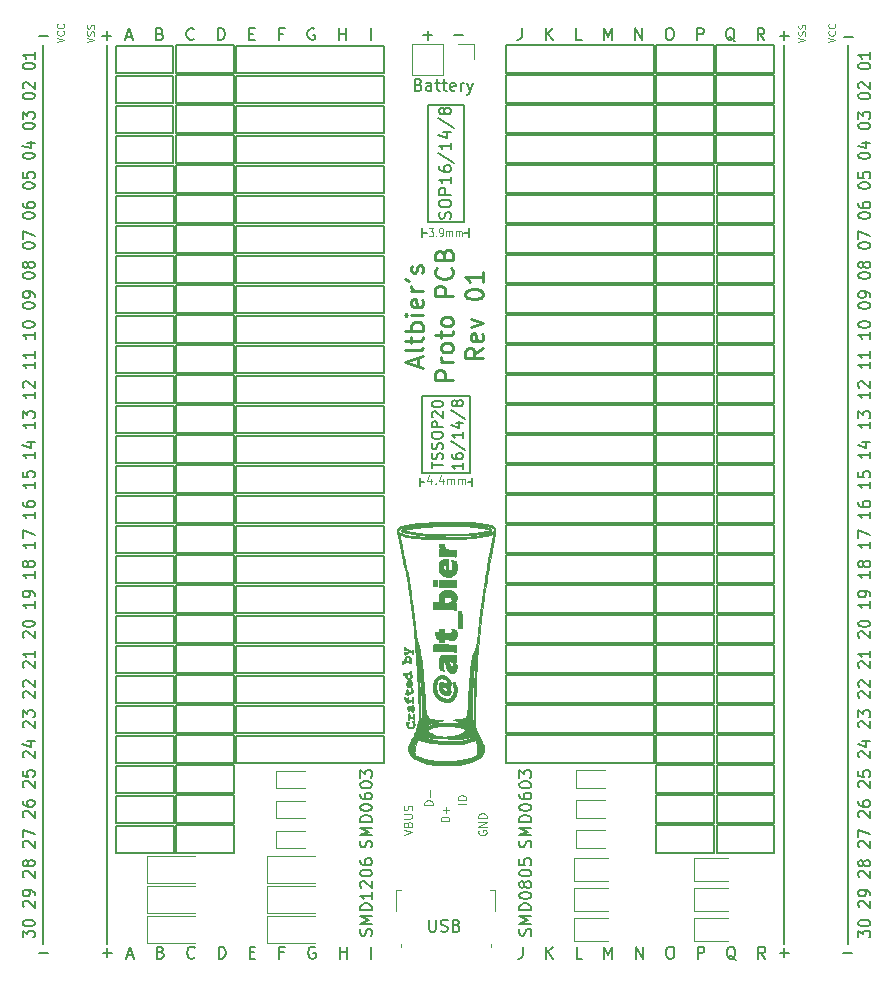
<source format=gto>
G04 #@! TF.GenerationSoftware,KiCad,Pcbnew,(5.1.0)-1*
G04 #@! TF.CreationDate,2020-08-15T17:28:16-05:00*
G04 #@! TF.ProjectId,AltbierProto,416c7462-6965-4725-9072-6f746f2e6b69,rev?*
G04 #@! TF.SameCoordinates,Original*
G04 #@! TF.FileFunction,Legend,Top*
G04 #@! TF.FilePolarity,Positive*
%FSLAX46Y46*%
G04 Gerber Fmt 4.6, Leading zero omitted, Abs format (unit mm)*
G04 Created by KiCad (PCBNEW (5.1.0)-1) date 2020-08-15 17:28:16*
%MOMM*%
%LPD*%
G04 APERTURE LIST*
%ADD10C,0.150000*%
%ADD11C,0.120000*%
%ADD12C,0.280000*%
%ADD13C,0.100000*%
%ADD14C,0.010000*%
%ADD15C,0.140000*%
G04 APERTURE END LIST*
D10*
X134844761Y-122021904D02*
X134892380Y-121879047D01*
X134892380Y-121640952D01*
X134844761Y-121545714D01*
X134797142Y-121498095D01*
X134701904Y-121450476D01*
X134606666Y-121450476D01*
X134511428Y-121498095D01*
X134463809Y-121545714D01*
X134416190Y-121640952D01*
X134368571Y-121831428D01*
X134320952Y-121926666D01*
X134273333Y-121974285D01*
X134178095Y-122021904D01*
X134082857Y-122021904D01*
X133987619Y-121974285D01*
X133940000Y-121926666D01*
X133892380Y-121831428D01*
X133892380Y-121593333D01*
X133940000Y-121450476D01*
X134892380Y-121021904D02*
X133892380Y-121021904D01*
X134606666Y-120688571D01*
X133892380Y-120355238D01*
X134892380Y-120355238D01*
X134892380Y-119879047D02*
X133892380Y-119879047D01*
X133892380Y-119640952D01*
X133940000Y-119498095D01*
X134035238Y-119402857D01*
X134130476Y-119355238D01*
X134320952Y-119307619D01*
X134463809Y-119307619D01*
X134654285Y-119355238D01*
X134749523Y-119402857D01*
X134844761Y-119498095D01*
X134892380Y-119640952D01*
X134892380Y-119879047D01*
X133892380Y-118688571D02*
X133892380Y-118593333D01*
X133940000Y-118498095D01*
X133987619Y-118450476D01*
X134082857Y-118402857D01*
X134273333Y-118355238D01*
X134511428Y-118355238D01*
X134701904Y-118402857D01*
X134797142Y-118450476D01*
X134844761Y-118498095D01*
X134892380Y-118593333D01*
X134892380Y-118688571D01*
X134844761Y-118783809D01*
X134797142Y-118831428D01*
X134701904Y-118879047D01*
X134511428Y-118926666D01*
X134273333Y-118926666D01*
X134082857Y-118879047D01*
X133987619Y-118831428D01*
X133940000Y-118783809D01*
X133892380Y-118688571D01*
X133892380Y-117498095D02*
X133892380Y-117688571D01*
X133940000Y-117783809D01*
X133987619Y-117831428D01*
X134130476Y-117926666D01*
X134320952Y-117974285D01*
X134701904Y-117974285D01*
X134797142Y-117926666D01*
X134844761Y-117879047D01*
X134892380Y-117783809D01*
X134892380Y-117593333D01*
X134844761Y-117498095D01*
X134797142Y-117450476D01*
X134701904Y-117402857D01*
X134463809Y-117402857D01*
X134368571Y-117450476D01*
X134320952Y-117498095D01*
X134273333Y-117593333D01*
X134273333Y-117783809D01*
X134320952Y-117879047D01*
X134368571Y-117926666D01*
X134463809Y-117974285D01*
X133892380Y-116783809D02*
X133892380Y-116688571D01*
X133940000Y-116593333D01*
X133987619Y-116545714D01*
X134082857Y-116498095D01*
X134273333Y-116450476D01*
X134511428Y-116450476D01*
X134701904Y-116498095D01*
X134797142Y-116545714D01*
X134844761Y-116593333D01*
X134892380Y-116688571D01*
X134892380Y-116783809D01*
X134844761Y-116879047D01*
X134797142Y-116926666D01*
X134701904Y-116974285D01*
X134511428Y-117021904D01*
X134273333Y-117021904D01*
X134082857Y-116974285D01*
X133987619Y-116926666D01*
X133940000Y-116879047D01*
X133892380Y-116783809D01*
X133892380Y-116117142D02*
X133892380Y-115498095D01*
X134273333Y-115831428D01*
X134273333Y-115688571D01*
X134320952Y-115593333D01*
X134368571Y-115545714D01*
X134463809Y-115498095D01*
X134701904Y-115498095D01*
X134797142Y-115545714D01*
X134844761Y-115593333D01*
X134892380Y-115688571D01*
X134892380Y-115974285D01*
X134844761Y-116069523D01*
X134797142Y-116117142D01*
X147646547Y-130442380D02*
X147646547Y-131156666D01*
X147598452Y-131299523D01*
X147502261Y-131394761D01*
X147357976Y-131442380D01*
X147261785Y-131442380D01*
X149666547Y-131442380D02*
X149666547Y-130442380D01*
X150243690Y-131442380D02*
X149810833Y-130870952D01*
X150243690Y-130442380D02*
X149666547Y-131013809D01*
X152696547Y-131442380D02*
X152215595Y-131442380D01*
X152215595Y-130442380D01*
X154572261Y-131442380D02*
X154572261Y-130442380D01*
X154908928Y-131156666D01*
X155245595Y-130442380D01*
X155245595Y-131442380D01*
X157265595Y-131442380D02*
X157265595Y-130442380D01*
X157842738Y-131442380D01*
X157842738Y-130442380D01*
X160055119Y-130442380D02*
X160247500Y-130442380D01*
X160343690Y-130490000D01*
X160439880Y-130585238D01*
X160487976Y-130775714D01*
X160487976Y-131109047D01*
X160439880Y-131299523D01*
X160343690Y-131394761D01*
X160247500Y-131442380D01*
X160055119Y-131442380D01*
X159958928Y-131394761D01*
X159862738Y-131299523D01*
X159814642Y-131109047D01*
X159814642Y-130775714D01*
X159862738Y-130585238D01*
X159958928Y-130490000D01*
X160055119Y-130442380D01*
X162459880Y-131442380D02*
X162459880Y-130442380D01*
X162844642Y-130442380D01*
X162940833Y-130490000D01*
X162988928Y-130537619D01*
X163037023Y-130632857D01*
X163037023Y-130775714D01*
X162988928Y-130870952D01*
X162940833Y-130918571D01*
X162844642Y-130966190D01*
X162459880Y-130966190D01*
X165682261Y-131537619D02*
X165586071Y-131490000D01*
X165489880Y-131394761D01*
X165345595Y-131251904D01*
X165249404Y-131204285D01*
X165153214Y-131204285D01*
X165201309Y-131442380D02*
X165105119Y-131394761D01*
X165008928Y-131299523D01*
X164960833Y-131109047D01*
X164960833Y-130775714D01*
X165008928Y-130585238D01*
X165105119Y-130490000D01*
X165201309Y-130442380D01*
X165393690Y-130442380D01*
X165489880Y-130490000D01*
X165586071Y-130585238D01*
X165634166Y-130775714D01*
X165634166Y-131109047D01*
X165586071Y-131299523D01*
X165489880Y-131394761D01*
X165393690Y-131442380D01*
X165201309Y-131442380D01*
X168183214Y-131442380D02*
X167846547Y-130966190D01*
X167606071Y-131442380D02*
X167606071Y-130442380D01*
X167990833Y-130442380D01*
X168087023Y-130490000D01*
X168135119Y-130537619D01*
X168183214Y-130632857D01*
X168183214Y-130775714D01*
X168135119Y-130870952D01*
X168087023Y-130918571D01*
X167990833Y-130966190D01*
X167606071Y-130966190D01*
X114135595Y-131156666D02*
X114630833Y-131156666D01*
X114036547Y-131442380D02*
X114383214Y-130442380D01*
X114729880Y-131442380D01*
X117007976Y-130918571D02*
X117156547Y-130966190D01*
X117206071Y-131013809D01*
X117255595Y-131109047D01*
X117255595Y-131251904D01*
X117206071Y-131347142D01*
X117156547Y-131394761D01*
X117057500Y-131442380D01*
X116661309Y-131442380D01*
X116661309Y-130442380D01*
X117007976Y-130442380D01*
X117107023Y-130490000D01*
X117156547Y-130537619D01*
X117206071Y-130632857D01*
X117206071Y-130728095D01*
X117156547Y-130823333D01*
X117107023Y-130870952D01*
X117007976Y-130918571D01*
X116661309Y-130918571D01*
X119880357Y-131347142D02*
X119830833Y-131394761D01*
X119682261Y-131442380D01*
X119583214Y-131442380D01*
X119434642Y-131394761D01*
X119335595Y-131299523D01*
X119286071Y-131204285D01*
X119236547Y-131013809D01*
X119236547Y-130870952D01*
X119286071Y-130680476D01*
X119335595Y-130585238D01*
X119434642Y-130490000D01*
X119583214Y-130442380D01*
X119682261Y-130442380D01*
X119830833Y-130490000D01*
X119880357Y-130537619D01*
X121910833Y-131442380D02*
X121910833Y-130442380D01*
X122158452Y-130442380D01*
X122307023Y-130490000D01*
X122406071Y-130585238D01*
X122455595Y-130680476D01*
X122505119Y-130870952D01*
X122505119Y-131013809D01*
X122455595Y-131204285D01*
X122406071Y-131299523D01*
X122307023Y-131394761D01*
X122158452Y-131442380D01*
X121910833Y-131442380D01*
X124535595Y-130918571D02*
X124882261Y-130918571D01*
X125030833Y-131442380D02*
X124535595Y-131442380D01*
X124535595Y-130442380D01*
X125030833Y-130442380D01*
X127407976Y-130918571D02*
X127061309Y-130918571D01*
X127061309Y-131442380D02*
X127061309Y-130442380D01*
X127556547Y-130442380D01*
X130082261Y-130490000D02*
X129983214Y-130442380D01*
X129834642Y-130442380D01*
X129686071Y-130490000D01*
X129587023Y-130585238D01*
X129537500Y-130680476D01*
X129487976Y-130870952D01*
X129487976Y-131013809D01*
X129537500Y-131204285D01*
X129587023Y-131299523D01*
X129686071Y-131394761D01*
X129834642Y-131442380D01*
X129933690Y-131442380D01*
X130082261Y-131394761D01*
X130131785Y-131347142D01*
X130131785Y-131013809D01*
X129933690Y-131013809D01*
X132162261Y-131442380D02*
X132162261Y-130442380D01*
X132162261Y-130918571D02*
X132756547Y-130918571D01*
X132756547Y-131442380D02*
X132756547Y-130442380D01*
X134836547Y-131442380D02*
X134836547Y-130442380D01*
D11*
X170991428Y-53864857D02*
X171591428Y-53664857D01*
X170991428Y-53464857D01*
X171562857Y-53293428D02*
X171591428Y-53207714D01*
X171591428Y-53064857D01*
X171562857Y-53007714D01*
X171534285Y-52979142D01*
X171477142Y-52950571D01*
X171420000Y-52950571D01*
X171362857Y-52979142D01*
X171334285Y-53007714D01*
X171305714Y-53064857D01*
X171277142Y-53179142D01*
X171248571Y-53236285D01*
X171220000Y-53264857D01*
X171162857Y-53293428D01*
X171105714Y-53293428D01*
X171048571Y-53264857D01*
X171020000Y-53236285D01*
X170991428Y-53179142D01*
X170991428Y-53036285D01*
X171020000Y-52950571D01*
X171562857Y-52722000D02*
X171591428Y-52636285D01*
X171591428Y-52493428D01*
X171562857Y-52436285D01*
X171534285Y-52407714D01*
X171477142Y-52379142D01*
X171420000Y-52379142D01*
X171362857Y-52407714D01*
X171334285Y-52436285D01*
X171305714Y-52493428D01*
X171277142Y-52607714D01*
X171248571Y-52664857D01*
X171220000Y-52693428D01*
X171162857Y-52722000D01*
X171105714Y-52722000D01*
X171048571Y-52693428D01*
X171020000Y-52664857D01*
X170991428Y-52607714D01*
X170991428Y-52464857D01*
X171020000Y-52379142D01*
X173521428Y-53864857D02*
X174121428Y-53664857D01*
X173521428Y-53464857D01*
X174064285Y-52922000D02*
X174092857Y-52950571D01*
X174121428Y-53036285D01*
X174121428Y-53093428D01*
X174092857Y-53179142D01*
X174035714Y-53236285D01*
X173978571Y-53264857D01*
X173864285Y-53293428D01*
X173778571Y-53293428D01*
X173664285Y-53264857D01*
X173607142Y-53236285D01*
X173550000Y-53179142D01*
X173521428Y-53093428D01*
X173521428Y-53036285D01*
X173550000Y-52950571D01*
X173578571Y-52922000D01*
X174064285Y-52322000D02*
X174092857Y-52350571D01*
X174121428Y-52436285D01*
X174121428Y-52493428D01*
X174092857Y-52579142D01*
X174035714Y-52636285D01*
X173978571Y-52664857D01*
X173864285Y-52693428D01*
X173778571Y-52693428D01*
X173664285Y-52664857D01*
X173607142Y-52636285D01*
X173550000Y-52579142D01*
X173521428Y-52493428D01*
X173521428Y-52436285D01*
X173550000Y-52350571D01*
X173578571Y-52322000D01*
X108231428Y-53864857D02*
X108831428Y-53664857D01*
X108231428Y-53464857D01*
X108774285Y-52922000D02*
X108802857Y-52950571D01*
X108831428Y-53036285D01*
X108831428Y-53093428D01*
X108802857Y-53179142D01*
X108745714Y-53236285D01*
X108688571Y-53264857D01*
X108574285Y-53293428D01*
X108488571Y-53293428D01*
X108374285Y-53264857D01*
X108317142Y-53236285D01*
X108260000Y-53179142D01*
X108231428Y-53093428D01*
X108231428Y-53036285D01*
X108260000Y-52950571D01*
X108288571Y-52922000D01*
X108774285Y-52322000D02*
X108802857Y-52350571D01*
X108831428Y-52436285D01*
X108831428Y-52493428D01*
X108802857Y-52579142D01*
X108745714Y-52636285D01*
X108688571Y-52664857D01*
X108574285Y-52693428D01*
X108488571Y-52693428D01*
X108374285Y-52664857D01*
X108317142Y-52636285D01*
X108260000Y-52579142D01*
X108231428Y-52493428D01*
X108231428Y-52436285D01*
X108260000Y-52350571D01*
X108288571Y-52322000D01*
X110761428Y-53864857D02*
X111361428Y-53664857D01*
X110761428Y-53464857D01*
X111332857Y-53293428D02*
X111361428Y-53207714D01*
X111361428Y-53064857D01*
X111332857Y-53007714D01*
X111304285Y-52979142D01*
X111247142Y-52950571D01*
X111190000Y-52950571D01*
X111132857Y-52979142D01*
X111104285Y-53007714D01*
X111075714Y-53064857D01*
X111047142Y-53179142D01*
X111018571Y-53236285D01*
X110990000Y-53264857D01*
X110932857Y-53293428D01*
X110875714Y-53293428D01*
X110818571Y-53264857D01*
X110790000Y-53236285D01*
X110761428Y-53179142D01*
X110761428Y-53036285D01*
X110790000Y-52950571D01*
X111332857Y-52722000D02*
X111361428Y-52636285D01*
X111361428Y-52493428D01*
X111332857Y-52436285D01*
X111304285Y-52407714D01*
X111247142Y-52379142D01*
X111190000Y-52379142D01*
X111132857Y-52407714D01*
X111104285Y-52436285D01*
X111075714Y-52493428D01*
X111047142Y-52607714D01*
X111018571Y-52664857D01*
X110990000Y-52693428D01*
X110932857Y-52722000D01*
X110875714Y-52722000D01*
X110818571Y-52693428D01*
X110790000Y-52664857D01*
X110761428Y-52607714D01*
X110761428Y-52464857D01*
X110790000Y-52379142D01*
D10*
X147586547Y-52672380D02*
X147586547Y-53386666D01*
X147538452Y-53529523D01*
X147442261Y-53624761D01*
X147297976Y-53672380D01*
X147201785Y-53672380D01*
X149606547Y-53672380D02*
X149606547Y-52672380D01*
X150183690Y-53672380D02*
X149750833Y-53100952D01*
X150183690Y-52672380D02*
X149606547Y-53243809D01*
X152636547Y-53672380D02*
X152155595Y-53672380D01*
X152155595Y-52672380D01*
X154512261Y-53672380D02*
X154512261Y-52672380D01*
X154848928Y-53386666D01*
X155185595Y-52672380D01*
X155185595Y-53672380D01*
X157205595Y-53672380D02*
X157205595Y-52672380D01*
X157782738Y-53672380D01*
X157782738Y-52672380D01*
X159995119Y-52672380D02*
X160187500Y-52672380D01*
X160283690Y-52720000D01*
X160379880Y-52815238D01*
X160427976Y-53005714D01*
X160427976Y-53339047D01*
X160379880Y-53529523D01*
X160283690Y-53624761D01*
X160187500Y-53672380D01*
X159995119Y-53672380D01*
X159898928Y-53624761D01*
X159802738Y-53529523D01*
X159754642Y-53339047D01*
X159754642Y-53005714D01*
X159802738Y-52815238D01*
X159898928Y-52720000D01*
X159995119Y-52672380D01*
X162399880Y-53672380D02*
X162399880Y-52672380D01*
X162784642Y-52672380D01*
X162880833Y-52720000D01*
X162928928Y-52767619D01*
X162977023Y-52862857D01*
X162977023Y-53005714D01*
X162928928Y-53100952D01*
X162880833Y-53148571D01*
X162784642Y-53196190D01*
X162399880Y-53196190D01*
X165622261Y-53767619D02*
X165526071Y-53720000D01*
X165429880Y-53624761D01*
X165285595Y-53481904D01*
X165189404Y-53434285D01*
X165093214Y-53434285D01*
X165141309Y-53672380D02*
X165045119Y-53624761D01*
X164948928Y-53529523D01*
X164900833Y-53339047D01*
X164900833Y-53005714D01*
X164948928Y-52815238D01*
X165045119Y-52720000D01*
X165141309Y-52672380D01*
X165333690Y-52672380D01*
X165429880Y-52720000D01*
X165526071Y-52815238D01*
X165574166Y-53005714D01*
X165574166Y-53339047D01*
X165526071Y-53529523D01*
X165429880Y-53624761D01*
X165333690Y-53672380D01*
X165141309Y-53672380D01*
X168123214Y-53672380D02*
X167786547Y-53196190D01*
X167546071Y-53672380D02*
X167546071Y-52672380D01*
X167930833Y-52672380D01*
X168027023Y-52720000D01*
X168075119Y-52767619D01*
X168123214Y-52862857D01*
X168123214Y-53005714D01*
X168075119Y-53100952D01*
X168027023Y-53148571D01*
X167930833Y-53196190D01*
X167546071Y-53196190D01*
X114075595Y-53386666D02*
X114570833Y-53386666D01*
X113976547Y-53672380D02*
X114323214Y-52672380D01*
X114669880Y-53672380D01*
X116947976Y-53148571D02*
X117096547Y-53196190D01*
X117146071Y-53243809D01*
X117195595Y-53339047D01*
X117195595Y-53481904D01*
X117146071Y-53577142D01*
X117096547Y-53624761D01*
X116997500Y-53672380D01*
X116601309Y-53672380D01*
X116601309Y-52672380D01*
X116947976Y-52672380D01*
X117047023Y-52720000D01*
X117096547Y-52767619D01*
X117146071Y-52862857D01*
X117146071Y-52958095D01*
X117096547Y-53053333D01*
X117047023Y-53100952D01*
X116947976Y-53148571D01*
X116601309Y-53148571D01*
X119820357Y-53577142D02*
X119770833Y-53624761D01*
X119622261Y-53672380D01*
X119523214Y-53672380D01*
X119374642Y-53624761D01*
X119275595Y-53529523D01*
X119226071Y-53434285D01*
X119176547Y-53243809D01*
X119176547Y-53100952D01*
X119226071Y-52910476D01*
X119275595Y-52815238D01*
X119374642Y-52720000D01*
X119523214Y-52672380D01*
X119622261Y-52672380D01*
X119770833Y-52720000D01*
X119820357Y-52767619D01*
X121850833Y-53672380D02*
X121850833Y-52672380D01*
X122098452Y-52672380D01*
X122247023Y-52720000D01*
X122346071Y-52815238D01*
X122395595Y-52910476D01*
X122445119Y-53100952D01*
X122445119Y-53243809D01*
X122395595Y-53434285D01*
X122346071Y-53529523D01*
X122247023Y-53624761D01*
X122098452Y-53672380D01*
X121850833Y-53672380D01*
X124475595Y-53148571D02*
X124822261Y-53148571D01*
X124970833Y-53672380D02*
X124475595Y-53672380D01*
X124475595Y-52672380D01*
X124970833Y-52672380D01*
X127347976Y-53148571D02*
X127001309Y-53148571D01*
X127001309Y-53672380D02*
X127001309Y-52672380D01*
X127496547Y-52672380D01*
X130022261Y-52720000D02*
X129923214Y-52672380D01*
X129774642Y-52672380D01*
X129626071Y-52720000D01*
X129527023Y-52815238D01*
X129477500Y-52910476D01*
X129427976Y-53100952D01*
X129427976Y-53243809D01*
X129477500Y-53434285D01*
X129527023Y-53529523D01*
X129626071Y-53624761D01*
X129774642Y-53672380D01*
X129873690Y-53672380D01*
X130022261Y-53624761D01*
X130071785Y-53577142D01*
X130071785Y-53243809D01*
X129873690Y-53243809D01*
X132102261Y-53672380D02*
X132102261Y-52672380D01*
X132102261Y-53148571D02*
X132696547Y-53148571D01*
X132696547Y-53672380D02*
X132696547Y-52672380D01*
X134776547Y-53672380D02*
X134776547Y-52672380D01*
X148324761Y-122021904D02*
X148372380Y-121879047D01*
X148372380Y-121640952D01*
X148324761Y-121545714D01*
X148277142Y-121498095D01*
X148181904Y-121450476D01*
X148086666Y-121450476D01*
X147991428Y-121498095D01*
X147943809Y-121545714D01*
X147896190Y-121640952D01*
X147848571Y-121831428D01*
X147800952Y-121926666D01*
X147753333Y-121974285D01*
X147658095Y-122021904D01*
X147562857Y-122021904D01*
X147467619Y-121974285D01*
X147420000Y-121926666D01*
X147372380Y-121831428D01*
X147372380Y-121593333D01*
X147420000Y-121450476D01*
X148372380Y-121021904D02*
X147372380Y-121021904D01*
X148086666Y-120688571D01*
X147372380Y-120355238D01*
X148372380Y-120355238D01*
X148372380Y-119879047D02*
X147372380Y-119879047D01*
X147372380Y-119640952D01*
X147420000Y-119498095D01*
X147515238Y-119402857D01*
X147610476Y-119355238D01*
X147800952Y-119307619D01*
X147943809Y-119307619D01*
X148134285Y-119355238D01*
X148229523Y-119402857D01*
X148324761Y-119498095D01*
X148372380Y-119640952D01*
X148372380Y-119879047D01*
X147372380Y-118688571D02*
X147372380Y-118593333D01*
X147420000Y-118498095D01*
X147467619Y-118450476D01*
X147562857Y-118402857D01*
X147753333Y-118355238D01*
X147991428Y-118355238D01*
X148181904Y-118402857D01*
X148277142Y-118450476D01*
X148324761Y-118498095D01*
X148372380Y-118593333D01*
X148372380Y-118688571D01*
X148324761Y-118783809D01*
X148277142Y-118831428D01*
X148181904Y-118879047D01*
X147991428Y-118926666D01*
X147753333Y-118926666D01*
X147562857Y-118879047D01*
X147467619Y-118831428D01*
X147420000Y-118783809D01*
X147372380Y-118688571D01*
X147372380Y-117498095D02*
X147372380Y-117688571D01*
X147420000Y-117783809D01*
X147467619Y-117831428D01*
X147610476Y-117926666D01*
X147800952Y-117974285D01*
X148181904Y-117974285D01*
X148277142Y-117926666D01*
X148324761Y-117879047D01*
X148372380Y-117783809D01*
X148372380Y-117593333D01*
X148324761Y-117498095D01*
X148277142Y-117450476D01*
X148181904Y-117402857D01*
X147943809Y-117402857D01*
X147848571Y-117450476D01*
X147800952Y-117498095D01*
X147753333Y-117593333D01*
X147753333Y-117783809D01*
X147800952Y-117879047D01*
X147848571Y-117926666D01*
X147943809Y-117974285D01*
X147372380Y-116783809D02*
X147372380Y-116688571D01*
X147420000Y-116593333D01*
X147467619Y-116545714D01*
X147562857Y-116498095D01*
X147753333Y-116450476D01*
X147991428Y-116450476D01*
X148181904Y-116498095D01*
X148277142Y-116545714D01*
X148324761Y-116593333D01*
X148372380Y-116688571D01*
X148372380Y-116783809D01*
X148324761Y-116879047D01*
X148277142Y-116926666D01*
X148181904Y-116974285D01*
X147991428Y-117021904D01*
X147753333Y-117021904D01*
X147562857Y-116974285D01*
X147467619Y-116926666D01*
X147420000Y-116879047D01*
X147372380Y-116783809D01*
X147372380Y-116117142D02*
X147372380Y-115498095D01*
X147753333Y-115831428D01*
X147753333Y-115688571D01*
X147800952Y-115593333D01*
X147848571Y-115545714D01*
X147943809Y-115498095D01*
X148181904Y-115498095D01*
X148277142Y-115545714D01*
X148324761Y-115593333D01*
X148372380Y-115688571D01*
X148372380Y-115974285D01*
X148324761Y-116069523D01*
X148277142Y-116117142D01*
D12*
X138800000Y-81295714D02*
X138800000Y-80581428D01*
X139228571Y-81438571D02*
X137728571Y-80938571D01*
X139228571Y-80438571D01*
X139228571Y-79724285D02*
X139157142Y-79867142D01*
X139014285Y-79938571D01*
X137728571Y-79938571D01*
X138228571Y-79367142D02*
X138228571Y-78795714D01*
X137728571Y-79152857D02*
X139014285Y-79152857D01*
X139157142Y-79081428D01*
X139228571Y-78938571D01*
X139228571Y-78795714D01*
X139228571Y-78295714D02*
X137728571Y-78295714D01*
X138300000Y-78295714D02*
X138228571Y-78152857D01*
X138228571Y-77867142D01*
X138300000Y-77724285D01*
X138371428Y-77652857D01*
X138514285Y-77581428D01*
X138942857Y-77581428D01*
X139085714Y-77652857D01*
X139157142Y-77724285D01*
X139228571Y-77867142D01*
X139228571Y-78152857D01*
X139157142Y-78295714D01*
X139228571Y-76938571D02*
X138228571Y-76938571D01*
X137728571Y-76938571D02*
X137800000Y-77010000D01*
X137871428Y-76938571D01*
X137800000Y-76867142D01*
X137728571Y-76938571D01*
X137871428Y-76938571D01*
X139157142Y-75652857D02*
X139228571Y-75795714D01*
X139228571Y-76081428D01*
X139157142Y-76224285D01*
X139014285Y-76295714D01*
X138442857Y-76295714D01*
X138300000Y-76224285D01*
X138228571Y-76081428D01*
X138228571Y-75795714D01*
X138300000Y-75652857D01*
X138442857Y-75581428D01*
X138585714Y-75581428D01*
X138728571Y-76295714D01*
X139228571Y-74938571D02*
X138228571Y-74938571D01*
X138514285Y-74938571D02*
X138371428Y-74867142D01*
X138300000Y-74795714D01*
X138228571Y-74652857D01*
X138228571Y-74510000D01*
X137728571Y-73938571D02*
X138014285Y-74081428D01*
X139157142Y-73367142D02*
X139228571Y-73224285D01*
X139228571Y-72938571D01*
X139157142Y-72795714D01*
X139014285Y-72724285D01*
X138942857Y-72724285D01*
X138800000Y-72795714D01*
X138728571Y-72938571D01*
X138728571Y-73152857D01*
X138657142Y-73295714D01*
X138514285Y-73367142D01*
X138442857Y-73367142D01*
X138300000Y-73295714D01*
X138228571Y-73152857D01*
X138228571Y-72938571D01*
X138300000Y-72795714D01*
X141758571Y-82474285D02*
X140258571Y-82474285D01*
X140258571Y-81902857D01*
X140330000Y-81760000D01*
X140401428Y-81688571D01*
X140544285Y-81617142D01*
X140758571Y-81617142D01*
X140901428Y-81688571D01*
X140972857Y-81760000D01*
X141044285Y-81902857D01*
X141044285Y-82474285D01*
X141758571Y-80974285D02*
X140758571Y-80974285D01*
X141044285Y-80974285D02*
X140901428Y-80902857D01*
X140830000Y-80831428D01*
X140758571Y-80688571D01*
X140758571Y-80545714D01*
X141758571Y-79831428D02*
X141687142Y-79974285D01*
X141615714Y-80045714D01*
X141472857Y-80117142D01*
X141044285Y-80117142D01*
X140901428Y-80045714D01*
X140830000Y-79974285D01*
X140758571Y-79831428D01*
X140758571Y-79617142D01*
X140830000Y-79474285D01*
X140901428Y-79402857D01*
X141044285Y-79331428D01*
X141472857Y-79331428D01*
X141615714Y-79402857D01*
X141687142Y-79474285D01*
X141758571Y-79617142D01*
X141758571Y-79831428D01*
X140758571Y-78902857D02*
X140758571Y-78331428D01*
X140258571Y-78688571D02*
X141544285Y-78688571D01*
X141687142Y-78617142D01*
X141758571Y-78474285D01*
X141758571Y-78331428D01*
X141758571Y-77617142D02*
X141687142Y-77760000D01*
X141615714Y-77831428D01*
X141472857Y-77902857D01*
X141044285Y-77902857D01*
X140901428Y-77831428D01*
X140830000Y-77760000D01*
X140758571Y-77617142D01*
X140758571Y-77402857D01*
X140830000Y-77260000D01*
X140901428Y-77188571D01*
X141044285Y-77117142D01*
X141472857Y-77117142D01*
X141615714Y-77188571D01*
X141687142Y-77260000D01*
X141758571Y-77402857D01*
X141758571Y-77617142D01*
X141758571Y-75331428D02*
X140258571Y-75331428D01*
X140258571Y-74760000D01*
X140330000Y-74617142D01*
X140401428Y-74545714D01*
X140544285Y-74474285D01*
X140758571Y-74474285D01*
X140901428Y-74545714D01*
X140972857Y-74617142D01*
X141044285Y-74760000D01*
X141044285Y-75331428D01*
X141615714Y-72974285D02*
X141687142Y-73045714D01*
X141758571Y-73260000D01*
X141758571Y-73402857D01*
X141687142Y-73617142D01*
X141544285Y-73760000D01*
X141401428Y-73831428D01*
X141115714Y-73902857D01*
X140901428Y-73902857D01*
X140615714Y-73831428D01*
X140472857Y-73760000D01*
X140330000Y-73617142D01*
X140258571Y-73402857D01*
X140258571Y-73260000D01*
X140330000Y-73045714D01*
X140401428Y-72974285D01*
X140972857Y-71831428D02*
X141044285Y-71617142D01*
X141115714Y-71545714D01*
X141258571Y-71474285D01*
X141472857Y-71474285D01*
X141615714Y-71545714D01*
X141687142Y-71617142D01*
X141758571Y-71760000D01*
X141758571Y-72331428D01*
X140258571Y-72331428D01*
X140258571Y-71831428D01*
X140330000Y-71688571D01*
X140401428Y-71617142D01*
X140544285Y-71545714D01*
X140687142Y-71545714D01*
X140830000Y-71617142D01*
X140901428Y-71688571D01*
X140972857Y-71831428D01*
X140972857Y-72331428D01*
X144288571Y-79760000D02*
X143574285Y-80260000D01*
X144288571Y-80617142D02*
X142788571Y-80617142D01*
X142788571Y-80045714D01*
X142860000Y-79902857D01*
X142931428Y-79831428D01*
X143074285Y-79760000D01*
X143288571Y-79760000D01*
X143431428Y-79831428D01*
X143502857Y-79902857D01*
X143574285Y-80045714D01*
X143574285Y-80617142D01*
X144217142Y-78545714D02*
X144288571Y-78688571D01*
X144288571Y-78974285D01*
X144217142Y-79117142D01*
X144074285Y-79188571D01*
X143502857Y-79188571D01*
X143360000Y-79117142D01*
X143288571Y-78974285D01*
X143288571Y-78688571D01*
X143360000Y-78545714D01*
X143502857Y-78474285D01*
X143645714Y-78474285D01*
X143788571Y-79188571D01*
X143288571Y-77974285D02*
X144288571Y-77617142D01*
X143288571Y-77260000D01*
X142788571Y-75260000D02*
X142788571Y-75117142D01*
X142860000Y-74974285D01*
X142931428Y-74902857D01*
X143074285Y-74831428D01*
X143360000Y-74760000D01*
X143717142Y-74760000D01*
X144002857Y-74831428D01*
X144145714Y-74902857D01*
X144217142Y-74974285D01*
X144288571Y-75117142D01*
X144288571Y-75260000D01*
X144217142Y-75402857D01*
X144145714Y-75474285D01*
X144002857Y-75545714D01*
X143717142Y-75617142D01*
X143360000Y-75617142D01*
X143074285Y-75545714D01*
X142931428Y-75474285D01*
X142860000Y-75402857D01*
X142788571Y-75260000D01*
X144288571Y-73331428D02*
X144288571Y-74188571D01*
X144288571Y-73760000D02*
X142788571Y-73760000D01*
X143002857Y-73902857D01*
X143145714Y-74045714D01*
X143217142Y-74188571D01*
D10*
X105322380Y-129656785D02*
X105322380Y-129068690D01*
X105703333Y-129385357D01*
X105703333Y-129249642D01*
X105750952Y-129159166D01*
X105798571Y-129113928D01*
X105893809Y-129068690D01*
X106131904Y-129068690D01*
X106227142Y-129113928D01*
X106274761Y-129159166D01*
X106322380Y-129249642D01*
X106322380Y-129521071D01*
X106274761Y-129611547D01*
X106227142Y-129656785D01*
X105322380Y-128480595D02*
X105322380Y-128390119D01*
X105370000Y-128299642D01*
X105417619Y-128254404D01*
X105512857Y-128209166D01*
X105703333Y-128163928D01*
X105941428Y-128163928D01*
X106131904Y-128209166D01*
X106227142Y-128254404D01*
X106274761Y-128299642D01*
X106322380Y-128390119D01*
X106322380Y-128480595D01*
X106274761Y-128571071D01*
X106227142Y-128616309D01*
X106131904Y-128661547D01*
X105941428Y-128706785D01*
X105703333Y-128706785D01*
X105512857Y-128661547D01*
X105417619Y-128616309D01*
X105370000Y-128571071D01*
X105322380Y-128480595D01*
X105417619Y-127078214D02*
X105370000Y-127032976D01*
X105322380Y-126942500D01*
X105322380Y-126716309D01*
X105370000Y-126625833D01*
X105417619Y-126580595D01*
X105512857Y-126535357D01*
X105608095Y-126535357D01*
X105750952Y-126580595D01*
X106322380Y-127123452D01*
X106322380Y-126535357D01*
X106322380Y-126082976D02*
X106322380Y-125902023D01*
X106274761Y-125811547D01*
X106227142Y-125766309D01*
X106084285Y-125675833D01*
X105893809Y-125630595D01*
X105512857Y-125630595D01*
X105417619Y-125675833D01*
X105370000Y-125721071D01*
X105322380Y-125811547D01*
X105322380Y-125992500D01*
X105370000Y-126082976D01*
X105417619Y-126128214D01*
X105512857Y-126173452D01*
X105750952Y-126173452D01*
X105846190Y-126128214D01*
X105893809Y-126082976D01*
X105941428Y-125992500D01*
X105941428Y-125811547D01*
X105893809Y-125721071D01*
X105846190Y-125675833D01*
X105750952Y-125630595D01*
X105417619Y-124544880D02*
X105370000Y-124499642D01*
X105322380Y-124409166D01*
X105322380Y-124182976D01*
X105370000Y-124092500D01*
X105417619Y-124047261D01*
X105512857Y-124002023D01*
X105608095Y-124002023D01*
X105750952Y-124047261D01*
X106322380Y-124590119D01*
X106322380Y-124002023D01*
X105750952Y-123459166D02*
X105703333Y-123549642D01*
X105655714Y-123594880D01*
X105560476Y-123640119D01*
X105512857Y-123640119D01*
X105417619Y-123594880D01*
X105370000Y-123549642D01*
X105322380Y-123459166D01*
X105322380Y-123278214D01*
X105370000Y-123187738D01*
X105417619Y-123142500D01*
X105512857Y-123097261D01*
X105560476Y-123097261D01*
X105655714Y-123142500D01*
X105703333Y-123187738D01*
X105750952Y-123278214D01*
X105750952Y-123459166D01*
X105798571Y-123549642D01*
X105846190Y-123594880D01*
X105941428Y-123640119D01*
X106131904Y-123640119D01*
X106227142Y-123594880D01*
X106274761Y-123549642D01*
X106322380Y-123459166D01*
X106322380Y-123278214D01*
X106274761Y-123187738D01*
X106227142Y-123142500D01*
X106131904Y-123097261D01*
X105941428Y-123097261D01*
X105846190Y-123142500D01*
X105798571Y-123187738D01*
X105750952Y-123278214D01*
X105417619Y-122011547D02*
X105370000Y-121966309D01*
X105322380Y-121875833D01*
X105322380Y-121649642D01*
X105370000Y-121559166D01*
X105417619Y-121513928D01*
X105512857Y-121468690D01*
X105608095Y-121468690D01*
X105750952Y-121513928D01*
X106322380Y-122056785D01*
X106322380Y-121468690D01*
X105322380Y-121152023D02*
X105322380Y-120518690D01*
X106322380Y-120925833D01*
X105417619Y-119478214D02*
X105370000Y-119432976D01*
X105322380Y-119342500D01*
X105322380Y-119116309D01*
X105370000Y-119025833D01*
X105417619Y-118980595D01*
X105512857Y-118935357D01*
X105608095Y-118935357D01*
X105750952Y-118980595D01*
X106322380Y-119523452D01*
X106322380Y-118935357D01*
X105322380Y-118121071D02*
X105322380Y-118302023D01*
X105370000Y-118392500D01*
X105417619Y-118437738D01*
X105560476Y-118528214D01*
X105750952Y-118573452D01*
X106131904Y-118573452D01*
X106227142Y-118528214D01*
X106274761Y-118482976D01*
X106322380Y-118392500D01*
X106322380Y-118211547D01*
X106274761Y-118121071D01*
X106227142Y-118075833D01*
X106131904Y-118030595D01*
X105893809Y-118030595D01*
X105798571Y-118075833D01*
X105750952Y-118121071D01*
X105703333Y-118211547D01*
X105703333Y-118392500D01*
X105750952Y-118482976D01*
X105798571Y-118528214D01*
X105893809Y-118573452D01*
X105417619Y-116944880D02*
X105370000Y-116899642D01*
X105322380Y-116809166D01*
X105322380Y-116582976D01*
X105370000Y-116492500D01*
X105417619Y-116447261D01*
X105512857Y-116402023D01*
X105608095Y-116402023D01*
X105750952Y-116447261D01*
X106322380Y-116990119D01*
X106322380Y-116402023D01*
X105322380Y-115542500D02*
X105322380Y-115994880D01*
X105798571Y-116040119D01*
X105750952Y-115994880D01*
X105703333Y-115904404D01*
X105703333Y-115678214D01*
X105750952Y-115587738D01*
X105798571Y-115542500D01*
X105893809Y-115497261D01*
X106131904Y-115497261D01*
X106227142Y-115542500D01*
X106274761Y-115587738D01*
X106322380Y-115678214D01*
X106322380Y-115904404D01*
X106274761Y-115994880D01*
X106227142Y-116040119D01*
X105417619Y-114411547D02*
X105370000Y-114366309D01*
X105322380Y-114275833D01*
X105322380Y-114049642D01*
X105370000Y-113959166D01*
X105417619Y-113913928D01*
X105512857Y-113868690D01*
X105608095Y-113868690D01*
X105750952Y-113913928D01*
X106322380Y-114456785D01*
X106322380Y-113868690D01*
X105655714Y-113054404D02*
X106322380Y-113054404D01*
X105274761Y-113280595D02*
X105989047Y-113506785D01*
X105989047Y-112918690D01*
X105417619Y-111878214D02*
X105370000Y-111832976D01*
X105322380Y-111742500D01*
X105322380Y-111516309D01*
X105370000Y-111425833D01*
X105417619Y-111380595D01*
X105512857Y-111335357D01*
X105608095Y-111335357D01*
X105750952Y-111380595D01*
X106322380Y-111923452D01*
X106322380Y-111335357D01*
X105322380Y-111018690D02*
X105322380Y-110430595D01*
X105703333Y-110747261D01*
X105703333Y-110611547D01*
X105750952Y-110521071D01*
X105798571Y-110475833D01*
X105893809Y-110430595D01*
X106131904Y-110430595D01*
X106227142Y-110475833D01*
X106274761Y-110521071D01*
X106322380Y-110611547D01*
X106322380Y-110882976D01*
X106274761Y-110973452D01*
X106227142Y-111018690D01*
X105417619Y-109344880D02*
X105370000Y-109299642D01*
X105322380Y-109209166D01*
X105322380Y-108982976D01*
X105370000Y-108892500D01*
X105417619Y-108847261D01*
X105512857Y-108802023D01*
X105608095Y-108802023D01*
X105750952Y-108847261D01*
X106322380Y-109390119D01*
X106322380Y-108802023D01*
X105417619Y-108440119D02*
X105370000Y-108394880D01*
X105322380Y-108304404D01*
X105322380Y-108078214D01*
X105370000Y-107987738D01*
X105417619Y-107942500D01*
X105512857Y-107897261D01*
X105608095Y-107897261D01*
X105750952Y-107942500D01*
X106322380Y-108485357D01*
X106322380Y-107897261D01*
X105417619Y-106811547D02*
X105370000Y-106766309D01*
X105322380Y-106675833D01*
X105322380Y-106449642D01*
X105370000Y-106359166D01*
X105417619Y-106313928D01*
X105512857Y-106268690D01*
X105608095Y-106268690D01*
X105750952Y-106313928D01*
X106322380Y-106856785D01*
X106322380Y-106268690D01*
X106322380Y-105363928D02*
X106322380Y-105906785D01*
X106322380Y-105635357D02*
X105322380Y-105635357D01*
X105465238Y-105725833D01*
X105560476Y-105816309D01*
X105608095Y-105906785D01*
X105417619Y-104278214D02*
X105370000Y-104232976D01*
X105322380Y-104142500D01*
X105322380Y-103916309D01*
X105370000Y-103825833D01*
X105417619Y-103780595D01*
X105512857Y-103735357D01*
X105608095Y-103735357D01*
X105750952Y-103780595D01*
X106322380Y-104323452D01*
X106322380Y-103735357D01*
X105322380Y-103147261D02*
X105322380Y-103056785D01*
X105370000Y-102966309D01*
X105417619Y-102921071D01*
X105512857Y-102875833D01*
X105703333Y-102830595D01*
X105941428Y-102830595D01*
X106131904Y-102875833D01*
X106227142Y-102921071D01*
X106274761Y-102966309D01*
X106322380Y-103056785D01*
X106322380Y-103147261D01*
X106274761Y-103237738D01*
X106227142Y-103282976D01*
X106131904Y-103328214D01*
X105941428Y-103373452D01*
X105703333Y-103373452D01*
X105512857Y-103328214D01*
X105417619Y-103282976D01*
X105370000Y-103237738D01*
X105322380Y-103147261D01*
X106322380Y-101202023D02*
X106322380Y-101744880D01*
X106322380Y-101473452D02*
X105322380Y-101473452D01*
X105465238Y-101563928D01*
X105560476Y-101654404D01*
X105608095Y-101744880D01*
X106322380Y-100749642D02*
X106322380Y-100568690D01*
X106274761Y-100478214D01*
X106227142Y-100432976D01*
X106084285Y-100342500D01*
X105893809Y-100297261D01*
X105512857Y-100297261D01*
X105417619Y-100342500D01*
X105370000Y-100387738D01*
X105322380Y-100478214D01*
X105322380Y-100659166D01*
X105370000Y-100749642D01*
X105417619Y-100794880D01*
X105512857Y-100840119D01*
X105750952Y-100840119D01*
X105846190Y-100794880D01*
X105893809Y-100749642D01*
X105941428Y-100659166D01*
X105941428Y-100478214D01*
X105893809Y-100387738D01*
X105846190Y-100342500D01*
X105750952Y-100297261D01*
X106322380Y-98668690D02*
X106322380Y-99211547D01*
X106322380Y-98940119D02*
X105322380Y-98940119D01*
X105465238Y-99030595D01*
X105560476Y-99121071D01*
X105608095Y-99211547D01*
X105750952Y-98125833D02*
X105703333Y-98216309D01*
X105655714Y-98261547D01*
X105560476Y-98306785D01*
X105512857Y-98306785D01*
X105417619Y-98261547D01*
X105370000Y-98216309D01*
X105322380Y-98125833D01*
X105322380Y-97944880D01*
X105370000Y-97854404D01*
X105417619Y-97809166D01*
X105512857Y-97763928D01*
X105560476Y-97763928D01*
X105655714Y-97809166D01*
X105703333Y-97854404D01*
X105750952Y-97944880D01*
X105750952Y-98125833D01*
X105798571Y-98216309D01*
X105846190Y-98261547D01*
X105941428Y-98306785D01*
X106131904Y-98306785D01*
X106227142Y-98261547D01*
X106274761Y-98216309D01*
X106322380Y-98125833D01*
X106322380Y-97944880D01*
X106274761Y-97854404D01*
X106227142Y-97809166D01*
X106131904Y-97763928D01*
X105941428Y-97763928D01*
X105846190Y-97809166D01*
X105798571Y-97854404D01*
X105750952Y-97944880D01*
X106322380Y-96135357D02*
X106322380Y-96678214D01*
X106322380Y-96406785D02*
X105322380Y-96406785D01*
X105465238Y-96497261D01*
X105560476Y-96587738D01*
X105608095Y-96678214D01*
X105322380Y-95818690D02*
X105322380Y-95185357D01*
X106322380Y-95592500D01*
X106322380Y-93602023D02*
X106322380Y-94144880D01*
X106322380Y-93873452D02*
X105322380Y-93873452D01*
X105465238Y-93963928D01*
X105560476Y-94054404D01*
X105608095Y-94144880D01*
X105322380Y-92787738D02*
X105322380Y-92968690D01*
X105370000Y-93059166D01*
X105417619Y-93104404D01*
X105560476Y-93194880D01*
X105750952Y-93240119D01*
X106131904Y-93240119D01*
X106227142Y-93194880D01*
X106274761Y-93149642D01*
X106322380Y-93059166D01*
X106322380Y-92878214D01*
X106274761Y-92787738D01*
X106227142Y-92742500D01*
X106131904Y-92697261D01*
X105893809Y-92697261D01*
X105798571Y-92742500D01*
X105750952Y-92787738D01*
X105703333Y-92878214D01*
X105703333Y-93059166D01*
X105750952Y-93149642D01*
X105798571Y-93194880D01*
X105893809Y-93240119D01*
X106322380Y-91068690D02*
X106322380Y-91611547D01*
X106322380Y-91340119D02*
X105322380Y-91340119D01*
X105465238Y-91430595D01*
X105560476Y-91521071D01*
X105608095Y-91611547D01*
X105322380Y-90209166D02*
X105322380Y-90661547D01*
X105798571Y-90706785D01*
X105750952Y-90661547D01*
X105703333Y-90571071D01*
X105703333Y-90344880D01*
X105750952Y-90254404D01*
X105798571Y-90209166D01*
X105893809Y-90163928D01*
X106131904Y-90163928D01*
X106227142Y-90209166D01*
X106274761Y-90254404D01*
X106322380Y-90344880D01*
X106322380Y-90571071D01*
X106274761Y-90661547D01*
X106227142Y-90706785D01*
X106322380Y-88535357D02*
X106322380Y-89078214D01*
X106322380Y-88806785D02*
X105322380Y-88806785D01*
X105465238Y-88897261D01*
X105560476Y-88987738D01*
X105608095Y-89078214D01*
X105655714Y-87721071D02*
X106322380Y-87721071D01*
X105274761Y-87947261D02*
X105989047Y-88173452D01*
X105989047Y-87585357D01*
X106322380Y-86002023D02*
X106322380Y-86544880D01*
X106322380Y-86273452D02*
X105322380Y-86273452D01*
X105465238Y-86363928D01*
X105560476Y-86454404D01*
X105608095Y-86544880D01*
X105322380Y-85685357D02*
X105322380Y-85097261D01*
X105703333Y-85413928D01*
X105703333Y-85278214D01*
X105750952Y-85187738D01*
X105798571Y-85142500D01*
X105893809Y-85097261D01*
X106131904Y-85097261D01*
X106227142Y-85142500D01*
X106274761Y-85187738D01*
X106322380Y-85278214D01*
X106322380Y-85549642D01*
X106274761Y-85640119D01*
X106227142Y-85685357D01*
X106322380Y-83468690D02*
X106322380Y-84011547D01*
X106322380Y-83740119D02*
X105322380Y-83740119D01*
X105465238Y-83830595D01*
X105560476Y-83921071D01*
X105608095Y-84011547D01*
X105417619Y-83106785D02*
X105370000Y-83061547D01*
X105322380Y-82971071D01*
X105322380Y-82744880D01*
X105370000Y-82654404D01*
X105417619Y-82609166D01*
X105512857Y-82563928D01*
X105608095Y-82563928D01*
X105750952Y-82609166D01*
X106322380Y-83152023D01*
X106322380Y-82563928D01*
X106322380Y-80935357D02*
X106322380Y-81478214D01*
X106322380Y-81206785D02*
X105322380Y-81206785D01*
X105465238Y-81297261D01*
X105560476Y-81387738D01*
X105608095Y-81478214D01*
X106322380Y-80030595D02*
X106322380Y-80573452D01*
X106322380Y-80302023D02*
X105322380Y-80302023D01*
X105465238Y-80392500D01*
X105560476Y-80482976D01*
X105608095Y-80573452D01*
X106322380Y-78402023D02*
X106322380Y-78944880D01*
X106322380Y-78673452D02*
X105322380Y-78673452D01*
X105465238Y-78763928D01*
X105560476Y-78854404D01*
X105608095Y-78944880D01*
X105322380Y-77813928D02*
X105322380Y-77723452D01*
X105370000Y-77632976D01*
X105417619Y-77587738D01*
X105512857Y-77542500D01*
X105703333Y-77497261D01*
X105941428Y-77497261D01*
X106131904Y-77542500D01*
X106227142Y-77587738D01*
X106274761Y-77632976D01*
X106322380Y-77723452D01*
X106322380Y-77813928D01*
X106274761Y-77904404D01*
X106227142Y-77949642D01*
X106131904Y-77994880D01*
X105941428Y-78040119D01*
X105703333Y-78040119D01*
X105512857Y-77994880D01*
X105417619Y-77949642D01*
X105370000Y-77904404D01*
X105322380Y-77813928D01*
X105322380Y-76185357D02*
X105322380Y-76094880D01*
X105370000Y-76004404D01*
X105417619Y-75959166D01*
X105512857Y-75913928D01*
X105703333Y-75868690D01*
X105941428Y-75868690D01*
X106131904Y-75913928D01*
X106227142Y-75959166D01*
X106274761Y-76004404D01*
X106322380Y-76094880D01*
X106322380Y-76185357D01*
X106274761Y-76275833D01*
X106227142Y-76321071D01*
X106131904Y-76366309D01*
X105941428Y-76411547D01*
X105703333Y-76411547D01*
X105512857Y-76366309D01*
X105417619Y-76321071D01*
X105370000Y-76275833D01*
X105322380Y-76185357D01*
X106322380Y-75416309D02*
X106322380Y-75235357D01*
X106274761Y-75144880D01*
X106227142Y-75099642D01*
X106084285Y-75009166D01*
X105893809Y-74963928D01*
X105512857Y-74963928D01*
X105417619Y-75009166D01*
X105370000Y-75054404D01*
X105322380Y-75144880D01*
X105322380Y-75325833D01*
X105370000Y-75416309D01*
X105417619Y-75461547D01*
X105512857Y-75506785D01*
X105750952Y-75506785D01*
X105846190Y-75461547D01*
X105893809Y-75416309D01*
X105941428Y-75325833D01*
X105941428Y-75144880D01*
X105893809Y-75054404D01*
X105846190Y-75009166D01*
X105750952Y-74963928D01*
X105322380Y-73652023D02*
X105322380Y-73561547D01*
X105370000Y-73471071D01*
X105417619Y-73425833D01*
X105512857Y-73380595D01*
X105703333Y-73335357D01*
X105941428Y-73335357D01*
X106131904Y-73380595D01*
X106227142Y-73425833D01*
X106274761Y-73471071D01*
X106322380Y-73561547D01*
X106322380Y-73652023D01*
X106274761Y-73742500D01*
X106227142Y-73787738D01*
X106131904Y-73832976D01*
X105941428Y-73878214D01*
X105703333Y-73878214D01*
X105512857Y-73832976D01*
X105417619Y-73787738D01*
X105370000Y-73742500D01*
X105322380Y-73652023D01*
X105750952Y-72792500D02*
X105703333Y-72882976D01*
X105655714Y-72928214D01*
X105560476Y-72973452D01*
X105512857Y-72973452D01*
X105417619Y-72928214D01*
X105370000Y-72882976D01*
X105322380Y-72792500D01*
X105322380Y-72611547D01*
X105370000Y-72521071D01*
X105417619Y-72475833D01*
X105512857Y-72430595D01*
X105560476Y-72430595D01*
X105655714Y-72475833D01*
X105703333Y-72521071D01*
X105750952Y-72611547D01*
X105750952Y-72792500D01*
X105798571Y-72882976D01*
X105846190Y-72928214D01*
X105941428Y-72973452D01*
X106131904Y-72973452D01*
X106227142Y-72928214D01*
X106274761Y-72882976D01*
X106322380Y-72792500D01*
X106322380Y-72611547D01*
X106274761Y-72521071D01*
X106227142Y-72475833D01*
X106131904Y-72430595D01*
X105941428Y-72430595D01*
X105846190Y-72475833D01*
X105798571Y-72521071D01*
X105750952Y-72611547D01*
X105322380Y-71118690D02*
X105322380Y-71028214D01*
X105370000Y-70937738D01*
X105417619Y-70892500D01*
X105512857Y-70847261D01*
X105703333Y-70802023D01*
X105941428Y-70802023D01*
X106131904Y-70847261D01*
X106227142Y-70892500D01*
X106274761Y-70937738D01*
X106322380Y-71028214D01*
X106322380Y-71118690D01*
X106274761Y-71209166D01*
X106227142Y-71254404D01*
X106131904Y-71299642D01*
X105941428Y-71344880D01*
X105703333Y-71344880D01*
X105512857Y-71299642D01*
X105417619Y-71254404D01*
X105370000Y-71209166D01*
X105322380Y-71118690D01*
X105322380Y-70485357D02*
X105322380Y-69852023D01*
X106322380Y-70259166D01*
X105322380Y-68585357D02*
X105322380Y-68494880D01*
X105370000Y-68404404D01*
X105417619Y-68359166D01*
X105512857Y-68313928D01*
X105703333Y-68268690D01*
X105941428Y-68268690D01*
X106131904Y-68313928D01*
X106227142Y-68359166D01*
X106274761Y-68404404D01*
X106322380Y-68494880D01*
X106322380Y-68585357D01*
X106274761Y-68675833D01*
X106227142Y-68721071D01*
X106131904Y-68766309D01*
X105941428Y-68811547D01*
X105703333Y-68811547D01*
X105512857Y-68766309D01*
X105417619Y-68721071D01*
X105370000Y-68675833D01*
X105322380Y-68585357D01*
X105322380Y-67454404D02*
X105322380Y-67635357D01*
X105370000Y-67725833D01*
X105417619Y-67771071D01*
X105560476Y-67861547D01*
X105750952Y-67906785D01*
X106131904Y-67906785D01*
X106227142Y-67861547D01*
X106274761Y-67816309D01*
X106322380Y-67725833D01*
X106322380Y-67544880D01*
X106274761Y-67454404D01*
X106227142Y-67409166D01*
X106131904Y-67363928D01*
X105893809Y-67363928D01*
X105798571Y-67409166D01*
X105750952Y-67454404D01*
X105703333Y-67544880D01*
X105703333Y-67725833D01*
X105750952Y-67816309D01*
X105798571Y-67861547D01*
X105893809Y-67906785D01*
X105322380Y-66052023D02*
X105322380Y-65961547D01*
X105370000Y-65871071D01*
X105417619Y-65825833D01*
X105512857Y-65780595D01*
X105703333Y-65735357D01*
X105941428Y-65735357D01*
X106131904Y-65780595D01*
X106227142Y-65825833D01*
X106274761Y-65871071D01*
X106322380Y-65961547D01*
X106322380Y-66052023D01*
X106274761Y-66142500D01*
X106227142Y-66187738D01*
X106131904Y-66232976D01*
X105941428Y-66278214D01*
X105703333Y-66278214D01*
X105512857Y-66232976D01*
X105417619Y-66187738D01*
X105370000Y-66142500D01*
X105322380Y-66052023D01*
X105322380Y-64875833D02*
X105322380Y-65328214D01*
X105798571Y-65373452D01*
X105750952Y-65328214D01*
X105703333Y-65237738D01*
X105703333Y-65011547D01*
X105750952Y-64921071D01*
X105798571Y-64875833D01*
X105893809Y-64830595D01*
X106131904Y-64830595D01*
X106227142Y-64875833D01*
X106274761Y-64921071D01*
X106322380Y-65011547D01*
X106322380Y-65237738D01*
X106274761Y-65328214D01*
X106227142Y-65373452D01*
X105322380Y-63518690D02*
X105322380Y-63428214D01*
X105370000Y-63337738D01*
X105417619Y-63292500D01*
X105512857Y-63247261D01*
X105703333Y-63202023D01*
X105941428Y-63202023D01*
X106131904Y-63247261D01*
X106227142Y-63292500D01*
X106274761Y-63337738D01*
X106322380Y-63428214D01*
X106322380Y-63518690D01*
X106274761Y-63609166D01*
X106227142Y-63654404D01*
X106131904Y-63699642D01*
X105941428Y-63744880D01*
X105703333Y-63744880D01*
X105512857Y-63699642D01*
X105417619Y-63654404D01*
X105370000Y-63609166D01*
X105322380Y-63518690D01*
X105655714Y-62387738D02*
X106322380Y-62387738D01*
X105274761Y-62613928D02*
X105989047Y-62840119D01*
X105989047Y-62252023D01*
X105322380Y-60985357D02*
X105322380Y-60894880D01*
X105370000Y-60804404D01*
X105417619Y-60759166D01*
X105512857Y-60713928D01*
X105703333Y-60668690D01*
X105941428Y-60668690D01*
X106131904Y-60713928D01*
X106227142Y-60759166D01*
X106274761Y-60804404D01*
X106322380Y-60894880D01*
X106322380Y-60985357D01*
X106274761Y-61075833D01*
X106227142Y-61121071D01*
X106131904Y-61166309D01*
X105941428Y-61211547D01*
X105703333Y-61211547D01*
X105512857Y-61166309D01*
X105417619Y-61121071D01*
X105370000Y-61075833D01*
X105322380Y-60985357D01*
X105322380Y-60352023D02*
X105322380Y-59763928D01*
X105703333Y-60080595D01*
X105703333Y-59944880D01*
X105750952Y-59854404D01*
X105798571Y-59809166D01*
X105893809Y-59763928D01*
X106131904Y-59763928D01*
X106227142Y-59809166D01*
X106274761Y-59854404D01*
X106322380Y-59944880D01*
X106322380Y-60216309D01*
X106274761Y-60306785D01*
X106227142Y-60352023D01*
X105322380Y-58452023D02*
X105322380Y-58361547D01*
X105370000Y-58271071D01*
X105417619Y-58225833D01*
X105512857Y-58180595D01*
X105703333Y-58135357D01*
X105941428Y-58135357D01*
X106131904Y-58180595D01*
X106227142Y-58225833D01*
X106274761Y-58271071D01*
X106322380Y-58361547D01*
X106322380Y-58452023D01*
X106274761Y-58542500D01*
X106227142Y-58587738D01*
X106131904Y-58632976D01*
X105941428Y-58678214D01*
X105703333Y-58678214D01*
X105512857Y-58632976D01*
X105417619Y-58587738D01*
X105370000Y-58542500D01*
X105322380Y-58452023D01*
X105417619Y-57773452D02*
X105370000Y-57728214D01*
X105322380Y-57637738D01*
X105322380Y-57411547D01*
X105370000Y-57321071D01*
X105417619Y-57275833D01*
X105512857Y-57230595D01*
X105608095Y-57230595D01*
X105750952Y-57275833D01*
X106322380Y-57818690D01*
X106322380Y-57230595D01*
X105322380Y-55918690D02*
X105322380Y-55828214D01*
X105370000Y-55737738D01*
X105417619Y-55692500D01*
X105512857Y-55647261D01*
X105703333Y-55602023D01*
X105941428Y-55602023D01*
X106131904Y-55647261D01*
X106227142Y-55692500D01*
X106274761Y-55737738D01*
X106322380Y-55828214D01*
X106322380Y-55918690D01*
X106274761Y-56009166D01*
X106227142Y-56054404D01*
X106131904Y-56099642D01*
X105941428Y-56144880D01*
X105703333Y-56144880D01*
X105512857Y-56099642D01*
X105417619Y-56054404D01*
X105370000Y-56009166D01*
X105322380Y-55918690D01*
X106322380Y-54697261D02*
X106322380Y-55240119D01*
X106322380Y-54968690D02*
X105322380Y-54968690D01*
X105465238Y-55059166D01*
X105560476Y-55149642D01*
X105608095Y-55240119D01*
X176072380Y-129656785D02*
X176072380Y-129068690D01*
X176453333Y-129385357D01*
X176453333Y-129249642D01*
X176500952Y-129159166D01*
X176548571Y-129113928D01*
X176643809Y-129068690D01*
X176881904Y-129068690D01*
X176977142Y-129113928D01*
X177024761Y-129159166D01*
X177072380Y-129249642D01*
X177072380Y-129521071D01*
X177024761Y-129611547D01*
X176977142Y-129656785D01*
X176072380Y-128480595D02*
X176072380Y-128390119D01*
X176120000Y-128299642D01*
X176167619Y-128254404D01*
X176262857Y-128209166D01*
X176453333Y-128163928D01*
X176691428Y-128163928D01*
X176881904Y-128209166D01*
X176977142Y-128254404D01*
X177024761Y-128299642D01*
X177072380Y-128390119D01*
X177072380Y-128480595D01*
X177024761Y-128571071D01*
X176977142Y-128616309D01*
X176881904Y-128661547D01*
X176691428Y-128706785D01*
X176453333Y-128706785D01*
X176262857Y-128661547D01*
X176167619Y-128616309D01*
X176120000Y-128571071D01*
X176072380Y-128480595D01*
X176167619Y-127078214D02*
X176120000Y-127032976D01*
X176072380Y-126942500D01*
X176072380Y-126716309D01*
X176120000Y-126625833D01*
X176167619Y-126580595D01*
X176262857Y-126535357D01*
X176358095Y-126535357D01*
X176500952Y-126580595D01*
X177072380Y-127123452D01*
X177072380Y-126535357D01*
X177072380Y-126082976D02*
X177072380Y-125902023D01*
X177024761Y-125811547D01*
X176977142Y-125766309D01*
X176834285Y-125675833D01*
X176643809Y-125630595D01*
X176262857Y-125630595D01*
X176167619Y-125675833D01*
X176120000Y-125721071D01*
X176072380Y-125811547D01*
X176072380Y-125992500D01*
X176120000Y-126082976D01*
X176167619Y-126128214D01*
X176262857Y-126173452D01*
X176500952Y-126173452D01*
X176596190Y-126128214D01*
X176643809Y-126082976D01*
X176691428Y-125992500D01*
X176691428Y-125811547D01*
X176643809Y-125721071D01*
X176596190Y-125675833D01*
X176500952Y-125630595D01*
X176167619Y-124544880D02*
X176120000Y-124499642D01*
X176072380Y-124409166D01*
X176072380Y-124182976D01*
X176120000Y-124092500D01*
X176167619Y-124047261D01*
X176262857Y-124002023D01*
X176358095Y-124002023D01*
X176500952Y-124047261D01*
X177072380Y-124590119D01*
X177072380Y-124002023D01*
X176500952Y-123459166D02*
X176453333Y-123549642D01*
X176405714Y-123594880D01*
X176310476Y-123640119D01*
X176262857Y-123640119D01*
X176167619Y-123594880D01*
X176120000Y-123549642D01*
X176072380Y-123459166D01*
X176072380Y-123278214D01*
X176120000Y-123187738D01*
X176167619Y-123142500D01*
X176262857Y-123097261D01*
X176310476Y-123097261D01*
X176405714Y-123142500D01*
X176453333Y-123187738D01*
X176500952Y-123278214D01*
X176500952Y-123459166D01*
X176548571Y-123549642D01*
X176596190Y-123594880D01*
X176691428Y-123640119D01*
X176881904Y-123640119D01*
X176977142Y-123594880D01*
X177024761Y-123549642D01*
X177072380Y-123459166D01*
X177072380Y-123278214D01*
X177024761Y-123187738D01*
X176977142Y-123142500D01*
X176881904Y-123097261D01*
X176691428Y-123097261D01*
X176596190Y-123142500D01*
X176548571Y-123187738D01*
X176500952Y-123278214D01*
X176167619Y-122011547D02*
X176120000Y-121966309D01*
X176072380Y-121875833D01*
X176072380Y-121649642D01*
X176120000Y-121559166D01*
X176167619Y-121513928D01*
X176262857Y-121468690D01*
X176358095Y-121468690D01*
X176500952Y-121513928D01*
X177072380Y-122056785D01*
X177072380Y-121468690D01*
X176072380Y-121152023D02*
X176072380Y-120518690D01*
X177072380Y-120925833D01*
X176167619Y-119478214D02*
X176120000Y-119432976D01*
X176072380Y-119342500D01*
X176072380Y-119116309D01*
X176120000Y-119025833D01*
X176167619Y-118980595D01*
X176262857Y-118935357D01*
X176358095Y-118935357D01*
X176500952Y-118980595D01*
X177072380Y-119523452D01*
X177072380Y-118935357D01*
X176072380Y-118121071D02*
X176072380Y-118302023D01*
X176120000Y-118392500D01*
X176167619Y-118437738D01*
X176310476Y-118528214D01*
X176500952Y-118573452D01*
X176881904Y-118573452D01*
X176977142Y-118528214D01*
X177024761Y-118482976D01*
X177072380Y-118392500D01*
X177072380Y-118211547D01*
X177024761Y-118121071D01*
X176977142Y-118075833D01*
X176881904Y-118030595D01*
X176643809Y-118030595D01*
X176548571Y-118075833D01*
X176500952Y-118121071D01*
X176453333Y-118211547D01*
X176453333Y-118392500D01*
X176500952Y-118482976D01*
X176548571Y-118528214D01*
X176643809Y-118573452D01*
X176167619Y-116944880D02*
X176120000Y-116899642D01*
X176072380Y-116809166D01*
X176072380Y-116582976D01*
X176120000Y-116492500D01*
X176167619Y-116447261D01*
X176262857Y-116402023D01*
X176358095Y-116402023D01*
X176500952Y-116447261D01*
X177072380Y-116990119D01*
X177072380Y-116402023D01*
X176072380Y-115542500D02*
X176072380Y-115994880D01*
X176548571Y-116040119D01*
X176500952Y-115994880D01*
X176453333Y-115904404D01*
X176453333Y-115678214D01*
X176500952Y-115587738D01*
X176548571Y-115542500D01*
X176643809Y-115497261D01*
X176881904Y-115497261D01*
X176977142Y-115542500D01*
X177024761Y-115587738D01*
X177072380Y-115678214D01*
X177072380Y-115904404D01*
X177024761Y-115994880D01*
X176977142Y-116040119D01*
X176167619Y-114411547D02*
X176120000Y-114366309D01*
X176072380Y-114275833D01*
X176072380Y-114049642D01*
X176120000Y-113959166D01*
X176167619Y-113913928D01*
X176262857Y-113868690D01*
X176358095Y-113868690D01*
X176500952Y-113913928D01*
X177072380Y-114456785D01*
X177072380Y-113868690D01*
X176405714Y-113054404D02*
X177072380Y-113054404D01*
X176024761Y-113280595D02*
X176739047Y-113506785D01*
X176739047Y-112918690D01*
X176167619Y-111878214D02*
X176120000Y-111832976D01*
X176072380Y-111742500D01*
X176072380Y-111516309D01*
X176120000Y-111425833D01*
X176167619Y-111380595D01*
X176262857Y-111335357D01*
X176358095Y-111335357D01*
X176500952Y-111380595D01*
X177072380Y-111923452D01*
X177072380Y-111335357D01*
X176072380Y-111018690D02*
X176072380Y-110430595D01*
X176453333Y-110747261D01*
X176453333Y-110611547D01*
X176500952Y-110521071D01*
X176548571Y-110475833D01*
X176643809Y-110430595D01*
X176881904Y-110430595D01*
X176977142Y-110475833D01*
X177024761Y-110521071D01*
X177072380Y-110611547D01*
X177072380Y-110882976D01*
X177024761Y-110973452D01*
X176977142Y-111018690D01*
X176167619Y-109344880D02*
X176120000Y-109299642D01*
X176072380Y-109209166D01*
X176072380Y-108982976D01*
X176120000Y-108892500D01*
X176167619Y-108847261D01*
X176262857Y-108802023D01*
X176358095Y-108802023D01*
X176500952Y-108847261D01*
X177072380Y-109390119D01*
X177072380Y-108802023D01*
X176167619Y-108440119D02*
X176120000Y-108394880D01*
X176072380Y-108304404D01*
X176072380Y-108078214D01*
X176120000Y-107987738D01*
X176167619Y-107942500D01*
X176262857Y-107897261D01*
X176358095Y-107897261D01*
X176500952Y-107942500D01*
X177072380Y-108485357D01*
X177072380Y-107897261D01*
X176167619Y-106811547D02*
X176120000Y-106766309D01*
X176072380Y-106675833D01*
X176072380Y-106449642D01*
X176120000Y-106359166D01*
X176167619Y-106313928D01*
X176262857Y-106268690D01*
X176358095Y-106268690D01*
X176500952Y-106313928D01*
X177072380Y-106856785D01*
X177072380Y-106268690D01*
X177072380Y-105363928D02*
X177072380Y-105906785D01*
X177072380Y-105635357D02*
X176072380Y-105635357D01*
X176215238Y-105725833D01*
X176310476Y-105816309D01*
X176358095Y-105906785D01*
X176167619Y-104278214D02*
X176120000Y-104232976D01*
X176072380Y-104142500D01*
X176072380Y-103916309D01*
X176120000Y-103825833D01*
X176167619Y-103780595D01*
X176262857Y-103735357D01*
X176358095Y-103735357D01*
X176500952Y-103780595D01*
X177072380Y-104323452D01*
X177072380Y-103735357D01*
X176072380Y-103147261D02*
X176072380Y-103056785D01*
X176120000Y-102966309D01*
X176167619Y-102921071D01*
X176262857Y-102875833D01*
X176453333Y-102830595D01*
X176691428Y-102830595D01*
X176881904Y-102875833D01*
X176977142Y-102921071D01*
X177024761Y-102966309D01*
X177072380Y-103056785D01*
X177072380Y-103147261D01*
X177024761Y-103237738D01*
X176977142Y-103282976D01*
X176881904Y-103328214D01*
X176691428Y-103373452D01*
X176453333Y-103373452D01*
X176262857Y-103328214D01*
X176167619Y-103282976D01*
X176120000Y-103237738D01*
X176072380Y-103147261D01*
X177072380Y-101202023D02*
X177072380Y-101744880D01*
X177072380Y-101473452D02*
X176072380Y-101473452D01*
X176215238Y-101563928D01*
X176310476Y-101654404D01*
X176358095Y-101744880D01*
X177072380Y-100749642D02*
X177072380Y-100568690D01*
X177024761Y-100478214D01*
X176977142Y-100432976D01*
X176834285Y-100342500D01*
X176643809Y-100297261D01*
X176262857Y-100297261D01*
X176167619Y-100342500D01*
X176120000Y-100387738D01*
X176072380Y-100478214D01*
X176072380Y-100659166D01*
X176120000Y-100749642D01*
X176167619Y-100794880D01*
X176262857Y-100840119D01*
X176500952Y-100840119D01*
X176596190Y-100794880D01*
X176643809Y-100749642D01*
X176691428Y-100659166D01*
X176691428Y-100478214D01*
X176643809Y-100387738D01*
X176596190Y-100342500D01*
X176500952Y-100297261D01*
X177072380Y-98668690D02*
X177072380Y-99211547D01*
X177072380Y-98940119D02*
X176072380Y-98940119D01*
X176215238Y-99030595D01*
X176310476Y-99121071D01*
X176358095Y-99211547D01*
X176500952Y-98125833D02*
X176453333Y-98216309D01*
X176405714Y-98261547D01*
X176310476Y-98306785D01*
X176262857Y-98306785D01*
X176167619Y-98261547D01*
X176120000Y-98216309D01*
X176072380Y-98125833D01*
X176072380Y-97944880D01*
X176120000Y-97854404D01*
X176167619Y-97809166D01*
X176262857Y-97763928D01*
X176310476Y-97763928D01*
X176405714Y-97809166D01*
X176453333Y-97854404D01*
X176500952Y-97944880D01*
X176500952Y-98125833D01*
X176548571Y-98216309D01*
X176596190Y-98261547D01*
X176691428Y-98306785D01*
X176881904Y-98306785D01*
X176977142Y-98261547D01*
X177024761Y-98216309D01*
X177072380Y-98125833D01*
X177072380Y-97944880D01*
X177024761Y-97854404D01*
X176977142Y-97809166D01*
X176881904Y-97763928D01*
X176691428Y-97763928D01*
X176596190Y-97809166D01*
X176548571Y-97854404D01*
X176500952Y-97944880D01*
X177072380Y-96135357D02*
X177072380Y-96678214D01*
X177072380Y-96406785D02*
X176072380Y-96406785D01*
X176215238Y-96497261D01*
X176310476Y-96587738D01*
X176358095Y-96678214D01*
X176072380Y-95818690D02*
X176072380Y-95185357D01*
X177072380Y-95592500D01*
X177072380Y-93602023D02*
X177072380Y-94144880D01*
X177072380Y-93873452D02*
X176072380Y-93873452D01*
X176215238Y-93963928D01*
X176310476Y-94054404D01*
X176358095Y-94144880D01*
X176072380Y-92787738D02*
X176072380Y-92968690D01*
X176120000Y-93059166D01*
X176167619Y-93104404D01*
X176310476Y-93194880D01*
X176500952Y-93240119D01*
X176881904Y-93240119D01*
X176977142Y-93194880D01*
X177024761Y-93149642D01*
X177072380Y-93059166D01*
X177072380Y-92878214D01*
X177024761Y-92787738D01*
X176977142Y-92742500D01*
X176881904Y-92697261D01*
X176643809Y-92697261D01*
X176548571Y-92742500D01*
X176500952Y-92787738D01*
X176453333Y-92878214D01*
X176453333Y-93059166D01*
X176500952Y-93149642D01*
X176548571Y-93194880D01*
X176643809Y-93240119D01*
X177072380Y-91068690D02*
X177072380Y-91611547D01*
X177072380Y-91340119D02*
X176072380Y-91340119D01*
X176215238Y-91430595D01*
X176310476Y-91521071D01*
X176358095Y-91611547D01*
X176072380Y-90209166D02*
X176072380Y-90661547D01*
X176548571Y-90706785D01*
X176500952Y-90661547D01*
X176453333Y-90571071D01*
X176453333Y-90344880D01*
X176500952Y-90254404D01*
X176548571Y-90209166D01*
X176643809Y-90163928D01*
X176881904Y-90163928D01*
X176977142Y-90209166D01*
X177024761Y-90254404D01*
X177072380Y-90344880D01*
X177072380Y-90571071D01*
X177024761Y-90661547D01*
X176977142Y-90706785D01*
X177072380Y-88535357D02*
X177072380Y-89078214D01*
X177072380Y-88806785D02*
X176072380Y-88806785D01*
X176215238Y-88897261D01*
X176310476Y-88987738D01*
X176358095Y-89078214D01*
X176405714Y-87721071D02*
X177072380Y-87721071D01*
X176024761Y-87947261D02*
X176739047Y-88173452D01*
X176739047Y-87585357D01*
X177072380Y-86002023D02*
X177072380Y-86544880D01*
X177072380Y-86273452D02*
X176072380Y-86273452D01*
X176215238Y-86363928D01*
X176310476Y-86454404D01*
X176358095Y-86544880D01*
X176072380Y-85685357D02*
X176072380Y-85097261D01*
X176453333Y-85413928D01*
X176453333Y-85278214D01*
X176500952Y-85187738D01*
X176548571Y-85142500D01*
X176643809Y-85097261D01*
X176881904Y-85097261D01*
X176977142Y-85142500D01*
X177024761Y-85187738D01*
X177072380Y-85278214D01*
X177072380Y-85549642D01*
X177024761Y-85640119D01*
X176977142Y-85685357D01*
X177072380Y-83468690D02*
X177072380Y-84011547D01*
X177072380Y-83740119D02*
X176072380Y-83740119D01*
X176215238Y-83830595D01*
X176310476Y-83921071D01*
X176358095Y-84011547D01*
X176167619Y-83106785D02*
X176120000Y-83061547D01*
X176072380Y-82971071D01*
X176072380Y-82744880D01*
X176120000Y-82654404D01*
X176167619Y-82609166D01*
X176262857Y-82563928D01*
X176358095Y-82563928D01*
X176500952Y-82609166D01*
X177072380Y-83152023D01*
X177072380Y-82563928D01*
X177072380Y-80935357D02*
X177072380Y-81478214D01*
X177072380Y-81206785D02*
X176072380Y-81206785D01*
X176215238Y-81297261D01*
X176310476Y-81387738D01*
X176358095Y-81478214D01*
X177072380Y-80030595D02*
X177072380Y-80573452D01*
X177072380Y-80302023D02*
X176072380Y-80302023D01*
X176215238Y-80392500D01*
X176310476Y-80482976D01*
X176358095Y-80573452D01*
X177072380Y-78402023D02*
X177072380Y-78944880D01*
X177072380Y-78673452D02*
X176072380Y-78673452D01*
X176215238Y-78763928D01*
X176310476Y-78854404D01*
X176358095Y-78944880D01*
X176072380Y-77813928D02*
X176072380Y-77723452D01*
X176120000Y-77632976D01*
X176167619Y-77587738D01*
X176262857Y-77542500D01*
X176453333Y-77497261D01*
X176691428Y-77497261D01*
X176881904Y-77542500D01*
X176977142Y-77587738D01*
X177024761Y-77632976D01*
X177072380Y-77723452D01*
X177072380Y-77813928D01*
X177024761Y-77904404D01*
X176977142Y-77949642D01*
X176881904Y-77994880D01*
X176691428Y-78040119D01*
X176453333Y-78040119D01*
X176262857Y-77994880D01*
X176167619Y-77949642D01*
X176120000Y-77904404D01*
X176072380Y-77813928D01*
X176072380Y-76185357D02*
X176072380Y-76094880D01*
X176120000Y-76004404D01*
X176167619Y-75959166D01*
X176262857Y-75913928D01*
X176453333Y-75868690D01*
X176691428Y-75868690D01*
X176881904Y-75913928D01*
X176977142Y-75959166D01*
X177024761Y-76004404D01*
X177072380Y-76094880D01*
X177072380Y-76185357D01*
X177024761Y-76275833D01*
X176977142Y-76321071D01*
X176881904Y-76366309D01*
X176691428Y-76411547D01*
X176453333Y-76411547D01*
X176262857Y-76366309D01*
X176167619Y-76321071D01*
X176120000Y-76275833D01*
X176072380Y-76185357D01*
X177072380Y-75416309D02*
X177072380Y-75235357D01*
X177024761Y-75144880D01*
X176977142Y-75099642D01*
X176834285Y-75009166D01*
X176643809Y-74963928D01*
X176262857Y-74963928D01*
X176167619Y-75009166D01*
X176120000Y-75054404D01*
X176072380Y-75144880D01*
X176072380Y-75325833D01*
X176120000Y-75416309D01*
X176167619Y-75461547D01*
X176262857Y-75506785D01*
X176500952Y-75506785D01*
X176596190Y-75461547D01*
X176643809Y-75416309D01*
X176691428Y-75325833D01*
X176691428Y-75144880D01*
X176643809Y-75054404D01*
X176596190Y-75009166D01*
X176500952Y-74963928D01*
X176072380Y-73652023D02*
X176072380Y-73561547D01*
X176120000Y-73471071D01*
X176167619Y-73425833D01*
X176262857Y-73380595D01*
X176453333Y-73335357D01*
X176691428Y-73335357D01*
X176881904Y-73380595D01*
X176977142Y-73425833D01*
X177024761Y-73471071D01*
X177072380Y-73561547D01*
X177072380Y-73652023D01*
X177024761Y-73742500D01*
X176977142Y-73787738D01*
X176881904Y-73832976D01*
X176691428Y-73878214D01*
X176453333Y-73878214D01*
X176262857Y-73832976D01*
X176167619Y-73787738D01*
X176120000Y-73742500D01*
X176072380Y-73652023D01*
X176500952Y-72792500D02*
X176453333Y-72882976D01*
X176405714Y-72928214D01*
X176310476Y-72973452D01*
X176262857Y-72973452D01*
X176167619Y-72928214D01*
X176120000Y-72882976D01*
X176072380Y-72792500D01*
X176072380Y-72611547D01*
X176120000Y-72521071D01*
X176167619Y-72475833D01*
X176262857Y-72430595D01*
X176310476Y-72430595D01*
X176405714Y-72475833D01*
X176453333Y-72521071D01*
X176500952Y-72611547D01*
X176500952Y-72792500D01*
X176548571Y-72882976D01*
X176596190Y-72928214D01*
X176691428Y-72973452D01*
X176881904Y-72973452D01*
X176977142Y-72928214D01*
X177024761Y-72882976D01*
X177072380Y-72792500D01*
X177072380Y-72611547D01*
X177024761Y-72521071D01*
X176977142Y-72475833D01*
X176881904Y-72430595D01*
X176691428Y-72430595D01*
X176596190Y-72475833D01*
X176548571Y-72521071D01*
X176500952Y-72611547D01*
X176072380Y-71118690D02*
X176072380Y-71028214D01*
X176120000Y-70937738D01*
X176167619Y-70892500D01*
X176262857Y-70847261D01*
X176453333Y-70802023D01*
X176691428Y-70802023D01*
X176881904Y-70847261D01*
X176977142Y-70892500D01*
X177024761Y-70937738D01*
X177072380Y-71028214D01*
X177072380Y-71118690D01*
X177024761Y-71209166D01*
X176977142Y-71254404D01*
X176881904Y-71299642D01*
X176691428Y-71344880D01*
X176453333Y-71344880D01*
X176262857Y-71299642D01*
X176167619Y-71254404D01*
X176120000Y-71209166D01*
X176072380Y-71118690D01*
X176072380Y-70485357D02*
X176072380Y-69852023D01*
X177072380Y-70259166D01*
X176072380Y-68585357D02*
X176072380Y-68494880D01*
X176120000Y-68404404D01*
X176167619Y-68359166D01*
X176262857Y-68313928D01*
X176453333Y-68268690D01*
X176691428Y-68268690D01*
X176881904Y-68313928D01*
X176977142Y-68359166D01*
X177024761Y-68404404D01*
X177072380Y-68494880D01*
X177072380Y-68585357D01*
X177024761Y-68675833D01*
X176977142Y-68721071D01*
X176881904Y-68766309D01*
X176691428Y-68811547D01*
X176453333Y-68811547D01*
X176262857Y-68766309D01*
X176167619Y-68721071D01*
X176120000Y-68675833D01*
X176072380Y-68585357D01*
X176072380Y-67454404D02*
X176072380Y-67635357D01*
X176120000Y-67725833D01*
X176167619Y-67771071D01*
X176310476Y-67861547D01*
X176500952Y-67906785D01*
X176881904Y-67906785D01*
X176977142Y-67861547D01*
X177024761Y-67816309D01*
X177072380Y-67725833D01*
X177072380Y-67544880D01*
X177024761Y-67454404D01*
X176977142Y-67409166D01*
X176881904Y-67363928D01*
X176643809Y-67363928D01*
X176548571Y-67409166D01*
X176500952Y-67454404D01*
X176453333Y-67544880D01*
X176453333Y-67725833D01*
X176500952Y-67816309D01*
X176548571Y-67861547D01*
X176643809Y-67906785D01*
X176072380Y-66052023D02*
X176072380Y-65961547D01*
X176120000Y-65871071D01*
X176167619Y-65825833D01*
X176262857Y-65780595D01*
X176453333Y-65735357D01*
X176691428Y-65735357D01*
X176881904Y-65780595D01*
X176977142Y-65825833D01*
X177024761Y-65871071D01*
X177072380Y-65961547D01*
X177072380Y-66052023D01*
X177024761Y-66142500D01*
X176977142Y-66187738D01*
X176881904Y-66232976D01*
X176691428Y-66278214D01*
X176453333Y-66278214D01*
X176262857Y-66232976D01*
X176167619Y-66187738D01*
X176120000Y-66142500D01*
X176072380Y-66052023D01*
X176072380Y-64875833D02*
X176072380Y-65328214D01*
X176548571Y-65373452D01*
X176500952Y-65328214D01*
X176453333Y-65237738D01*
X176453333Y-65011547D01*
X176500952Y-64921071D01*
X176548571Y-64875833D01*
X176643809Y-64830595D01*
X176881904Y-64830595D01*
X176977142Y-64875833D01*
X177024761Y-64921071D01*
X177072380Y-65011547D01*
X177072380Y-65237738D01*
X177024761Y-65328214D01*
X176977142Y-65373452D01*
X176072380Y-63518690D02*
X176072380Y-63428214D01*
X176120000Y-63337738D01*
X176167619Y-63292500D01*
X176262857Y-63247261D01*
X176453333Y-63202023D01*
X176691428Y-63202023D01*
X176881904Y-63247261D01*
X176977142Y-63292500D01*
X177024761Y-63337738D01*
X177072380Y-63428214D01*
X177072380Y-63518690D01*
X177024761Y-63609166D01*
X176977142Y-63654404D01*
X176881904Y-63699642D01*
X176691428Y-63744880D01*
X176453333Y-63744880D01*
X176262857Y-63699642D01*
X176167619Y-63654404D01*
X176120000Y-63609166D01*
X176072380Y-63518690D01*
X176405714Y-62387738D02*
X177072380Y-62387738D01*
X176024761Y-62613928D02*
X176739047Y-62840119D01*
X176739047Y-62252023D01*
X176072380Y-60985357D02*
X176072380Y-60894880D01*
X176120000Y-60804404D01*
X176167619Y-60759166D01*
X176262857Y-60713928D01*
X176453333Y-60668690D01*
X176691428Y-60668690D01*
X176881904Y-60713928D01*
X176977142Y-60759166D01*
X177024761Y-60804404D01*
X177072380Y-60894880D01*
X177072380Y-60985357D01*
X177024761Y-61075833D01*
X176977142Y-61121071D01*
X176881904Y-61166309D01*
X176691428Y-61211547D01*
X176453333Y-61211547D01*
X176262857Y-61166309D01*
X176167619Y-61121071D01*
X176120000Y-61075833D01*
X176072380Y-60985357D01*
X176072380Y-60352023D02*
X176072380Y-59763928D01*
X176453333Y-60080595D01*
X176453333Y-59944880D01*
X176500952Y-59854404D01*
X176548571Y-59809166D01*
X176643809Y-59763928D01*
X176881904Y-59763928D01*
X176977142Y-59809166D01*
X177024761Y-59854404D01*
X177072380Y-59944880D01*
X177072380Y-60216309D01*
X177024761Y-60306785D01*
X176977142Y-60352023D01*
X176072380Y-58452023D02*
X176072380Y-58361547D01*
X176120000Y-58271071D01*
X176167619Y-58225833D01*
X176262857Y-58180595D01*
X176453333Y-58135357D01*
X176691428Y-58135357D01*
X176881904Y-58180595D01*
X176977142Y-58225833D01*
X177024761Y-58271071D01*
X177072380Y-58361547D01*
X177072380Y-58452023D01*
X177024761Y-58542500D01*
X176977142Y-58587738D01*
X176881904Y-58632976D01*
X176691428Y-58678214D01*
X176453333Y-58678214D01*
X176262857Y-58632976D01*
X176167619Y-58587738D01*
X176120000Y-58542500D01*
X176072380Y-58452023D01*
X176167619Y-57773452D02*
X176120000Y-57728214D01*
X176072380Y-57637738D01*
X176072380Y-57411547D01*
X176120000Y-57321071D01*
X176167619Y-57275833D01*
X176262857Y-57230595D01*
X176358095Y-57230595D01*
X176500952Y-57275833D01*
X177072380Y-57818690D01*
X177072380Y-57230595D01*
X176072380Y-55918690D02*
X176072380Y-55828214D01*
X176120000Y-55737738D01*
X176167619Y-55692500D01*
X176262857Y-55647261D01*
X176453333Y-55602023D01*
X176691428Y-55602023D01*
X176881904Y-55647261D01*
X176977142Y-55692500D01*
X177024761Y-55737738D01*
X177072380Y-55828214D01*
X177072380Y-55918690D01*
X177024761Y-56009166D01*
X176977142Y-56054404D01*
X176881904Y-56099642D01*
X176691428Y-56144880D01*
X176453333Y-56144880D01*
X176262857Y-56099642D01*
X176167619Y-56054404D01*
X176120000Y-56009166D01*
X176072380Y-55918690D01*
X177072380Y-54697261D02*
X177072380Y-55240119D01*
X177072380Y-54968690D02*
X176072380Y-54968690D01*
X176215238Y-55059166D01*
X176310476Y-55149642D01*
X176358095Y-55240119D01*
X148324761Y-129491904D02*
X148372380Y-129349047D01*
X148372380Y-129110952D01*
X148324761Y-129015714D01*
X148277142Y-128968095D01*
X148181904Y-128920476D01*
X148086666Y-128920476D01*
X147991428Y-128968095D01*
X147943809Y-129015714D01*
X147896190Y-129110952D01*
X147848571Y-129301428D01*
X147800952Y-129396666D01*
X147753333Y-129444285D01*
X147658095Y-129491904D01*
X147562857Y-129491904D01*
X147467619Y-129444285D01*
X147420000Y-129396666D01*
X147372380Y-129301428D01*
X147372380Y-129063333D01*
X147420000Y-128920476D01*
X148372380Y-128491904D02*
X147372380Y-128491904D01*
X148086666Y-128158571D01*
X147372380Y-127825238D01*
X148372380Y-127825238D01*
X148372380Y-127349047D02*
X147372380Y-127349047D01*
X147372380Y-127110952D01*
X147420000Y-126968095D01*
X147515238Y-126872857D01*
X147610476Y-126825238D01*
X147800952Y-126777619D01*
X147943809Y-126777619D01*
X148134285Y-126825238D01*
X148229523Y-126872857D01*
X148324761Y-126968095D01*
X148372380Y-127110952D01*
X148372380Y-127349047D01*
X147372380Y-126158571D02*
X147372380Y-126063333D01*
X147420000Y-125968095D01*
X147467619Y-125920476D01*
X147562857Y-125872857D01*
X147753333Y-125825238D01*
X147991428Y-125825238D01*
X148181904Y-125872857D01*
X148277142Y-125920476D01*
X148324761Y-125968095D01*
X148372380Y-126063333D01*
X148372380Y-126158571D01*
X148324761Y-126253809D01*
X148277142Y-126301428D01*
X148181904Y-126349047D01*
X147991428Y-126396666D01*
X147753333Y-126396666D01*
X147562857Y-126349047D01*
X147467619Y-126301428D01*
X147420000Y-126253809D01*
X147372380Y-126158571D01*
X147800952Y-125253809D02*
X147753333Y-125349047D01*
X147705714Y-125396666D01*
X147610476Y-125444285D01*
X147562857Y-125444285D01*
X147467619Y-125396666D01*
X147420000Y-125349047D01*
X147372380Y-125253809D01*
X147372380Y-125063333D01*
X147420000Y-124968095D01*
X147467619Y-124920476D01*
X147562857Y-124872857D01*
X147610476Y-124872857D01*
X147705714Y-124920476D01*
X147753333Y-124968095D01*
X147800952Y-125063333D01*
X147800952Y-125253809D01*
X147848571Y-125349047D01*
X147896190Y-125396666D01*
X147991428Y-125444285D01*
X148181904Y-125444285D01*
X148277142Y-125396666D01*
X148324761Y-125349047D01*
X148372380Y-125253809D01*
X148372380Y-125063333D01*
X148324761Y-124968095D01*
X148277142Y-124920476D01*
X148181904Y-124872857D01*
X147991428Y-124872857D01*
X147896190Y-124920476D01*
X147848571Y-124968095D01*
X147800952Y-125063333D01*
X147372380Y-124253809D02*
X147372380Y-124158571D01*
X147420000Y-124063333D01*
X147467619Y-124015714D01*
X147562857Y-123968095D01*
X147753333Y-123920476D01*
X147991428Y-123920476D01*
X148181904Y-123968095D01*
X148277142Y-124015714D01*
X148324761Y-124063333D01*
X148372380Y-124158571D01*
X148372380Y-124253809D01*
X148324761Y-124349047D01*
X148277142Y-124396666D01*
X148181904Y-124444285D01*
X147991428Y-124491904D01*
X147753333Y-124491904D01*
X147562857Y-124444285D01*
X147467619Y-124396666D01*
X147420000Y-124349047D01*
X147372380Y-124253809D01*
X147372380Y-123015714D02*
X147372380Y-123491904D01*
X147848571Y-123539523D01*
X147800952Y-123491904D01*
X147753333Y-123396666D01*
X147753333Y-123158571D01*
X147800952Y-123063333D01*
X147848571Y-123015714D01*
X147943809Y-122968095D01*
X148181904Y-122968095D01*
X148277142Y-123015714D01*
X148324761Y-123063333D01*
X148372380Y-123158571D01*
X148372380Y-123396666D01*
X148324761Y-123491904D01*
X148277142Y-123539523D01*
X134844761Y-129491904D02*
X134892380Y-129349047D01*
X134892380Y-129110952D01*
X134844761Y-129015714D01*
X134797142Y-128968095D01*
X134701904Y-128920476D01*
X134606666Y-128920476D01*
X134511428Y-128968095D01*
X134463809Y-129015714D01*
X134416190Y-129110952D01*
X134368571Y-129301428D01*
X134320952Y-129396666D01*
X134273333Y-129444285D01*
X134178095Y-129491904D01*
X134082857Y-129491904D01*
X133987619Y-129444285D01*
X133940000Y-129396666D01*
X133892380Y-129301428D01*
X133892380Y-129063333D01*
X133940000Y-128920476D01*
X134892380Y-128491904D02*
X133892380Y-128491904D01*
X134606666Y-128158571D01*
X133892380Y-127825238D01*
X134892380Y-127825238D01*
X134892380Y-127349047D02*
X133892380Y-127349047D01*
X133892380Y-127110952D01*
X133940000Y-126968095D01*
X134035238Y-126872857D01*
X134130476Y-126825238D01*
X134320952Y-126777619D01*
X134463809Y-126777619D01*
X134654285Y-126825238D01*
X134749523Y-126872857D01*
X134844761Y-126968095D01*
X134892380Y-127110952D01*
X134892380Y-127349047D01*
X134892380Y-125825238D02*
X134892380Y-126396666D01*
X134892380Y-126110952D02*
X133892380Y-126110952D01*
X134035238Y-126206190D01*
X134130476Y-126301428D01*
X134178095Y-126396666D01*
X133987619Y-125444285D02*
X133940000Y-125396666D01*
X133892380Y-125301428D01*
X133892380Y-125063333D01*
X133940000Y-124968095D01*
X133987619Y-124920476D01*
X134082857Y-124872857D01*
X134178095Y-124872857D01*
X134320952Y-124920476D01*
X134892380Y-125491904D01*
X134892380Y-124872857D01*
X133892380Y-124253809D02*
X133892380Y-124158571D01*
X133940000Y-124063333D01*
X133987619Y-124015714D01*
X134082857Y-123968095D01*
X134273333Y-123920476D01*
X134511428Y-123920476D01*
X134701904Y-123968095D01*
X134797142Y-124015714D01*
X134844761Y-124063333D01*
X134892380Y-124158571D01*
X134892380Y-124253809D01*
X134844761Y-124349047D01*
X134797142Y-124396666D01*
X134701904Y-124444285D01*
X134511428Y-124491904D01*
X134273333Y-124491904D01*
X134082857Y-124444285D01*
X133987619Y-124396666D01*
X133940000Y-124349047D01*
X133892380Y-124253809D01*
X133892380Y-123063333D02*
X133892380Y-123253809D01*
X133940000Y-123349047D01*
X133987619Y-123396666D01*
X134130476Y-123491904D01*
X134320952Y-123539523D01*
X134701904Y-123539523D01*
X134797142Y-123491904D01*
X134844761Y-123444285D01*
X134892380Y-123349047D01*
X134892380Y-123158571D01*
X134844761Y-123063333D01*
X134797142Y-123015714D01*
X134701904Y-122968095D01*
X134463809Y-122968095D01*
X134368571Y-123015714D01*
X134320952Y-123063333D01*
X134273333Y-123158571D01*
X134273333Y-123349047D01*
X134320952Y-123444285D01*
X134368571Y-123491904D01*
X134463809Y-123539523D01*
D13*
X143930000Y-120603333D02*
X143896666Y-120670000D01*
X143896666Y-120770000D01*
X143930000Y-120870000D01*
X143996666Y-120936666D01*
X144063333Y-120970000D01*
X144196666Y-121003333D01*
X144296666Y-121003333D01*
X144430000Y-120970000D01*
X144496666Y-120936666D01*
X144563333Y-120870000D01*
X144596666Y-120770000D01*
X144596666Y-120703333D01*
X144563333Y-120603333D01*
X144530000Y-120570000D01*
X144296666Y-120570000D01*
X144296666Y-120703333D01*
X144596666Y-120270000D02*
X143896666Y-120270000D01*
X144596666Y-119870000D01*
X143896666Y-119870000D01*
X144596666Y-119536666D02*
X143896666Y-119536666D01*
X143896666Y-119370000D01*
X143930000Y-119270000D01*
X143996666Y-119203333D01*
X144063333Y-119170000D01*
X144196666Y-119136666D01*
X144296666Y-119136666D01*
X144430000Y-119170000D01*
X144496666Y-119203333D01*
X144563333Y-119270000D01*
X144596666Y-119370000D01*
X144596666Y-119536666D01*
X142856666Y-118340000D02*
X142156666Y-118340000D01*
X142856666Y-118006666D02*
X142156666Y-118006666D01*
X142156666Y-117840000D01*
X142190000Y-117740000D01*
X142256666Y-117673333D01*
X142323333Y-117640000D01*
X142456666Y-117606666D01*
X142556666Y-117606666D01*
X142690000Y-117640000D01*
X142756666Y-117673333D01*
X142823333Y-117740000D01*
X142856666Y-117840000D01*
X142856666Y-118006666D01*
X141446666Y-119826666D02*
X140746666Y-119826666D01*
X140746666Y-119660000D01*
X140780000Y-119560000D01*
X140846666Y-119493333D01*
X140913333Y-119460000D01*
X141046666Y-119426666D01*
X141146666Y-119426666D01*
X141280000Y-119460000D01*
X141346666Y-119493333D01*
X141413333Y-119560000D01*
X141446666Y-119660000D01*
X141446666Y-119826666D01*
X141180000Y-119126666D02*
X141180000Y-118593333D01*
X141446666Y-118860000D02*
X140913333Y-118860000D01*
X140036666Y-118446666D02*
X139336666Y-118446666D01*
X139336666Y-118280000D01*
X139370000Y-118180000D01*
X139436666Y-118113333D01*
X139503333Y-118080000D01*
X139636666Y-118046666D01*
X139736666Y-118046666D01*
X139870000Y-118080000D01*
X139936666Y-118113333D01*
X140003333Y-118180000D01*
X140036666Y-118280000D01*
X140036666Y-118446666D01*
X139770000Y-117746666D02*
X139770000Y-117213333D01*
X137576666Y-120993333D02*
X138276666Y-120760000D01*
X137576666Y-120526666D01*
X137910000Y-120060000D02*
X137943333Y-119960000D01*
X137976666Y-119926666D01*
X138043333Y-119893333D01*
X138143333Y-119893333D01*
X138210000Y-119926666D01*
X138243333Y-119960000D01*
X138276666Y-120026666D01*
X138276666Y-120293333D01*
X137576666Y-120293333D01*
X137576666Y-120060000D01*
X137610000Y-119993333D01*
X137643333Y-119960000D01*
X137710000Y-119926666D01*
X137776666Y-119926666D01*
X137843333Y-119960000D01*
X137876666Y-119993333D01*
X137910000Y-120060000D01*
X137910000Y-120293333D01*
X137576666Y-119593333D02*
X138143333Y-119593333D01*
X138210000Y-119560000D01*
X138243333Y-119526666D01*
X138276666Y-119460000D01*
X138276666Y-119326666D01*
X138243333Y-119260000D01*
X138210000Y-119226666D01*
X138143333Y-119193333D01*
X137576666Y-119193333D01*
X138243333Y-118893333D02*
X138276666Y-118793333D01*
X138276666Y-118626666D01*
X138243333Y-118560000D01*
X138210000Y-118526666D01*
X138143333Y-118493333D01*
X138076666Y-118493333D01*
X138010000Y-118526666D01*
X137976666Y-118560000D01*
X137943333Y-118626666D01*
X137910000Y-118760000D01*
X137876666Y-118826666D01*
X137843333Y-118860000D01*
X137776666Y-118893333D01*
X137710000Y-118893333D01*
X137643333Y-118860000D01*
X137610000Y-118826666D01*
X137576666Y-118760000D01*
X137576666Y-118593333D01*
X137610000Y-118493333D01*
D10*
X138838571Y-57448571D02*
X138981428Y-57496190D01*
X139029047Y-57543809D01*
X139076666Y-57639047D01*
X139076666Y-57781904D01*
X139029047Y-57877142D01*
X138981428Y-57924761D01*
X138886190Y-57972380D01*
X138505238Y-57972380D01*
X138505238Y-56972380D01*
X138838571Y-56972380D01*
X138933809Y-57020000D01*
X138981428Y-57067619D01*
X139029047Y-57162857D01*
X139029047Y-57258095D01*
X138981428Y-57353333D01*
X138933809Y-57400952D01*
X138838571Y-57448571D01*
X138505238Y-57448571D01*
X139933809Y-57972380D02*
X139933809Y-57448571D01*
X139886190Y-57353333D01*
X139790952Y-57305714D01*
X139600476Y-57305714D01*
X139505238Y-57353333D01*
X139933809Y-57924761D02*
X139838571Y-57972380D01*
X139600476Y-57972380D01*
X139505238Y-57924761D01*
X139457619Y-57829523D01*
X139457619Y-57734285D01*
X139505238Y-57639047D01*
X139600476Y-57591428D01*
X139838571Y-57591428D01*
X139933809Y-57543809D01*
X140267142Y-57305714D02*
X140648095Y-57305714D01*
X140410000Y-56972380D02*
X140410000Y-57829523D01*
X140457619Y-57924761D01*
X140552857Y-57972380D01*
X140648095Y-57972380D01*
X140838571Y-57305714D02*
X141219523Y-57305714D01*
X140981428Y-56972380D02*
X140981428Y-57829523D01*
X141029047Y-57924761D01*
X141124285Y-57972380D01*
X141219523Y-57972380D01*
X141933809Y-57924761D02*
X141838571Y-57972380D01*
X141648095Y-57972380D01*
X141552857Y-57924761D01*
X141505238Y-57829523D01*
X141505238Y-57448571D01*
X141552857Y-57353333D01*
X141648095Y-57305714D01*
X141838571Y-57305714D01*
X141933809Y-57353333D01*
X141981428Y-57448571D01*
X141981428Y-57543809D01*
X141505238Y-57639047D01*
X142410000Y-57972380D02*
X142410000Y-57305714D01*
X142410000Y-57496190D02*
X142457619Y-57400952D01*
X142505238Y-57353333D01*
X142600476Y-57305714D01*
X142695714Y-57305714D01*
X142933809Y-57305714D02*
X143171904Y-57972380D01*
X143410000Y-57305714D02*
X143171904Y-57972380D01*
X143076666Y-58210476D01*
X143029047Y-58258095D01*
X142933809Y-58305714D01*
D11*
X126010000Y-125035000D02*
X130070000Y-125035000D01*
X126010000Y-122765000D02*
X126010000Y-125035000D01*
X130070000Y-122765000D02*
X126010000Y-122765000D01*
X126010000Y-127565000D02*
X130070000Y-127565000D01*
X126010000Y-125295000D02*
X126010000Y-127565000D01*
X130070000Y-125295000D02*
X126010000Y-125295000D01*
X126010000Y-130105000D02*
X130070000Y-130105000D01*
X126010000Y-127835000D02*
X126010000Y-130105000D01*
X130070000Y-127835000D02*
X126010000Y-127835000D01*
X115850000Y-130105000D02*
X119910000Y-130105000D01*
X115850000Y-127835000D02*
X115850000Y-130105000D01*
X119910000Y-127835000D02*
X115850000Y-127835000D01*
X115850000Y-127565000D02*
X119910000Y-127565000D01*
X115850000Y-125295000D02*
X115850000Y-127565000D01*
X119910000Y-125295000D02*
X115850000Y-125295000D01*
X115850000Y-125035000D02*
X119910000Y-125035000D01*
X115850000Y-122765000D02*
X115850000Y-125035000D01*
X119910000Y-122765000D02*
X115850000Y-122765000D01*
X154840000Y-122930000D02*
X151980000Y-122930000D01*
X151980000Y-122930000D02*
X151980000Y-124850000D01*
X151980000Y-124850000D02*
X154840000Y-124850000D01*
X154840000Y-125470000D02*
X151980000Y-125470000D01*
X151980000Y-125470000D02*
X151980000Y-127390000D01*
X151980000Y-127390000D02*
X154840000Y-127390000D01*
X154840000Y-128010000D02*
X151980000Y-128010000D01*
X151980000Y-128010000D02*
X151980000Y-129930000D01*
X151980000Y-129930000D02*
X154840000Y-129930000D01*
X152180000Y-116985000D02*
X154640000Y-116985000D01*
X152180000Y-115515000D02*
X152180000Y-116985000D01*
X154640000Y-115515000D02*
X152180000Y-115515000D01*
X129210000Y-115565000D02*
X126750000Y-115565000D01*
X126750000Y-115565000D02*
X126750000Y-117035000D01*
X126750000Y-117035000D02*
X129210000Y-117035000D01*
X129210000Y-120645000D02*
X126750000Y-120645000D01*
X126750000Y-120645000D02*
X126750000Y-122115000D01*
X126750000Y-122115000D02*
X129210000Y-122115000D01*
X126750000Y-119575000D02*
X129210000Y-119575000D01*
X126750000Y-118105000D02*
X126750000Y-119575000D01*
X129210000Y-118105000D02*
X126750000Y-118105000D01*
D10*
X142644000Y-69086000D02*
X142644000Y-68832000D01*
X139596000Y-69086000D02*
X142644000Y-69086000D01*
X139596000Y-68832000D02*
X139596000Y-69086000D01*
X139596000Y-59134000D02*
X139596000Y-68832000D01*
X142644000Y-59134000D02*
X139596000Y-59134000D01*
X142644000Y-68832000D02*
X142644000Y-59134000D01*
X139170000Y-69980000D02*
X139170000Y-69630000D01*
X139170000Y-69980000D02*
X139170000Y-70330000D01*
X143070000Y-69980000D02*
X143070000Y-69630000D01*
X143070000Y-70330000D02*
X143070000Y-69980000D01*
X143070000Y-69980000D02*
X142720000Y-69980000D01*
X139520000Y-69980000D02*
X139170000Y-69980000D01*
X139170000Y-90310000D02*
X143170000Y-90310000D01*
X139170000Y-83810000D02*
X139170000Y-90310000D01*
X143170000Y-83810000D02*
X139170000Y-83810000D01*
X143170000Y-90310000D02*
X143170000Y-83810000D01*
X139320000Y-91070000D02*
X138970000Y-91070000D01*
X143370000Y-91070000D02*
X143020000Y-91070000D01*
X143370000Y-91070000D02*
X143370000Y-90720000D01*
X143370000Y-91070000D02*
X143370000Y-91420000D01*
X138970000Y-91070000D02*
X138970000Y-90720000D01*
X138970000Y-91070000D02*
X138970000Y-91420000D01*
X135920000Y-66840000D02*
X135920000Y-69190000D01*
X123410000Y-66840000D02*
X135920000Y-66840000D01*
X135920000Y-69190000D02*
X123410000Y-69190000D01*
X123410000Y-66840000D02*
X123410000Y-69190000D01*
X146280000Y-66830000D02*
X146280000Y-69180000D01*
X158770000Y-66830000D02*
X158770000Y-69180000D01*
X146280000Y-66830000D02*
X158770000Y-66830000D01*
X146280000Y-69180000D02*
X146320000Y-69180000D01*
X158770000Y-69180000D02*
X146320000Y-69180000D01*
D11*
X154640000Y-118055000D02*
X152180000Y-118055000D01*
X152180000Y-118055000D02*
X152180000Y-119525000D01*
X152180000Y-119525000D02*
X154640000Y-119525000D01*
X152180000Y-122065000D02*
X154640000Y-122065000D01*
X152180000Y-120595000D02*
X152180000Y-122065000D01*
X154640000Y-120595000D02*
X152180000Y-120595000D01*
X162140000Y-124840000D02*
X165000000Y-124840000D01*
X162140000Y-122920000D02*
X162140000Y-124840000D01*
X165000000Y-122920000D02*
X162140000Y-122920000D01*
X162140000Y-127380000D02*
X165000000Y-127380000D01*
X162140000Y-125460000D02*
X162140000Y-127380000D01*
X165000000Y-125460000D02*
X162140000Y-125460000D01*
X162140000Y-129920000D02*
X165000000Y-129920000D01*
X162140000Y-128000000D02*
X162140000Y-129920000D01*
X165000000Y-128000000D02*
X162140000Y-128000000D01*
X145280000Y-125630000D02*
X144900000Y-125630000D01*
X144930000Y-130180000D02*
X144930000Y-130440000D01*
X145280000Y-125630000D02*
X145280000Y-127400000D01*
X136960000Y-125630000D02*
X137340000Y-125630000D01*
X136960000Y-127400000D02*
X136960000Y-125630000D01*
X137310000Y-130440000D02*
X137310000Y-130180000D01*
D14*
G36*
X142094565Y-94689869D02*
G01*
X142311126Y-94690548D01*
X142513538Y-94691674D01*
X142696772Y-94693255D01*
X142855802Y-94695300D01*
X142985598Y-94697819D01*
X143081135Y-94700819D01*
X143137364Y-94704307D01*
X143458444Y-94739806D01*
X143735325Y-94772941D01*
X143969914Y-94803972D01*
X144164119Y-94833162D01*
X144319847Y-94860770D01*
X144395639Y-94876692D01*
X144570611Y-94917684D01*
X144705179Y-94953175D01*
X144804417Y-94985694D01*
X144873401Y-95017765D01*
X144917204Y-95051914D01*
X144940903Y-95090668D01*
X144949571Y-95136553D01*
X144950000Y-95152636D01*
X144941129Y-95210274D01*
X144911508Y-95259351D01*
X144856632Y-95302134D01*
X144771990Y-95340890D01*
X144653076Y-95377884D01*
X144495381Y-95415383D01*
X144380152Y-95439092D01*
X144246768Y-95464481D01*
X144116901Y-95487497D01*
X144003138Y-95506023D01*
X143918071Y-95517939D01*
X143899364Y-95519973D01*
X143811170Y-95528751D01*
X143697421Y-95540527D01*
X143578460Y-95553187D01*
X143541455Y-95557205D01*
X143418525Y-95569700D01*
X143291581Y-95580541D01*
X143156475Y-95589845D01*
X143009056Y-95597733D01*
X142845175Y-95604320D01*
X142660684Y-95609728D01*
X142451434Y-95614072D01*
X142213274Y-95617473D01*
X141942055Y-95620048D01*
X141633630Y-95621915D01*
X141283847Y-95623194D01*
X141222870Y-95623354D01*
X140966892Y-95624120D01*
X140723780Y-95625091D01*
X140497607Y-95626235D01*
X140292443Y-95627520D01*
X140112361Y-95628913D01*
X139961433Y-95630383D01*
X139843732Y-95631896D01*
X139763328Y-95633422D01*
X139724294Y-95634928D01*
X139721961Y-95635197D01*
X139679855Y-95636859D01*
X139603505Y-95634960D01*
X139504677Y-95629931D01*
X139419727Y-95624127D01*
X139272828Y-95610949D01*
X139099029Y-95592026D01*
X138905502Y-95568430D01*
X138699421Y-95541231D01*
X138487958Y-95511501D01*
X138278286Y-95480311D01*
X138077578Y-95448733D01*
X137893008Y-95417838D01*
X137731747Y-95388698D01*
X137600968Y-95362384D01*
X137507845Y-95339967D01*
X137497642Y-95337029D01*
X137422656Y-95310394D01*
X137381439Y-95281811D01*
X137362041Y-95242817D01*
X137361469Y-95240601D01*
X137359213Y-95197008D01*
X137568763Y-95197008D01*
X137597849Y-95210714D01*
X137639529Y-95221410D01*
X137720365Y-95237471D01*
X137833778Y-95257873D01*
X137973186Y-95281592D01*
X138132009Y-95307604D01*
X138303666Y-95334883D01*
X138481577Y-95362407D01*
X138659161Y-95389151D01*
X138829836Y-95414090D01*
X138987024Y-95436201D01*
X139124142Y-95454459D01*
X139234609Y-95467840D01*
X139281182Y-95472707D01*
X139322941Y-95474411D01*
X139405772Y-95475760D01*
X139525374Y-95476772D01*
X139677445Y-95477464D01*
X139857686Y-95477855D01*
X140061794Y-95477962D01*
X140285469Y-95477803D01*
X140524411Y-95477396D01*
X140774318Y-95476758D01*
X141030889Y-95475908D01*
X141289825Y-95474863D01*
X141546823Y-95473641D01*
X141797583Y-95472259D01*
X142037804Y-95470737D01*
X142263185Y-95469090D01*
X142469426Y-95467338D01*
X142652225Y-95465498D01*
X142807282Y-95463588D01*
X142930296Y-95461625D01*
X143016965Y-95459628D01*
X143062990Y-95457613D01*
X143068091Y-95457034D01*
X143124574Y-95449259D01*
X143210070Y-95440214D01*
X143307512Y-95431676D01*
X143322091Y-95430550D01*
X143541783Y-95411470D01*
X143757170Y-95388179D01*
X143963893Y-95361536D01*
X144157590Y-95332400D01*
X144333901Y-95301631D01*
X144488466Y-95270085D01*
X144616923Y-95238624D01*
X144714913Y-95208105D01*
X144778074Y-95179387D01*
X144802046Y-95153328D01*
X144796643Y-95140134D01*
X144763766Y-95124502D01*
X144694211Y-95102283D01*
X144596661Y-95075560D01*
X144479800Y-95046414D01*
X144352310Y-95016928D01*
X144222874Y-94989183D01*
X144100175Y-94965264D01*
X143992896Y-94947251D01*
X143991469Y-94947039D01*
X143806056Y-94920444D01*
X143635671Y-94898133D01*
X143473818Y-94879740D01*
X143314000Y-94864903D01*
X143149719Y-94853258D01*
X142974480Y-94844440D01*
X142781786Y-94838086D01*
X142565138Y-94833832D01*
X142318042Y-94831313D01*
X142034000Y-94830167D01*
X141902000Y-94830007D01*
X141572126Y-94830544D01*
X141256756Y-94832489D01*
X140959949Y-94835753D01*
X140685762Y-94840245D01*
X140438255Y-94845877D01*
X140221487Y-94852559D01*
X140039515Y-94860200D01*
X139896398Y-94868713D01*
X139812273Y-94876127D01*
X139744188Y-94883030D01*
X139658138Y-94890610D01*
X139548275Y-94899314D01*
X139408753Y-94909590D01*
X139233722Y-94921887D01*
X139061818Y-94933642D01*
X138842378Y-94951571D01*
X138617884Y-94975471D01*
X138395990Y-95004117D01*
X138184353Y-95036281D01*
X137990629Y-95070734D01*
X137822471Y-95106251D01*
X137687536Y-95141602D01*
X137618169Y-95165114D01*
X137573652Y-95184475D01*
X137568763Y-95197008D01*
X137359213Y-95197008D01*
X137358438Y-95182049D01*
X137383583Y-95131017D01*
X137440716Y-95085016D01*
X137533651Y-95041558D01*
X137666201Y-94998156D01*
X137779787Y-94967689D01*
X137950127Y-94929999D01*
X138155668Y-94893211D01*
X138385432Y-94858802D01*
X138628443Y-94828248D01*
X138873722Y-94803025D01*
X139110292Y-94784610D01*
X139165727Y-94781302D01*
X139274052Y-94774794D01*
X139364610Y-94768457D01*
X139427974Y-94763015D01*
X139454719Y-94759189D01*
X139454760Y-94759166D01*
X139480837Y-94755847D01*
X139544710Y-94751169D01*
X139638031Y-94745648D01*
X139752451Y-94739800D01*
X139812670Y-94737018D01*
X139939002Y-94730751D01*
X140052828Y-94723945D01*
X140144298Y-94717275D01*
X140203559Y-94711416D01*
X140216364Y-94709382D01*
X140256757Y-94705724D01*
X140338304Y-94702417D01*
X140455976Y-94699469D01*
X140604746Y-94696889D01*
X140779587Y-94694686D01*
X140975470Y-94692868D01*
X141187368Y-94691445D01*
X141410255Y-94690425D01*
X141639101Y-94689816D01*
X141868880Y-94689628D01*
X142094565Y-94689869D01*
X142094565Y-94689869D01*
G37*
X142094565Y-94689869D02*
X142311126Y-94690548D01*
X142513538Y-94691674D01*
X142696772Y-94693255D01*
X142855802Y-94695300D01*
X142985598Y-94697819D01*
X143081135Y-94700819D01*
X143137364Y-94704307D01*
X143458444Y-94739806D01*
X143735325Y-94772941D01*
X143969914Y-94803972D01*
X144164119Y-94833162D01*
X144319847Y-94860770D01*
X144395639Y-94876692D01*
X144570611Y-94917684D01*
X144705179Y-94953175D01*
X144804417Y-94985694D01*
X144873401Y-95017765D01*
X144917204Y-95051914D01*
X144940903Y-95090668D01*
X144949571Y-95136553D01*
X144950000Y-95152636D01*
X144941129Y-95210274D01*
X144911508Y-95259351D01*
X144856632Y-95302134D01*
X144771990Y-95340890D01*
X144653076Y-95377884D01*
X144495381Y-95415383D01*
X144380152Y-95439092D01*
X144246768Y-95464481D01*
X144116901Y-95487497D01*
X144003138Y-95506023D01*
X143918071Y-95517939D01*
X143899364Y-95519973D01*
X143811170Y-95528751D01*
X143697421Y-95540527D01*
X143578460Y-95553187D01*
X143541455Y-95557205D01*
X143418525Y-95569700D01*
X143291581Y-95580541D01*
X143156475Y-95589845D01*
X143009056Y-95597733D01*
X142845175Y-95604320D01*
X142660684Y-95609728D01*
X142451434Y-95614072D01*
X142213274Y-95617473D01*
X141942055Y-95620048D01*
X141633630Y-95621915D01*
X141283847Y-95623194D01*
X141222870Y-95623354D01*
X140966892Y-95624120D01*
X140723780Y-95625091D01*
X140497607Y-95626235D01*
X140292443Y-95627520D01*
X140112361Y-95628913D01*
X139961433Y-95630383D01*
X139843732Y-95631896D01*
X139763328Y-95633422D01*
X139724294Y-95634928D01*
X139721961Y-95635197D01*
X139679855Y-95636859D01*
X139603505Y-95634960D01*
X139504677Y-95629931D01*
X139419727Y-95624127D01*
X139272828Y-95610949D01*
X139099029Y-95592026D01*
X138905502Y-95568430D01*
X138699421Y-95541231D01*
X138487958Y-95511501D01*
X138278286Y-95480311D01*
X138077578Y-95448733D01*
X137893008Y-95417838D01*
X137731747Y-95388698D01*
X137600968Y-95362384D01*
X137507845Y-95339967D01*
X137497642Y-95337029D01*
X137422656Y-95310394D01*
X137381439Y-95281811D01*
X137362041Y-95242817D01*
X137361469Y-95240601D01*
X137359213Y-95197008D01*
X137568763Y-95197008D01*
X137597849Y-95210714D01*
X137639529Y-95221410D01*
X137720365Y-95237471D01*
X137833778Y-95257873D01*
X137973186Y-95281592D01*
X138132009Y-95307604D01*
X138303666Y-95334883D01*
X138481577Y-95362407D01*
X138659161Y-95389151D01*
X138829836Y-95414090D01*
X138987024Y-95436201D01*
X139124142Y-95454459D01*
X139234609Y-95467840D01*
X139281182Y-95472707D01*
X139322941Y-95474411D01*
X139405772Y-95475760D01*
X139525374Y-95476772D01*
X139677445Y-95477464D01*
X139857686Y-95477855D01*
X140061794Y-95477962D01*
X140285469Y-95477803D01*
X140524411Y-95477396D01*
X140774318Y-95476758D01*
X141030889Y-95475908D01*
X141289825Y-95474863D01*
X141546823Y-95473641D01*
X141797583Y-95472259D01*
X142037804Y-95470737D01*
X142263185Y-95469090D01*
X142469426Y-95467338D01*
X142652225Y-95465498D01*
X142807282Y-95463588D01*
X142930296Y-95461625D01*
X143016965Y-95459628D01*
X143062990Y-95457613D01*
X143068091Y-95457034D01*
X143124574Y-95449259D01*
X143210070Y-95440214D01*
X143307512Y-95431676D01*
X143322091Y-95430550D01*
X143541783Y-95411470D01*
X143757170Y-95388179D01*
X143963893Y-95361536D01*
X144157590Y-95332400D01*
X144333901Y-95301631D01*
X144488466Y-95270085D01*
X144616923Y-95238624D01*
X144714913Y-95208105D01*
X144778074Y-95179387D01*
X144802046Y-95153328D01*
X144796643Y-95140134D01*
X144763766Y-95124502D01*
X144694211Y-95102283D01*
X144596661Y-95075560D01*
X144479800Y-95046414D01*
X144352310Y-95016928D01*
X144222874Y-94989183D01*
X144100175Y-94965264D01*
X143992896Y-94947251D01*
X143991469Y-94947039D01*
X143806056Y-94920444D01*
X143635671Y-94898133D01*
X143473818Y-94879740D01*
X143314000Y-94864903D01*
X143149719Y-94853258D01*
X142974480Y-94844440D01*
X142781786Y-94838086D01*
X142565138Y-94833832D01*
X142318042Y-94831313D01*
X142034000Y-94830167D01*
X141902000Y-94830007D01*
X141572126Y-94830544D01*
X141256756Y-94832489D01*
X140959949Y-94835753D01*
X140685762Y-94840245D01*
X140438255Y-94845877D01*
X140221487Y-94852559D01*
X140039515Y-94860200D01*
X139896398Y-94868713D01*
X139812273Y-94876127D01*
X139744188Y-94883030D01*
X139658138Y-94890610D01*
X139548275Y-94899314D01*
X139408753Y-94909590D01*
X139233722Y-94921887D01*
X139061818Y-94933642D01*
X138842378Y-94951571D01*
X138617884Y-94975471D01*
X138395990Y-95004117D01*
X138184353Y-95036281D01*
X137990629Y-95070734D01*
X137822471Y-95106251D01*
X137687536Y-95141602D01*
X137618169Y-95165114D01*
X137573652Y-95184475D01*
X137568763Y-95197008D01*
X137359213Y-95197008D01*
X137358438Y-95182049D01*
X137383583Y-95131017D01*
X137440716Y-95085016D01*
X137533651Y-95041558D01*
X137666201Y-94998156D01*
X137779787Y-94967689D01*
X137950127Y-94929999D01*
X138155668Y-94893211D01*
X138385432Y-94858802D01*
X138628443Y-94828248D01*
X138873722Y-94803025D01*
X139110292Y-94784610D01*
X139165727Y-94781302D01*
X139274052Y-94774794D01*
X139364610Y-94768457D01*
X139427974Y-94763015D01*
X139454719Y-94759189D01*
X139454760Y-94759166D01*
X139480837Y-94755847D01*
X139544710Y-94751169D01*
X139638031Y-94745648D01*
X139752451Y-94739800D01*
X139812670Y-94737018D01*
X139939002Y-94730751D01*
X140052828Y-94723945D01*
X140144298Y-94717275D01*
X140203559Y-94711416D01*
X140216364Y-94709382D01*
X140256757Y-94705724D01*
X140338304Y-94702417D01*
X140455976Y-94699469D01*
X140604746Y-94696889D01*
X140779587Y-94694686D01*
X140975470Y-94692868D01*
X141187368Y-94691445D01*
X141410255Y-94690425D01*
X141639101Y-94689816D01*
X141868880Y-94689628D01*
X142094565Y-94689869D01*
G36*
X140975465Y-96316789D02*
G01*
X140984136Y-96317096D01*
X141006844Y-96325163D01*
X141019193Y-96353772D01*
X141024040Y-96413027D01*
X141024546Y-96459989D01*
X141026765Y-96541316D01*
X141038092Y-96594931D01*
X141065529Y-96639255D01*
X141111136Y-96687780D01*
X141170547Y-96737658D01*
X141239893Y-96774648D01*
X141326585Y-96800398D01*
X141438036Y-96816558D01*
X141581655Y-96824777D01*
X141735728Y-96826751D01*
X142029000Y-96826775D01*
X142024700Y-97063433D01*
X142022734Y-97168881D01*
X142020916Y-97261507D01*
X142019499Y-97328620D01*
X142018928Y-97352045D01*
X142005087Y-97393203D01*
X141963576Y-97404000D01*
X141917751Y-97400413D01*
X141900076Y-97394548D01*
X141874184Y-97389946D01*
X141809747Y-97384384D01*
X141714383Y-97378203D01*
X141595711Y-97371744D01*
X141461348Y-97365349D01*
X141318913Y-97359359D01*
X141176025Y-97354115D01*
X141040301Y-97349959D01*
X140919360Y-97347231D01*
X140822480Y-97346273D01*
X140585779Y-97346273D01*
X140585799Y-97074955D01*
X140585818Y-96803636D01*
X140733004Y-96803636D01*
X140673778Y-96740136D01*
X140625375Y-96681501D01*
X140588023Y-96625084D01*
X140586222Y-96621682D01*
X140571943Y-96574739D01*
X140561385Y-96505940D01*
X140555747Y-96431744D01*
X140556232Y-96368611D01*
X140564040Y-96332999D01*
X140565073Y-96331776D01*
X140590297Y-96327498D01*
X140649312Y-96323354D01*
X140729727Y-96319777D01*
X140819151Y-96317201D01*
X140905194Y-96316060D01*
X140975465Y-96316789D01*
X140975465Y-96316789D01*
G37*
X140975465Y-96316789D02*
X140984136Y-96317096D01*
X141006844Y-96325163D01*
X141019193Y-96353772D01*
X141024040Y-96413027D01*
X141024546Y-96459989D01*
X141026765Y-96541316D01*
X141038092Y-96594931D01*
X141065529Y-96639255D01*
X141111136Y-96687780D01*
X141170547Y-96737658D01*
X141239893Y-96774648D01*
X141326585Y-96800398D01*
X141438036Y-96816558D01*
X141581655Y-96824777D01*
X141735728Y-96826751D01*
X142029000Y-96826775D01*
X142024700Y-97063433D01*
X142022734Y-97168881D01*
X142020916Y-97261507D01*
X142019499Y-97328620D01*
X142018928Y-97352045D01*
X142005087Y-97393203D01*
X141963576Y-97404000D01*
X141917751Y-97400413D01*
X141900076Y-97394548D01*
X141874184Y-97389946D01*
X141809747Y-97384384D01*
X141714383Y-97378203D01*
X141595711Y-97371744D01*
X141461348Y-97365349D01*
X141318913Y-97359359D01*
X141176025Y-97354115D01*
X141040301Y-97349959D01*
X140919360Y-97347231D01*
X140822480Y-97346273D01*
X140585779Y-97346273D01*
X140585799Y-97074955D01*
X140585818Y-96803636D01*
X140733004Y-96803636D01*
X140673778Y-96740136D01*
X140625375Y-96681501D01*
X140588023Y-96625084D01*
X140586222Y-96621682D01*
X140571943Y-96574739D01*
X140561385Y-96505940D01*
X140555747Y-96431744D01*
X140556232Y-96368611D01*
X140564040Y-96332999D01*
X140565073Y-96331776D01*
X140590297Y-96327498D01*
X140649312Y-96323354D01*
X140729727Y-96319777D01*
X140819151Y-96317201D01*
X140905194Y-96316060D01*
X140975465Y-96316789D01*
G36*
X141295864Y-97586055D02*
G01*
X141370909Y-97588727D01*
X141370909Y-98581636D01*
X141437068Y-98581636D01*
X141503760Y-98567150D01*
X141561139Y-98536083D01*
X141635973Y-98450726D01*
X141679452Y-98336155D01*
X141691786Y-98190858D01*
X141673185Y-98013326D01*
X141649644Y-97900555D01*
X141629956Y-97815047D01*
X141616230Y-97749093D01*
X141610677Y-97713570D01*
X141610997Y-97710397D01*
X141634636Y-97711405D01*
X141690735Y-97719186D01*
X141766464Y-97731478D01*
X141848993Y-97746018D01*
X141925493Y-97760544D01*
X141983134Y-97772791D01*
X142009086Y-97780498D01*
X142009243Y-97780637D01*
X142022459Y-97814886D01*
X142035528Y-97885011D01*
X142047220Y-97980716D01*
X142056306Y-98091709D01*
X142061558Y-98207694D01*
X142061874Y-98221513D01*
X142057339Y-98420887D01*
X142036201Y-98597700D01*
X141999741Y-98743663D01*
X141970234Y-98814582D01*
X141898516Y-98915116D01*
X141796611Y-99006855D01*
X141680341Y-99076979D01*
X141615954Y-99101702D01*
X141480889Y-99127297D01*
X141327264Y-99133708D01*
X141175853Y-99121263D01*
X141054560Y-99092820D01*
X140885745Y-99015153D01*
X140752628Y-98910273D01*
X140654026Y-98776457D01*
X140588754Y-98611984D01*
X140555630Y-98415131D01*
X140552287Y-98361870D01*
X140553000Y-98340823D01*
X140886045Y-98340823D01*
X140922294Y-98428907D01*
X140964509Y-98480036D01*
X141021057Y-98526923D01*
X141073564Y-98554993D01*
X141091509Y-98558545D01*
X141113455Y-98555869D01*
X141127541Y-98542273D01*
X141135502Y-98509410D01*
X141139071Y-98448932D01*
X141139983Y-98352489D01*
X141140000Y-98325166D01*
X141139173Y-98219135D01*
X141135867Y-98151827D01*
X141128843Y-98115802D01*
X141116861Y-98103618D01*
X141103475Y-98105802D01*
X141050682Y-98118522D01*
X141033153Y-98119818D01*
X140994843Y-98135101D01*
X140946950Y-98172315D01*
X140942678Y-98176496D01*
X140892686Y-98254554D01*
X140886045Y-98340823D01*
X140553000Y-98340823D01*
X140559435Y-98151024D01*
X140601034Y-97970733D01*
X140677047Y-97821111D01*
X140751204Y-97734216D01*
X140834901Y-97666711D01*
X140927029Y-97621035D01*
X141037339Y-97594538D01*
X141175581Y-97584565D01*
X141295864Y-97586055D01*
X141295864Y-97586055D01*
G37*
X141295864Y-97586055D02*
X141370909Y-97588727D01*
X141370909Y-98581636D01*
X141437068Y-98581636D01*
X141503760Y-98567150D01*
X141561139Y-98536083D01*
X141635973Y-98450726D01*
X141679452Y-98336155D01*
X141691786Y-98190858D01*
X141673185Y-98013326D01*
X141649644Y-97900555D01*
X141629956Y-97815047D01*
X141616230Y-97749093D01*
X141610677Y-97713570D01*
X141610997Y-97710397D01*
X141634636Y-97711405D01*
X141690735Y-97719186D01*
X141766464Y-97731478D01*
X141848993Y-97746018D01*
X141925493Y-97760544D01*
X141983134Y-97772791D01*
X142009086Y-97780498D01*
X142009243Y-97780637D01*
X142022459Y-97814886D01*
X142035528Y-97885011D01*
X142047220Y-97980716D01*
X142056306Y-98091709D01*
X142061558Y-98207694D01*
X142061874Y-98221513D01*
X142057339Y-98420887D01*
X142036201Y-98597700D01*
X141999741Y-98743663D01*
X141970234Y-98814582D01*
X141898516Y-98915116D01*
X141796611Y-99006855D01*
X141680341Y-99076979D01*
X141615954Y-99101702D01*
X141480889Y-99127297D01*
X141327264Y-99133708D01*
X141175853Y-99121263D01*
X141054560Y-99092820D01*
X140885745Y-99015153D01*
X140752628Y-98910273D01*
X140654026Y-98776457D01*
X140588754Y-98611984D01*
X140555630Y-98415131D01*
X140552287Y-98361870D01*
X140553000Y-98340823D01*
X140886045Y-98340823D01*
X140922294Y-98428907D01*
X140964509Y-98480036D01*
X141021057Y-98526923D01*
X141073564Y-98554993D01*
X141091509Y-98558545D01*
X141113455Y-98555869D01*
X141127541Y-98542273D01*
X141135502Y-98509410D01*
X141139071Y-98448932D01*
X141139983Y-98352489D01*
X141140000Y-98325166D01*
X141139173Y-98219135D01*
X141135867Y-98151827D01*
X141128843Y-98115802D01*
X141116861Y-98103618D01*
X141103475Y-98105802D01*
X141050682Y-98118522D01*
X141033153Y-98119818D01*
X140994843Y-98135101D01*
X140946950Y-98172315D01*
X140942678Y-98176496D01*
X140892686Y-98254554D01*
X140886045Y-98340823D01*
X140553000Y-98340823D01*
X140559435Y-98151024D01*
X140601034Y-97970733D01*
X140677047Y-97821111D01*
X140751204Y-97734216D01*
X140834901Y-97666711D01*
X140927029Y-97621035D01*
X141037339Y-97594538D01*
X141175581Y-97584565D01*
X141295864Y-97586055D01*
G36*
X140239403Y-99362849D02*
G01*
X140401091Y-99370517D01*
X140401091Y-99920909D01*
X140239455Y-99920909D01*
X140145125Y-99917767D01*
X140092408Y-99907848D01*
X140077072Y-99892045D01*
X140076425Y-99845666D01*
X140075912Y-99769645D01*
X140075556Y-99676683D01*
X140075380Y-99579480D01*
X140075408Y-99490735D01*
X140075662Y-99423150D01*
X140076149Y-99389818D01*
X140085427Y-99371563D01*
X140117124Y-99362349D01*
X140180183Y-99360700D01*
X140239403Y-99362849D01*
X140239403Y-99362849D01*
G37*
X140239403Y-99362849D02*
X140401091Y-99370517D01*
X140401091Y-99920909D01*
X140239455Y-99920909D01*
X140145125Y-99917767D01*
X140092408Y-99907848D01*
X140077072Y-99892045D01*
X140076425Y-99845666D01*
X140075912Y-99769645D01*
X140075556Y-99676683D01*
X140075380Y-99579480D01*
X140075408Y-99490735D01*
X140075662Y-99423150D01*
X140076149Y-99389818D01*
X140085427Y-99371563D01*
X140117124Y-99362349D01*
X140180183Y-99360700D01*
X140239403Y-99362849D01*
G36*
X140799409Y-99375194D02*
G01*
X140889422Y-99380444D01*
X141014522Y-99386365D01*
X141163625Y-99392504D01*
X141325651Y-99398409D01*
X141489516Y-99403626D01*
X141509455Y-99404204D01*
X141655478Y-99408515D01*
X141784810Y-99412581D01*
X141890727Y-99416170D01*
X141966509Y-99419051D01*
X142005432Y-99420991D01*
X142009166Y-99421437D01*
X142011075Y-99444258D01*
X142013963Y-99504469D01*
X142017458Y-99593301D01*
X142021191Y-99701983D01*
X142021730Y-99718864D01*
X142031036Y-100013273D01*
X141958821Y-100013273D01*
X141905147Y-100010187D01*
X141876089Y-100002745D01*
X141875894Y-100002560D01*
X141850257Y-99997919D01*
X141786786Y-99992276D01*
X141693804Y-99986212D01*
X141579631Y-99980307D01*
X141519909Y-99977707D01*
X141387365Y-99972045D01*
X141261194Y-99966235D01*
X141153361Y-99960857D01*
X141075830Y-99956490D01*
X141059182Y-99955388D01*
X140976299Y-99951040D01*
X140870276Y-99947522D01*
X140764773Y-99945604D01*
X140585818Y-99944000D01*
X140585818Y-99360400D01*
X140799409Y-99375194D01*
X140799409Y-99375194D01*
G37*
X140799409Y-99375194D02*
X140889422Y-99380444D01*
X141014522Y-99386365D01*
X141163625Y-99392504D01*
X141325651Y-99398409D01*
X141489516Y-99403626D01*
X141509455Y-99404204D01*
X141655478Y-99408515D01*
X141784810Y-99412581D01*
X141890727Y-99416170D01*
X141966509Y-99419051D01*
X142005432Y-99420991D01*
X142009166Y-99421437D01*
X142011075Y-99444258D01*
X142013963Y-99504469D01*
X142017458Y-99593301D01*
X142021191Y-99701983D01*
X142021730Y-99718864D01*
X142031036Y-100013273D01*
X141958821Y-100013273D01*
X141905147Y-100010187D01*
X141876089Y-100002745D01*
X141875894Y-100002560D01*
X141850257Y-99997919D01*
X141786786Y-99992276D01*
X141693804Y-99986212D01*
X141579631Y-99980307D01*
X141519909Y-99977707D01*
X141387365Y-99972045D01*
X141261194Y-99966235D01*
X141153361Y-99960857D01*
X141075830Y-99956490D01*
X141059182Y-99955388D01*
X140976299Y-99951040D01*
X140870276Y-99947522D01*
X140764773Y-99945604D01*
X140585818Y-99944000D01*
X140585818Y-99360400D01*
X140799409Y-99375194D01*
G36*
X141311072Y-100226710D02*
G01*
X141514061Y-100256083D01*
X141689394Y-100317095D01*
X141834362Y-100407309D01*
X141946254Y-100524291D01*
X142022361Y-100665606D01*
X142059971Y-100828817D01*
X142063636Y-100902940D01*
X142049575Y-101050035D01*
X142003914Y-101175089D01*
X141944240Y-101265955D01*
X141906204Y-101321165D01*
X141902582Y-101349743D01*
X141934574Y-101357141D01*
X141963759Y-101354669D01*
X141988743Y-101359092D01*
X142005803Y-101383861D01*
X142016199Y-101435352D01*
X142021187Y-101519941D01*
X142022029Y-101644003D01*
X142021995Y-101649665D01*
X142021751Y-101758157D01*
X142017639Y-101831454D01*
X142002186Y-101875505D01*
X141967919Y-101896257D01*
X141907367Y-101899659D01*
X141813056Y-101891659D01*
X141728818Y-101883035D01*
X141637336Y-101875305D01*
X141513983Y-101866659D01*
X141373035Y-101858012D01*
X141228766Y-101850278D01*
X141186182Y-101848237D01*
X141060171Y-101842059D01*
X140948960Y-101835996D01*
X140861435Y-101830578D01*
X140806481Y-101826338D01*
X140793636Y-101824757D01*
X140758924Y-101822165D01*
X140687407Y-101819761D01*
X140588467Y-101817767D01*
X140471480Y-101816406D01*
X140429955Y-101816130D01*
X140100909Y-101814364D01*
X140100909Y-101231574D01*
X140345675Y-101248258D01*
X140590441Y-101264941D01*
X140574126Y-101213538D01*
X140566983Y-101168561D01*
X140562282Y-101103171D01*
X140955588Y-101103171D01*
X140958445Y-101199629D01*
X140971373Y-101259359D01*
X141002027Y-101291753D01*
X141058065Y-101306204D01*
X141125103Y-101311097D01*
X141305993Y-101311062D01*
X141445409Y-101291532D01*
X141543780Y-101252425D01*
X141576722Y-101226501D01*
X141619138Y-101169335D01*
X141635389Y-101099352D01*
X141636455Y-101065809D01*
X141616517Y-100962067D01*
X141558467Y-100882015D01*
X141464950Y-100827629D01*
X141338613Y-100800882D01*
X141278140Y-100798364D01*
X141148280Y-100814719D01*
X141051137Y-100863350D01*
X140987404Y-100943603D01*
X140957772Y-101054824D01*
X140955588Y-101103171D01*
X140562282Y-101103171D01*
X140561380Y-101090635D01*
X140558111Y-100992986D01*
X140557599Y-100938784D01*
X140566463Y-100767065D01*
X140595780Y-100628855D01*
X140649088Y-100514689D01*
X140729925Y-100415102D01*
X140765978Y-100381409D01*
X140886674Y-100297279D01*
X141024018Y-100245849D01*
X141185891Y-100224883D01*
X141311072Y-100226710D01*
X141311072Y-100226710D01*
G37*
X141311072Y-100226710D02*
X141514061Y-100256083D01*
X141689394Y-100317095D01*
X141834362Y-100407309D01*
X141946254Y-100524291D01*
X142022361Y-100665606D01*
X142059971Y-100828817D01*
X142063636Y-100902940D01*
X142049575Y-101050035D01*
X142003914Y-101175089D01*
X141944240Y-101265955D01*
X141906204Y-101321165D01*
X141902582Y-101349743D01*
X141934574Y-101357141D01*
X141963759Y-101354669D01*
X141988743Y-101359092D01*
X142005803Y-101383861D01*
X142016199Y-101435352D01*
X142021187Y-101519941D01*
X142022029Y-101644003D01*
X142021995Y-101649665D01*
X142021751Y-101758157D01*
X142017639Y-101831454D01*
X142002186Y-101875505D01*
X141967919Y-101896257D01*
X141907367Y-101899659D01*
X141813056Y-101891659D01*
X141728818Y-101883035D01*
X141637336Y-101875305D01*
X141513983Y-101866659D01*
X141373035Y-101858012D01*
X141228766Y-101850278D01*
X141186182Y-101848237D01*
X141060171Y-101842059D01*
X140948960Y-101835996D01*
X140861435Y-101830578D01*
X140806481Y-101826338D01*
X140793636Y-101824757D01*
X140758924Y-101822165D01*
X140687407Y-101819761D01*
X140588467Y-101817767D01*
X140471480Y-101816406D01*
X140429955Y-101816130D01*
X140100909Y-101814364D01*
X140100909Y-101231574D01*
X140345675Y-101248258D01*
X140590441Y-101264941D01*
X140574126Y-101213538D01*
X140566983Y-101168561D01*
X140562282Y-101103171D01*
X140955588Y-101103171D01*
X140958445Y-101199629D01*
X140971373Y-101259359D01*
X141002027Y-101291753D01*
X141058065Y-101306204D01*
X141125103Y-101311097D01*
X141305993Y-101311062D01*
X141445409Y-101291532D01*
X141543780Y-101252425D01*
X141576722Y-101226501D01*
X141619138Y-101169335D01*
X141635389Y-101099352D01*
X141636455Y-101065809D01*
X141616517Y-100962067D01*
X141558467Y-100882015D01*
X141464950Y-100827629D01*
X141338613Y-100800882D01*
X141278140Y-100798364D01*
X141148280Y-100814719D01*
X141051137Y-100863350D01*
X140987404Y-100943603D01*
X140957772Y-101054824D01*
X140955588Y-101103171D01*
X140562282Y-101103171D01*
X140561380Y-101090635D01*
X140558111Y-100992986D01*
X140557599Y-100938784D01*
X140566463Y-100767065D01*
X140595780Y-100628855D01*
X140649088Y-100514689D01*
X140729925Y-100415102D01*
X140765978Y-100381409D01*
X140886674Y-100297279D01*
X141024018Y-100245849D01*
X141185891Y-100224883D01*
X141311072Y-100226710D01*
G36*
X142311864Y-102012702D02*
G01*
X142386907Y-102016214D01*
X142442379Y-102019109D01*
X142461955Y-102020404D01*
X142466226Y-102043020D01*
X142470115Y-102106246D01*
X142473487Y-102204512D01*
X142476206Y-102332247D01*
X142478140Y-102483881D01*
X142479153Y-102653842D01*
X142479273Y-102738000D01*
X142479273Y-103453818D01*
X142179091Y-103453818D01*
X142179091Y-102006778D01*
X142311864Y-102012702D01*
X142311864Y-102012702D01*
G37*
X142311864Y-102012702D02*
X142386907Y-102016214D01*
X142442379Y-102019109D01*
X142461955Y-102020404D01*
X142466226Y-102043020D01*
X142470115Y-102106246D01*
X142473487Y-102204512D01*
X142476206Y-102332247D01*
X142478140Y-102483881D01*
X142479153Y-102653842D01*
X142479273Y-102738000D01*
X142479273Y-103453818D01*
X142179091Y-103453818D01*
X142179091Y-102006778D01*
X142311864Y-102012702D01*
G36*
X140895600Y-103525713D02*
G01*
X140956216Y-103534047D01*
X140980048Y-103548799D01*
X140980766Y-103551955D01*
X140982594Y-103589445D01*
X140984848Y-103656739D01*
X140986539Y-103719364D01*
X140989909Y-103857909D01*
X141274999Y-103865246D01*
X141397266Y-103867604D01*
X141482249Y-103866658D01*
X141538784Y-103861485D01*
X141575708Y-103851164D01*
X141601855Y-103834770D01*
X141606649Y-103830609D01*
X141633443Y-103798850D01*
X141644519Y-103757640D01*
X141642866Y-103691667D01*
X141639888Y-103660410D01*
X141626568Y-103532183D01*
X141821005Y-103566090D01*
X141934153Y-103589671D01*
X142003386Y-103613540D01*
X142030317Y-103636589D01*
X142037532Y-103674051D01*
X142045204Y-103746122D01*
X142052259Y-103841255D01*
X142056266Y-103915636D01*
X142060414Y-104027816D01*
X142059678Y-104106300D01*
X142052531Y-104163451D01*
X142037450Y-104211633D01*
X142013534Y-104262000D01*
X141974656Y-104328550D01*
X141932061Y-104377288D01*
X141878425Y-104410462D01*
X141806420Y-104430324D01*
X141708721Y-104439125D01*
X141578003Y-104439114D01*
X141451727Y-104434582D01*
X141325339Y-104428962D01*
X141211454Y-104423764D01*
X141119913Y-104419448D01*
X141060557Y-104416472D01*
X141047636Y-104415735D01*
X141011967Y-104417657D01*
X140994631Y-104437329D01*
X140988495Y-104486671D01*
X140987607Y-104516000D01*
X140985306Y-104619909D01*
X140895244Y-104620032D01*
X140809572Y-104618245D01*
X140718146Y-104613709D01*
X140707046Y-104612931D01*
X140608909Y-104605708D01*
X140608909Y-104491581D01*
X140605881Y-104421598D01*
X140594292Y-104386851D01*
X140570383Y-104376647D01*
X140568500Y-104376582D01*
X140501151Y-104371671D01*
X140428200Y-104361406D01*
X140366134Y-104348666D01*
X140331445Y-104336333D01*
X140329791Y-104334892D01*
X140320510Y-104308597D01*
X140304522Y-104248737D01*
X140284504Y-104166969D01*
X140263128Y-104074947D01*
X140243070Y-103984327D01*
X140227002Y-103906764D01*
X140217600Y-103853912D01*
X140216233Y-103839953D01*
X140237528Y-103833424D01*
X140294259Y-103831414D01*
X140375882Y-103834109D01*
X140412636Y-103836508D01*
X140608909Y-103851020D01*
X140608909Y-103523091D01*
X140793636Y-103523091D01*
X140895600Y-103525713D01*
X140895600Y-103525713D01*
G37*
X140895600Y-103525713D02*
X140956216Y-103534047D01*
X140980048Y-103548799D01*
X140980766Y-103551955D01*
X140982594Y-103589445D01*
X140984848Y-103656739D01*
X140986539Y-103719364D01*
X140989909Y-103857909D01*
X141274999Y-103865246D01*
X141397266Y-103867604D01*
X141482249Y-103866658D01*
X141538784Y-103861485D01*
X141575708Y-103851164D01*
X141601855Y-103834770D01*
X141606649Y-103830609D01*
X141633443Y-103798850D01*
X141644519Y-103757640D01*
X141642866Y-103691667D01*
X141639888Y-103660410D01*
X141626568Y-103532183D01*
X141821005Y-103566090D01*
X141934153Y-103589671D01*
X142003386Y-103613540D01*
X142030317Y-103636589D01*
X142037532Y-103674051D01*
X142045204Y-103746122D01*
X142052259Y-103841255D01*
X142056266Y-103915636D01*
X142060414Y-104027816D01*
X142059678Y-104106300D01*
X142052531Y-104163451D01*
X142037450Y-104211633D01*
X142013534Y-104262000D01*
X141974656Y-104328550D01*
X141932061Y-104377288D01*
X141878425Y-104410462D01*
X141806420Y-104430324D01*
X141708721Y-104439125D01*
X141578003Y-104439114D01*
X141451727Y-104434582D01*
X141325339Y-104428962D01*
X141211454Y-104423764D01*
X141119913Y-104419448D01*
X141060557Y-104416472D01*
X141047636Y-104415735D01*
X141011967Y-104417657D01*
X140994631Y-104437329D01*
X140988495Y-104486671D01*
X140987607Y-104516000D01*
X140985306Y-104619909D01*
X140895244Y-104620032D01*
X140809572Y-104618245D01*
X140718146Y-104613709D01*
X140707046Y-104612931D01*
X140608909Y-104605708D01*
X140608909Y-104491581D01*
X140605881Y-104421598D01*
X140594292Y-104386851D01*
X140570383Y-104376647D01*
X140568500Y-104376582D01*
X140501151Y-104371671D01*
X140428200Y-104361406D01*
X140366134Y-104348666D01*
X140331445Y-104336333D01*
X140329791Y-104334892D01*
X140320510Y-104308597D01*
X140304522Y-104248737D01*
X140284504Y-104166969D01*
X140263128Y-104074947D01*
X140243070Y-103984327D01*
X140227002Y-103906764D01*
X140217600Y-103853912D01*
X140216233Y-103839953D01*
X140237528Y-103833424D01*
X140294259Y-103831414D01*
X140375882Y-103834109D01*
X140412636Y-103836508D01*
X140608909Y-103851020D01*
X140608909Y-103523091D01*
X140793636Y-103523091D01*
X140895600Y-103525713D01*
G36*
X140226253Y-104788556D02*
G01*
X140313153Y-104794210D01*
X140336780Y-104796157D01*
X140427172Y-104802881D01*
X140549966Y-104810562D01*
X140691415Y-104818413D01*
X140837771Y-104825642D01*
X140894719Y-104828188D01*
X141026651Y-104834197D01*
X141147126Y-104840261D01*
X141246427Y-104845846D01*
X141314835Y-104850421D01*
X141336273Y-104852371D01*
X141385702Y-104855809D01*
X141469739Y-104859245D01*
X141576811Y-104862292D01*
X141695346Y-104864558D01*
X141700577Y-104864633D01*
X141812730Y-104867805D01*
X141907455Y-104873489D01*
X141975571Y-104880918D01*
X142007899Y-104889322D01*
X142009006Y-104890465D01*
X142014289Y-104920972D01*
X142018595Y-104987614D01*
X142021459Y-105080349D01*
X142022423Y-105181662D01*
X142022444Y-105451182D01*
X141962622Y-105453506D01*
X141915521Y-105452974D01*
X141896104Y-105449134D01*
X141871900Y-105445705D01*
X141810043Y-105440888D01*
X141719021Y-105435243D01*
X141607322Y-105429331D01*
X141566658Y-105427384D01*
X141444490Y-105421258D01*
X141334865Y-105414972D01*
X141248087Y-105409174D01*
X141194462Y-105404510D01*
X141187218Y-105403563D01*
X141148134Y-105400310D01*
X141070424Y-105396107D01*
X140961627Y-105391278D01*
X140829284Y-105386146D01*
X140680933Y-105381038D01*
X140615718Y-105378978D01*
X140100909Y-105363162D01*
X140100909Y-105080051D01*
X140102971Y-104944996D01*
X140109030Y-104850340D01*
X140118897Y-104798288D01*
X140126015Y-104788571D01*
X140159586Y-104786521D01*
X140226253Y-104788556D01*
X140226253Y-104788556D01*
G37*
X140226253Y-104788556D02*
X140313153Y-104794210D01*
X140336780Y-104796157D01*
X140427172Y-104802881D01*
X140549966Y-104810562D01*
X140691415Y-104818413D01*
X140837771Y-104825642D01*
X140894719Y-104828188D01*
X141026651Y-104834197D01*
X141147126Y-104840261D01*
X141246427Y-104845846D01*
X141314835Y-104850421D01*
X141336273Y-104852371D01*
X141385702Y-104855809D01*
X141469739Y-104859245D01*
X141576811Y-104862292D01*
X141695346Y-104864558D01*
X141700577Y-104864633D01*
X141812730Y-104867805D01*
X141907455Y-104873489D01*
X141975571Y-104880918D01*
X142007899Y-104889322D01*
X142009006Y-104890465D01*
X142014289Y-104920972D01*
X142018595Y-104987614D01*
X142021459Y-105080349D01*
X142022423Y-105181662D01*
X142022444Y-105451182D01*
X141962622Y-105453506D01*
X141915521Y-105452974D01*
X141896104Y-105449134D01*
X141871900Y-105445705D01*
X141810043Y-105440888D01*
X141719021Y-105435243D01*
X141607322Y-105429331D01*
X141566658Y-105427384D01*
X141444490Y-105421258D01*
X141334865Y-105414972D01*
X141248087Y-105409174D01*
X141194462Y-105404510D01*
X141187218Y-105403563D01*
X141148134Y-105400310D01*
X141070424Y-105396107D01*
X140961627Y-105391278D01*
X140829284Y-105386146D01*
X140680933Y-105381038D01*
X140615718Y-105378978D01*
X140100909Y-105363162D01*
X140100909Y-105080051D01*
X140102971Y-104944996D01*
X140109030Y-104850340D01*
X140118897Y-104798288D01*
X140126015Y-104788571D01*
X140159586Y-104786521D01*
X140226253Y-104788556D01*
G36*
X141073483Y-105724529D02*
G01*
X141161322Y-105728959D01*
X141272495Y-105735691D01*
X141366219Y-105742369D01*
X141433249Y-105748263D01*
X141464341Y-105752642D01*
X141465128Y-105752974D01*
X141492209Y-105756508D01*
X141555808Y-105760264D01*
X141646269Y-105763783D01*
X141747992Y-105766480D01*
X141865613Y-105769883D01*
X141944287Y-105774943D01*
X141991246Y-105782765D01*
X142013720Y-105794457D01*
X142018963Y-105807947D01*
X142019537Y-105845064D01*
X142019889Y-105916852D01*
X142019983Y-106011803D01*
X142019873Y-106086182D01*
X142018875Y-106194729D01*
X142015620Y-106264974D01*
X142008748Y-106304785D01*
X141996899Y-106322035D01*
X141978713Y-106324591D01*
X141978682Y-106324588D01*
X141940286Y-106321651D01*
X141866733Y-106316736D01*
X141768969Y-106310556D01*
X141669186Y-106304491D01*
X141400282Y-106288441D01*
X141455633Y-106458630D01*
X141490018Y-106549376D01*
X141528815Y-106629211D01*
X141564114Y-106682043D01*
X141566887Y-106684962D01*
X141610501Y-106721589D01*
X141647616Y-106726741D01*
X141681577Y-106714320D01*
X141716820Y-106692083D01*
X141736777Y-106658106D01*
X141744504Y-106601481D01*
X141743055Y-106511298D01*
X141742384Y-106497186D01*
X141738152Y-106411736D01*
X141883576Y-106460407D01*
X141960507Y-106488936D01*
X142019259Y-106515868D01*
X142045965Y-106534312D01*
X142056393Y-106574293D01*
X142061791Y-106646271D01*
X142062365Y-106736359D01*
X142058320Y-106830671D01*
X142049863Y-106915320D01*
X142039529Y-106968692D01*
X141991741Y-107073437D01*
X141915854Y-107167421D01*
X141832185Y-107229462D01*
X141707489Y-107271466D01*
X141581759Y-107267887D01*
X141469164Y-107227793D01*
X141387011Y-107177767D01*
X141319527Y-107113706D01*
X141263140Y-107029077D01*
X141214277Y-106917344D01*
X141169366Y-106771974D01*
X141129095Y-106605727D01*
X141107294Y-106514795D01*
X141085119Y-106433652D01*
X141067908Y-106381359D01*
X141026571Y-106321638D01*
X140971931Y-106302167D01*
X140912733Y-106325572D01*
X140904682Y-106332328D01*
X140880501Y-106359374D01*
X140867767Y-106393774D01*
X140864479Y-106447842D01*
X140868633Y-106533893D01*
X140869610Y-106548000D01*
X140883782Y-106660469D01*
X140909142Y-106788156D01*
X140939836Y-106902188D01*
X140997852Y-107083193D01*
X140947699Y-107070888D01*
X140896112Y-107060835D01*
X140820178Y-107048846D01*
X140774525Y-107042533D01*
X140715693Y-107033244D01*
X140673480Y-107018322D01*
X140643777Y-106990373D01*
X140622475Y-106942001D01*
X140605464Y-106865812D01*
X140588635Y-106754410D01*
X140580324Y-106693044D01*
X140556578Y-106444473D01*
X140556424Y-106230872D01*
X140579626Y-106053324D01*
X140625947Y-105912911D01*
X140695152Y-105810717D01*
X140786601Y-105747991D01*
X140832837Y-105732907D01*
X140889558Y-105724299D01*
X140966522Y-105721671D01*
X141073483Y-105724529D01*
X141073483Y-105724529D01*
G37*
X141073483Y-105724529D02*
X141161322Y-105728959D01*
X141272495Y-105735691D01*
X141366219Y-105742369D01*
X141433249Y-105748263D01*
X141464341Y-105752642D01*
X141465128Y-105752974D01*
X141492209Y-105756508D01*
X141555808Y-105760264D01*
X141646269Y-105763783D01*
X141747992Y-105766480D01*
X141865613Y-105769883D01*
X141944287Y-105774943D01*
X141991246Y-105782765D01*
X142013720Y-105794457D01*
X142018963Y-105807947D01*
X142019537Y-105845064D01*
X142019889Y-105916852D01*
X142019983Y-106011803D01*
X142019873Y-106086182D01*
X142018875Y-106194729D01*
X142015620Y-106264974D01*
X142008748Y-106304785D01*
X141996899Y-106322035D01*
X141978713Y-106324591D01*
X141978682Y-106324588D01*
X141940286Y-106321651D01*
X141866733Y-106316736D01*
X141768969Y-106310556D01*
X141669186Y-106304491D01*
X141400282Y-106288441D01*
X141455633Y-106458630D01*
X141490018Y-106549376D01*
X141528815Y-106629211D01*
X141564114Y-106682043D01*
X141566887Y-106684962D01*
X141610501Y-106721589D01*
X141647616Y-106726741D01*
X141681577Y-106714320D01*
X141716820Y-106692083D01*
X141736777Y-106658106D01*
X141744504Y-106601481D01*
X141743055Y-106511298D01*
X141742384Y-106497186D01*
X141738152Y-106411736D01*
X141883576Y-106460407D01*
X141960507Y-106488936D01*
X142019259Y-106515868D01*
X142045965Y-106534312D01*
X142056393Y-106574293D01*
X142061791Y-106646271D01*
X142062365Y-106736359D01*
X142058320Y-106830671D01*
X142049863Y-106915320D01*
X142039529Y-106968692D01*
X141991741Y-107073437D01*
X141915854Y-107167421D01*
X141832185Y-107229462D01*
X141707489Y-107271466D01*
X141581759Y-107267887D01*
X141469164Y-107227793D01*
X141387011Y-107177767D01*
X141319527Y-107113706D01*
X141263140Y-107029077D01*
X141214277Y-106917344D01*
X141169366Y-106771974D01*
X141129095Y-106605727D01*
X141107294Y-106514795D01*
X141085119Y-106433652D01*
X141067908Y-106381359D01*
X141026571Y-106321638D01*
X140971931Y-106302167D01*
X140912733Y-106325572D01*
X140904682Y-106332328D01*
X140880501Y-106359374D01*
X140867767Y-106393774D01*
X140864479Y-106447842D01*
X140868633Y-106533893D01*
X140869610Y-106548000D01*
X140883782Y-106660469D01*
X140909142Y-106788156D01*
X140939836Y-106902188D01*
X140997852Y-107083193D01*
X140947699Y-107070888D01*
X140896112Y-107060835D01*
X140820178Y-107048846D01*
X140774525Y-107042533D01*
X140715693Y-107033244D01*
X140673480Y-107018322D01*
X140643777Y-106990373D01*
X140622475Y-106942001D01*
X140605464Y-106865812D01*
X140588635Y-106754410D01*
X140580324Y-106693044D01*
X140556578Y-106444473D01*
X140556424Y-106230872D01*
X140579626Y-106053324D01*
X140625947Y-105912911D01*
X140695152Y-105810717D01*
X140786601Y-105747991D01*
X140832837Y-105732907D01*
X140889558Y-105724299D01*
X140966522Y-105721671D01*
X141073483Y-105724529D01*
G36*
X140904272Y-107462666D02*
G01*
X140976277Y-107471237D01*
X141040212Y-107491540D01*
X141115090Y-107528057D01*
X141136163Y-107539385D01*
X141292713Y-107649171D01*
X141415251Y-107788445D01*
X141500643Y-107952677D01*
X141544857Y-108130313D01*
X141548611Y-108234323D01*
X141535050Y-108333948D01*
X141507320Y-108415794D01*
X141468567Y-108466465D01*
X141465402Y-108468574D01*
X141440625Y-108488015D01*
X141439134Y-108511106D01*
X141462487Y-108552261D01*
X141476758Y-108573510D01*
X141527713Y-108682390D01*
X141548985Y-108804960D01*
X141537511Y-108921471D01*
X141533033Y-108936432D01*
X141479422Y-109032906D01*
X141396483Y-109101042D01*
X141291632Y-109140483D01*
X141172285Y-109150867D01*
X141045858Y-109131836D01*
X140919766Y-109083027D01*
X140801425Y-109004083D01*
X140767634Y-108973590D01*
X140694196Y-108890949D01*
X140641902Y-108801490D01*
X140608470Y-108696698D01*
X140591621Y-108568058D01*
X140590685Y-108508899D01*
X140862909Y-108508899D01*
X140874100Y-108583522D01*
X140899040Y-108652162D01*
X140951249Y-108715249D01*
X141025614Y-108760414D01*
X141108458Y-108783700D01*
X141186107Y-108781147D01*
X141242260Y-108751532D01*
X141275915Y-108689565D01*
X141271431Y-108619104D01*
X141232302Y-108551642D01*
X141166017Y-108500695D01*
X141103956Y-108477619D01*
X141021285Y-108457703D01*
X140981975Y-108451299D01*
X140862909Y-108435505D01*
X140862909Y-108508899D01*
X140590685Y-108508899D01*
X140589073Y-108407054D01*
X140592148Y-108318217D01*
X140598683Y-108209421D01*
X140607060Y-108117489D01*
X140616188Y-108052272D01*
X140624761Y-108023821D01*
X140654901Y-108019599D01*
X140720121Y-108024833D01*
X140810534Y-108038462D01*
X140875047Y-108050692D01*
X141024755Y-108079059D01*
X141134398Y-108093999D01*
X141208333Y-108094710D01*
X141250916Y-108080396D01*
X141266504Y-108050255D01*
X141259452Y-108003490D01*
X141251883Y-107981564D01*
X141189819Y-107878879D01*
X141095815Y-107798893D01*
X140979735Y-107744685D01*
X140851447Y-107719335D01*
X140720817Y-107725925D01*
X140597711Y-107767534D01*
X140586189Y-107773742D01*
X140490175Y-107852695D01*
X140413660Y-107966603D01*
X140357713Y-108108074D01*
X140323407Y-108269717D01*
X140311813Y-108444140D01*
X140324003Y-108623952D01*
X140361047Y-108801760D01*
X140415459Y-108951602D01*
X140495403Y-109084835D01*
X140606937Y-109209799D01*
X140737008Y-109314135D01*
X140872562Y-109385486D01*
X140874522Y-109386224D01*
X141008021Y-109420317D01*
X141159082Y-109434001D01*
X141306411Y-109426408D01*
X141397269Y-109407565D01*
X141507606Y-109354216D01*
X141613570Y-109266600D01*
X141702784Y-109155936D01*
X141733595Y-109102729D01*
X141762528Y-109039363D01*
X141781862Y-108975706D01*
X141794196Y-108898408D01*
X141802130Y-108794119D01*
X141804879Y-108736631D01*
X141806737Y-108561975D01*
X141794270Y-108418042D01*
X141765486Y-108291049D01*
X141724681Y-108181446D01*
X141703250Y-108125566D01*
X141695195Y-108090627D01*
X141696342Y-108086269D01*
X141722827Y-108078280D01*
X141779169Y-108067605D01*
X141812166Y-108062485D01*
X141918605Y-108047052D01*
X141965493Y-108157662D01*
X142026249Y-108348404D01*
X142058395Y-108557966D01*
X142062228Y-108774287D01*
X142038050Y-108985308D01*
X141986158Y-109178969D01*
X141937363Y-109290488D01*
X141879460Y-109390479D01*
X141819647Y-109465733D01*
X141741787Y-109535449D01*
X141712207Y-109558375D01*
X141581247Y-109632450D01*
X141421989Y-109682498D01*
X141246615Y-109706720D01*
X141067308Y-109703321D01*
X140915430Y-109675917D01*
X140700168Y-109595439D01*
X140512093Y-109478877D01*
X140354036Y-109329384D01*
X140228825Y-109150114D01*
X140139292Y-108944218D01*
X140095204Y-108762144D01*
X140079684Y-108618134D01*
X140075664Y-108456002D01*
X140082318Y-108289456D01*
X140098824Y-108132204D01*
X140124357Y-107997955D01*
X140145200Y-107930058D01*
X140222177Y-107782947D01*
X140330939Y-107651152D01*
X140459847Y-107547918D01*
X140502152Y-107523749D01*
X140575671Y-107490364D01*
X140646643Y-107471355D01*
X140733486Y-107462928D01*
X140805182Y-107461342D01*
X140904272Y-107462666D01*
X140904272Y-107462666D01*
G37*
X140904272Y-107462666D02*
X140976277Y-107471237D01*
X141040212Y-107491540D01*
X141115090Y-107528057D01*
X141136163Y-107539385D01*
X141292713Y-107649171D01*
X141415251Y-107788445D01*
X141500643Y-107952677D01*
X141544857Y-108130313D01*
X141548611Y-108234323D01*
X141535050Y-108333948D01*
X141507320Y-108415794D01*
X141468567Y-108466465D01*
X141465402Y-108468574D01*
X141440625Y-108488015D01*
X141439134Y-108511106D01*
X141462487Y-108552261D01*
X141476758Y-108573510D01*
X141527713Y-108682390D01*
X141548985Y-108804960D01*
X141537511Y-108921471D01*
X141533033Y-108936432D01*
X141479422Y-109032906D01*
X141396483Y-109101042D01*
X141291632Y-109140483D01*
X141172285Y-109150867D01*
X141045858Y-109131836D01*
X140919766Y-109083027D01*
X140801425Y-109004083D01*
X140767634Y-108973590D01*
X140694196Y-108890949D01*
X140641902Y-108801490D01*
X140608470Y-108696698D01*
X140591621Y-108568058D01*
X140590685Y-108508899D01*
X140862909Y-108508899D01*
X140874100Y-108583522D01*
X140899040Y-108652162D01*
X140951249Y-108715249D01*
X141025614Y-108760414D01*
X141108458Y-108783700D01*
X141186107Y-108781147D01*
X141242260Y-108751532D01*
X141275915Y-108689565D01*
X141271431Y-108619104D01*
X141232302Y-108551642D01*
X141166017Y-108500695D01*
X141103956Y-108477619D01*
X141021285Y-108457703D01*
X140981975Y-108451299D01*
X140862909Y-108435505D01*
X140862909Y-108508899D01*
X140590685Y-108508899D01*
X140589073Y-108407054D01*
X140592148Y-108318217D01*
X140598683Y-108209421D01*
X140607060Y-108117489D01*
X140616188Y-108052272D01*
X140624761Y-108023821D01*
X140654901Y-108019599D01*
X140720121Y-108024833D01*
X140810534Y-108038462D01*
X140875047Y-108050692D01*
X141024755Y-108079059D01*
X141134398Y-108093999D01*
X141208333Y-108094710D01*
X141250916Y-108080396D01*
X141266504Y-108050255D01*
X141259452Y-108003490D01*
X141251883Y-107981564D01*
X141189819Y-107878879D01*
X141095815Y-107798893D01*
X140979735Y-107744685D01*
X140851447Y-107719335D01*
X140720817Y-107725925D01*
X140597711Y-107767534D01*
X140586189Y-107773742D01*
X140490175Y-107852695D01*
X140413660Y-107966603D01*
X140357713Y-108108074D01*
X140323407Y-108269717D01*
X140311813Y-108444140D01*
X140324003Y-108623952D01*
X140361047Y-108801760D01*
X140415459Y-108951602D01*
X140495403Y-109084835D01*
X140606937Y-109209799D01*
X140737008Y-109314135D01*
X140872562Y-109385486D01*
X140874522Y-109386224D01*
X141008021Y-109420317D01*
X141159082Y-109434001D01*
X141306411Y-109426408D01*
X141397269Y-109407565D01*
X141507606Y-109354216D01*
X141613570Y-109266600D01*
X141702784Y-109155936D01*
X141733595Y-109102729D01*
X141762528Y-109039363D01*
X141781862Y-108975706D01*
X141794196Y-108898408D01*
X141802130Y-108794119D01*
X141804879Y-108736631D01*
X141806737Y-108561975D01*
X141794270Y-108418042D01*
X141765486Y-108291049D01*
X141724681Y-108181446D01*
X141703250Y-108125566D01*
X141695195Y-108090627D01*
X141696342Y-108086269D01*
X141722827Y-108078280D01*
X141779169Y-108067605D01*
X141812166Y-108062485D01*
X141918605Y-108047052D01*
X141965493Y-108157662D01*
X142026249Y-108348404D01*
X142058395Y-108557966D01*
X142062228Y-108774287D01*
X142038050Y-108985308D01*
X141986158Y-109178969D01*
X141937363Y-109290488D01*
X141879460Y-109390479D01*
X141819647Y-109465733D01*
X141741787Y-109535449D01*
X141712207Y-109558375D01*
X141581247Y-109632450D01*
X141421989Y-109682498D01*
X141246615Y-109706720D01*
X141067308Y-109703321D01*
X140915430Y-109675917D01*
X140700168Y-109595439D01*
X140512093Y-109478877D01*
X140354036Y-109329384D01*
X140228825Y-109150114D01*
X140139292Y-108944218D01*
X140095204Y-108762144D01*
X140079684Y-108618134D01*
X140075664Y-108456002D01*
X140082318Y-108289456D01*
X140098824Y-108132204D01*
X140124357Y-107997955D01*
X140145200Y-107930058D01*
X140222177Y-107782947D01*
X140330939Y-107651152D01*
X140459847Y-107547918D01*
X140502152Y-107523749D01*
X140575671Y-107490364D01*
X140646643Y-107471355D01*
X140733486Y-107462928D01*
X140805182Y-107461342D01*
X140904272Y-107462666D01*
G36*
X137669619Y-105101249D02*
G01*
X137692534Y-105124733D01*
X137718944Y-105144184D01*
X137777740Y-105176343D01*
X137858553Y-105216462D01*
X137951011Y-105259795D01*
X138044744Y-105301597D01*
X138129381Y-105337121D01*
X138194553Y-105361620D01*
X138229250Y-105370364D01*
X138250878Y-105351682D01*
X138253636Y-105335727D01*
X138272695Y-105307067D01*
X138296932Y-105301091D01*
X138330933Y-105318089D01*
X138353690Y-105371252D01*
X138366071Y-105463836D01*
X138369091Y-105571129D01*
X138367569Y-105643144D01*
X138359908Y-105679582D01*
X138341464Y-105691020D01*
X138317136Y-105689470D01*
X138280347Y-105674275D01*
X138262679Y-105633734D01*
X138258151Y-105597780D01*
X138245107Y-105535078D01*
X138211410Y-105499075D01*
X138183712Y-105485548D01*
X138148889Y-105474238D01*
X138114620Y-105474465D01*
X138070545Y-105489562D01*
X138006305Y-105522859D01*
X137928949Y-105567466D01*
X137845862Y-105618627D01*
X137778884Y-105664465D01*
X137737647Y-105698163D01*
X137729599Y-105708562D01*
X137699142Y-105735523D01*
X137677032Y-105739818D01*
X137648989Y-105727398D01*
X137630832Y-105684052D01*
X137621889Y-105633519D01*
X137615731Y-105565761D01*
X137617000Y-105517311D01*
X137620113Y-105506519D01*
X137654117Y-105486587D01*
X137694786Y-105496551D01*
X137714047Y-105520067D01*
X137728517Y-105536441D01*
X137758614Y-105532008D01*
X137814338Y-105504534D01*
X137834549Y-105493176D01*
X137912128Y-105447742D01*
X137951341Y-105417443D01*
X137954128Y-105394870D01*
X137922428Y-105372611D01*
X137872154Y-105349438D01*
X137779935Y-105313240D01*
X137723489Y-105302548D01*
X137700334Y-105316997D01*
X137699455Y-105324182D01*
X137680251Y-105343351D01*
X137656224Y-105347273D01*
X137624330Y-105334204D01*
X137604697Y-105288670D01*
X137598517Y-105256744D01*
X137592488Y-105189035D01*
X137595983Y-105136749D01*
X137598037Y-105129744D01*
X137628888Y-105097263D01*
X137669619Y-105101249D01*
X137669619Y-105101249D01*
G37*
X137669619Y-105101249D02*
X137692534Y-105124733D01*
X137718944Y-105144184D01*
X137777740Y-105176343D01*
X137858553Y-105216462D01*
X137951011Y-105259795D01*
X138044744Y-105301597D01*
X138129381Y-105337121D01*
X138194553Y-105361620D01*
X138229250Y-105370364D01*
X138250878Y-105351682D01*
X138253636Y-105335727D01*
X138272695Y-105307067D01*
X138296932Y-105301091D01*
X138330933Y-105318089D01*
X138353690Y-105371252D01*
X138366071Y-105463836D01*
X138369091Y-105571129D01*
X138367569Y-105643144D01*
X138359908Y-105679582D01*
X138341464Y-105691020D01*
X138317136Y-105689470D01*
X138280347Y-105674275D01*
X138262679Y-105633734D01*
X138258151Y-105597780D01*
X138245107Y-105535078D01*
X138211410Y-105499075D01*
X138183712Y-105485548D01*
X138148889Y-105474238D01*
X138114620Y-105474465D01*
X138070545Y-105489562D01*
X138006305Y-105522859D01*
X137928949Y-105567466D01*
X137845862Y-105618627D01*
X137778884Y-105664465D01*
X137737647Y-105698163D01*
X137729599Y-105708562D01*
X137699142Y-105735523D01*
X137677032Y-105739818D01*
X137648989Y-105727398D01*
X137630832Y-105684052D01*
X137621889Y-105633519D01*
X137615731Y-105565761D01*
X137617000Y-105517311D01*
X137620113Y-105506519D01*
X137654117Y-105486587D01*
X137694786Y-105496551D01*
X137714047Y-105520067D01*
X137728517Y-105536441D01*
X137758614Y-105532008D01*
X137814338Y-105504534D01*
X137834549Y-105493176D01*
X137912128Y-105447742D01*
X137951341Y-105417443D01*
X137954128Y-105394870D01*
X137922428Y-105372611D01*
X137872154Y-105349438D01*
X137779935Y-105313240D01*
X137723489Y-105302548D01*
X137700334Y-105316997D01*
X137699455Y-105324182D01*
X137680251Y-105343351D01*
X137656224Y-105347273D01*
X137624330Y-105334204D01*
X137604697Y-105288670D01*
X137598517Y-105256744D01*
X137592488Y-105189035D01*
X137595983Y-105136749D01*
X137598037Y-105129744D01*
X137628888Y-105097263D01*
X137669619Y-105101249D01*
G36*
X137985757Y-105796760D02*
G01*
X138071422Y-105836321D01*
X138130131Y-105898483D01*
X138147891Y-105947275D01*
X138162098Y-106026200D01*
X138172087Y-106122506D01*
X138177193Y-106223445D01*
X138176752Y-106316267D01*
X138170097Y-106388225D01*
X138157621Y-106425400D01*
X138120706Y-106442477D01*
X138083613Y-106428398D01*
X138068909Y-106395439D01*
X138056192Y-106376833D01*
X138013104Y-106366660D01*
X137932239Y-106363297D01*
X137922041Y-106363273D01*
X137767577Y-106367230D01*
X137657062Y-106379312D01*
X137588930Y-106399833D01*
X137561614Y-106429106D01*
X137560909Y-106435684D01*
X137542730Y-106468608D01*
X137502601Y-106480231D01*
X137462136Y-106464579D01*
X137460849Y-106463333D01*
X137450878Y-106432151D01*
X137445672Y-106374466D01*
X137445455Y-106359424D01*
X137445455Y-106270909D01*
X137563602Y-106270909D01*
X137632462Y-106269424D01*
X137665283Y-106261574D01*
X137672191Y-106242271D01*
X137666955Y-106218955D01*
X137643703Y-106124618D01*
X137639512Y-106074636D01*
X137745636Y-106074636D01*
X137765586Y-106140935D01*
X137815324Y-106201375D01*
X137879688Y-106240698D01*
X137917769Y-106247818D01*
X137978365Y-106231723D01*
X138022727Y-106201636D01*
X138058618Y-106136357D01*
X138063993Y-106055882D01*
X138040865Y-105977797D01*
X137991246Y-105919691D01*
X137990407Y-105919126D01*
X137928417Y-105902339D01*
X137860215Y-105919438D01*
X137798663Y-105962252D01*
X137756624Y-106022608D01*
X137745636Y-106074636D01*
X137639512Y-106074636D01*
X137637944Y-106055947D01*
X137649309Y-105996019D01*
X137661376Y-105963858D01*
X137718833Y-105876197D01*
X137799014Y-105818156D01*
X137891472Y-105791191D01*
X137985757Y-105796760D01*
X137985757Y-105796760D01*
G37*
X137985757Y-105796760D02*
X138071422Y-105836321D01*
X138130131Y-105898483D01*
X138147891Y-105947275D01*
X138162098Y-106026200D01*
X138172087Y-106122506D01*
X138177193Y-106223445D01*
X138176752Y-106316267D01*
X138170097Y-106388225D01*
X138157621Y-106425400D01*
X138120706Y-106442477D01*
X138083613Y-106428398D01*
X138068909Y-106395439D01*
X138056192Y-106376833D01*
X138013104Y-106366660D01*
X137932239Y-106363297D01*
X137922041Y-106363273D01*
X137767577Y-106367230D01*
X137657062Y-106379312D01*
X137588930Y-106399833D01*
X137561614Y-106429106D01*
X137560909Y-106435684D01*
X137542730Y-106468608D01*
X137502601Y-106480231D01*
X137462136Y-106464579D01*
X137460849Y-106463333D01*
X137450878Y-106432151D01*
X137445672Y-106374466D01*
X137445455Y-106359424D01*
X137445455Y-106270909D01*
X137563602Y-106270909D01*
X137632462Y-106269424D01*
X137665283Y-106261574D01*
X137672191Y-106242271D01*
X137666955Y-106218955D01*
X137643703Y-106124618D01*
X137639512Y-106074636D01*
X137745636Y-106074636D01*
X137765586Y-106140935D01*
X137815324Y-106201375D01*
X137879688Y-106240698D01*
X137917769Y-106247818D01*
X137978365Y-106231723D01*
X138022727Y-106201636D01*
X138058618Y-106136357D01*
X138063993Y-106055882D01*
X138040865Y-105977797D01*
X137991246Y-105919691D01*
X137990407Y-105919126D01*
X137928417Y-105902339D01*
X137860215Y-105919438D01*
X137798663Y-105962252D01*
X137756624Y-106022608D01*
X137745636Y-106074636D01*
X137639512Y-106074636D01*
X137637944Y-106055947D01*
X137649309Y-105996019D01*
X137661376Y-105963858D01*
X137718833Y-105876197D01*
X137799014Y-105818156D01*
X137891472Y-105791191D01*
X137985757Y-105796760D01*
G36*
X138198813Y-107140278D02*
G01*
X138216033Y-107169333D01*
X138224629Y-107228890D01*
X138226270Y-107252273D01*
X138232883Y-107345640D01*
X138241446Y-107451998D01*
X138245734Y-107500663D01*
X138250910Y-107577683D01*
X138244748Y-107627143D01*
X138221386Y-107667340D01*
X138177274Y-107714253D01*
X138086274Y-107777524D01*
X137987167Y-107795818D01*
X137883920Y-107768735D01*
X137846297Y-107747669D01*
X137769043Y-107673286D01*
X137730795Y-107574371D01*
X137730667Y-107500688D01*
X137838000Y-107500688D01*
X137855707Y-107579109D01*
X137901428Y-107637846D01*
X137964064Y-107671422D01*
X138032516Y-107674360D01*
X138095682Y-107641181D01*
X138104513Y-107632204D01*
X138139868Y-107565316D01*
X138143943Y-107489202D01*
X138121214Y-107416693D01*
X138076155Y-107360621D01*
X138013242Y-107333817D01*
X138000192Y-107333091D01*
X137934017Y-107353449D01*
X137876392Y-107404412D01*
X137841994Y-107470812D01*
X137838000Y-107500688D01*
X137730667Y-107500688D01*
X137730594Y-107459479D01*
X137737541Y-107396101D01*
X137731718Y-107365981D01*
X137707717Y-107356787D01*
X137685306Y-107356182D01*
X137631867Y-107371864D01*
X137613782Y-107402364D01*
X137586739Y-107439937D01*
X137560742Y-107448545D01*
X137529919Y-107434009D01*
X137512364Y-107384766D01*
X137508927Y-107361955D01*
X137504209Y-107301276D01*
X137506388Y-107261796D01*
X137507764Y-107258045D01*
X137534396Y-107248326D01*
X137592298Y-107242043D01*
X137639606Y-107240727D01*
X137726567Y-107238633D01*
X137835382Y-107233154D01*
X137938425Y-107225794D01*
X138028723Y-107216757D01*
X138082105Y-107206489D01*
X138107797Y-107191890D01*
X138115026Y-107169861D01*
X138115091Y-107166460D01*
X138127367Y-107133105D01*
X138167046Y-107129439D01*
X138198813Y-107140278D01*
X138198813Y-107140278D01*
G37*
X138198813Y-107140278D02*
X138216033Y-107169333D01*
X138224629Y-107228890D01*
X138226270Y-107252273D01*
X138232883Y-107345640D01*
X138241446Y-107451998D01*
X138245734Y-107500663D01*
X138250910Y-107577683D01*
X138244748Y-107627143D01*
X138221386Y-107667340D01*
X138177274Y-107714253D01*
X138086274Y-107777524D01*
X137987167Y-107795818D01*
X137883920Y-107768735D01*
X137846297Y-107747669D01*
X137769043Y-107673286D01*
X137730795Y-107574371D01*
X137730667Y-107500688D01*
X137838000Y-107500688D01*
X137855707Y-107579109D01*
X137901428Y-107637846D01*
X137964064Y-107671422D01*
X138032516Y-107674360D01*
X138095682Y-107641181D01*
X138104513Y-107632204D01*
X138139868Y-107565316D01*
X138143943Y-107489202D01*
X138121214Y-107416693D01*
X138076155Y-107360621D01*
X138013242Y-107333817D01*
X138000192Y-107333091D01*
X137934017Y-107353449D01*
X137876392Y-107404412D01*
X137841994Y-107470812D01*
X137838000Y-107500688D01*
X137730667Y-107500688D01*
X137730594Y-107459479D01*
X137737541Y-107396101D01*
X137731718Y-107365981D01*
X137707717Y-107356787D01*
X137685306Y-107356182D01*
X137631867Y-107371864D01*
X137613782Y-107402364D01*
X137586739Y-107439937D01*
X137560742Y-107448545D01*
X137529919Y-107434009D01*
X137512364Y-107384766D01*
X137508927Y-107361955D01*
X137504209Y-107301276D01*
X137506388Y-107261796D01*
X137507764Y-107258045D01*
X137534396Y-107248326D01*
X137592298Y-107242043D01*
X137639606Y-107240727D01*
X137726567Y-107238633D01*
X137835382Y-107233154D01*
X137938425Y-107225794D01*
X138028723Y-107216757D01*
X138082105Y-107206489D01*
X138107797Y-107191890D01*
X138115026Y-107169861D01*
X138115091Y-107166460D01*
X138127367Y-107133105D01*
X138167046Y-107129439D01*
X138198813Y-107140278D01*
G36*
X138046028Y-107902592D02*
G01*
X138064113Y-107954326D01*
X138075745Y-108043892D01*
X138081579Y-108118182D01*
X138090238Y-108215056D01*
X138100520Y-108291925D01*
X138110916Y-108339034D01*
X138117253Y-108349091D01*
X138141745Y-108331088D01*
X138163075Y-108299542D01*
X138177505Y-108241659D01*
X138175861Y-108149313D01*
X138157972Y-108018841D01*
X138147232Y-107960330D01*
X138140246Y-107908843D01*
X138151642Y-107889901D01*
X138186575Y-107891058D01*
X138231983Y-107919735D01*
X138267571Y-107986771D01*
X138290559Y-108084886D01*
X138298044Y-108182828D01*
X138281781Y-108298045D01*
X138233403Y-108390176D01*
X138160230Y-108454259D01*
X138069584Y-108485330D01*
X137968786Y-108478424D01*
X137901790Y-108451490D01*
X137829493Y-108388315D01*
X137785102Y-108300286D01*
X137768511Y-108199194D01*
X137772010Y-108166934D01*
X137874044Y-108166934D01*
X137875920Y-108216876D01*
X137894239Y-108268273D01*
X137926026Y-108329720D01*
X137950605Y-108345962D01*
X137967366Y-108317500D01*
X137975703Y-108244836D01*
X137976546Y-108200363D01*
X137971864Y-108104855D01*
X137958565Y-108050718D01*
X137937766Y-108039257D01*
X137910584Y-108071777D01*
X137894934Y-108104974D01*
X137874044Y-108166934D01*
X137772010Y-108166934D01*
X137779614Y-108096829D01*
X137818307Y-108004983D01*
X137884485Y-107935445D01*
X137906517Y-107922300D01*
X137971884Y-107891786D01*
X138016836Y-107883481D01*
X138046028Y-107902592D01*
X138046028Y-107902592D01*
G37*
X138046028Y-107902592D02*
X138064113Y-107954326D01*
X138075745Y-108043892D01*
X138081579Y-108118182D01*
X138090238Y-108215056D01*
X138100520Y-108291925D01*
X138110916Y-108339034D01*
X138117253Y-108349091D01*
X138141745Y-108331088D01*
X138163075Y-108299542D01*
X138177505Y-108241659D01*
X138175861Y-108149313D01*
X138157972Y-108018841D01*
X138147232Y-107960330D01*
X138140246Y-107908843D01*
X138151642Y-107889901D01*
X138186575Y-107891058D01*
X138231983Y-107919735D01*
X138267571Y-107986771D01*
X138290559Y-108084886D01*
X138298044Y-108182828D01*
X138281781Y-108298045D01*
X138233403Y-108390176D01*
X138160230Y-108454259D01*
X138069584Y-108485330D01*
X137968786Y-108478424D01*
X137901790Y-108451490D01*
X137829493Y-108388315D01*
X137785102Y-108300286D01*
X137768511Y-108199194D01*
X137772010Y-108166934D01*
X137874044Y-108166934D01*
X137875920Y-108216876D01*
X137894239Y-108268273D01*
X137926026Y-108329720D01*
X137950605Y-108345962D01*
X137967366Y-108317500D01*
X137975703Y-108244836D01*
X137976546Y-108200363D01*
X137971864Y-108104855D01*
X137958565Y-108050718D01*
X137937766Y-108039257D01*
X137910584Y-108071777D01*
X137894934Y-108104974D01*
X137874044Y-108166934D01*
X137772010Y-108166934D01*
X137779614Y-108096829D01*
X137818307Y-108004983D01*
X137884485Y-107935445D01*
X137906517Y-107922300D01*
X137971884Y-107891786D01*
X138016836Y-107883481D01*
X138046028Y-107902592D01*
G36*
X138260367Y-108559793D02*
G01*
X138296761Y-108614154D01*
X138325657Y-108689899D01*
X138342208Y-108778943D01*
X138344243Y-108814124D01*
X138333984Y-108901263D01*
X138295495Y-108960706D01*
X138223637Y-108996806D01*
X138113269Y-109013917D01*
X138107895Y-109014273D01*
X138025321Y-109021237D01*
X137978294Y-109031531D01*
X137956180Y-109049101D01*
X137948946Y-109073291D01*
X137928465Y-109113001D01*
X137892127Y-109131861D01*
X137856523Y-109127225D01*
X137838242Y-109096443D01*
X137838000Y-109091000D01*
X137828161Y-109058639D01*
X137790879Y-109042384D01*
X137751409Y-109037439D01*
X137692485Y-109027263D01*
X137667906Y-109005207D01*
X137664818Y-108984091D01*
X137676897Y-108949478D01*
X137720416Y-108933075D01*
X137739864Y-108930673D01*
X137814909Y-108923438D01*
X137814909Y-108774810D01*
X137816505Y-108693776D01*
X137823274Y-108648756D01*
X137838193Y-108629633D01*
X137858620Y-108626182D01*
X137897120Y-108638396D01*
X137919830Y-108679537D01*
X137929515Y-108756353D01*
X137930364Y-108801252D01*
X137930364Y-108903273D01*
X138043930Y-108903273D01*
X138118423Y-108900525D01*
X138177280Y-108893563D01*
X138194021Y-108889257D01*
X138222374Y-108855611D01*
X138229090Y-108791901D01*
X138214105Y-108708893D01*
X138195379Y-108655988D01*
X138174621Y-108588455D01*
X138182337Y-108549912D01*
X138184469Y-108547567D01*
X138221321Y-108534902D01*
X138260367Y-108559793D01*
X138260367Y-108559793D01*
G37*
X138260367Y-108559793D02*
X138296761Y-108614154D01*
X138325657Y-108689899D01*
X138342208Y-108778943D01*
X138344243Y-108814124D01*
X138333984Y-108901263D01*
X138295495Y-108960706D01*
X138223637Y-108996806D01*
X138113269Y-109013917D01*
X138107895Y-109014273D01*
X138025321Y-109021237D01*
X137978294Y-109031531D01*
X137956180Y-109049101D01*
X137948946Y-109073291D01*
X137928465Y-109113001D01*
X137892127Y-109131861D01*
X137856523Y-109127225D01*
X137838242Y-109096443D01*
X137838000Y-109091000D01*
X137828161Y-109058639D01*
X137790879Y-109042384D01*
X137751409Y-109037439D01*
X137692485Y-109027263D01*
X137667906Y-109005207D01*
X137664818Y-108984091D01*
X137676897Y-108949478D01*
X137720416Y-108933075D01*
X137739864Y-108930673D01*
X137814909Y-108923438D01*
X137814909Y-108774810D01*
X137816505Y-108693776D01*
X137823274Y-108648756D01*
X137838193Y-108629633D01*
X137858620Y-108626182D01*
X137897120Y-108638396D01*
X137919830Y-108679537D01*
X137929515Y-108756353D01*
X137930364Y-108801252D01*
X137930364Y-108903273D01*
X138043930Y-108903273D01*
X138118423Y-108900525D01*
X138177280Y-108893563D01*
X138194021Y-108889257D01*
X138222374Y-108855611D01*
X138229090Y-108791901D01*
X138214105Y-108708893D01*
X138195379Y-108655988D01*
X138174621Y-108588455D01*
X138182337Y-108549912D01*
X138184469Y-108547567D01*
X138221321Y-108534902D01*
X138260367Y-108559793D01*
G36*
X137724372Y-109291794D02*
G01*
X137741709Y-109343595D01*
X137745636Y-109402608D01*
X137754559Y-109499652D01*
X137779496Y-109566055D01*
X137817699Y-109595215D01*
X137826115Y-109596000D01*
X137847033Y-109580548D01*
X137859990Y-109530083D01*
X137865711Y-109463227D01*
X137873225Y-109383364D01*
X137886800Y-109341725D01*
X137907273Y-109330455D01*
X137933471Y-109350163D01*
X137954553Y-109411394D01*
X137962650Y-109452732D01*
X137983390Y-109575009D01*
X138112741Y-109568187D01*
X138242091Y-109561364D01*
X138249070Y-109440136D01*
X138256067Y-109367669D01*
X138269115Y-109330844D01*
X138292505Y-109319155D01*
X138298554Y-109318909D01*
X138328766Y-109325347D01*
X138349123Y-109349414D01*
X138361428Y-109398238D01*
X138367483Y-109478949D01*
X138369091Y-109597889D01*
X138368306Y-109696091D01*
X138364631Y-109756948D01*
X138356087Y-109789289D01*
X138340693Y-109801940D01*
X138322909Y-109803818D01*
X138286388Y-109789926D01*
X138276727Y-109747454D01*
X138272429Y-109704782D01*
X138253196Y-109681633D01*
X138209518Y-109674247D01*
X138131886Y-109678868D01*
X138108982Y-109681156D01*
X138034578Y-109690787D01*
X137994549Y-109704172D01*
X137977158Y-109727618D01*
X137972007Y-109754769D01*
X137952686Y-109808112D01*
X137920346Y-109822838D01*
X137888117Y-109798398D01*
X137872919Y-109758922D01*
X137853871Y-109708100D01*
X137817895Y-109689714D01*
X137793562Y-109688364D01*
X137729779Y-109671780D01*
X137687585Y-109641824D01*
X137656880Y-109583609D01*
X137638503Y-109501596D01*
X137634015Y-109414242D01*
X137644978Y-109340000D01*
X137659484Y-109309609D01*
X137695956Y-109279379D01*
X137724372Y-109291794D01*
X137724372Y-109291794D01*
G37*
X137724372Y-109291794D02*
X137741709Y-109343595D01*
X137745636Y-109402608D01*
X137754559Y-109499652D01*
X137779496Y-109566055D01*
X137817699Y-109595215D01*
X137826115Y-109596000D01*
X137847033Y-109580548D01*
X137859990Y-109530083D01*
X137865711Y-109463227D01*
X137873225Y-109383364D01*
X137886800Y-109341725D01*
X137907273Y-109330455D01*
X137933471Y-109350163D01*
X137954553Y-109411394D01*
X137962650Y-109452732D01*
X137983390Y-109575009D01*
X138112741Y-109568187D01*
X138242091Y-109561364D01*
X138249070Y-109440136D01*
X138256067Y-109367669D01*
X138269115Y-109330844D01*
X138292505Y-109319155D01*
X138298554Y-109318909D01*
X138328766Y-109325347D01*
X138349123Y-109349414D01*
X138361428Y-109398238D01*
X138367483Y-109478949D01*
X138369091Y-109597889D01*
X138368306Y-109696091D01*
X138364631Y-109756948D01*
X138356087Y-109789289D01*
X138340693Y-109801940D01*
X138322909Y-109803818D01*
X138286388Y-109789926D01*
X138276727Y-109747454D01*
X138272429Y-109704782D01*
X138253196Y-109681633D01*
X138209518Y-109674247D01*
X138131886Y-109678868D01*
X138108982Y-109681156D01*
X138034578Y-109690787D01*
X137994549Y-109704172D01*
X137977158Y-109727618D01*
X137972007Y-109754769D01*
X137952686Y-109808112D01*
X137920346Y-109822838D01*
X137888117Y-109798398D01*
X137872919Y-109758922D01*
X137853871Y-109708100D01*
X137817895Y-109689714D01*
X137793562Y-109688364D01*
X137729779Y-109671780D01*
X137687585Y-109641824D01*
X137656880Y-109583609D01*
X137638503Y-109501596D01*
X137634015Y-109414242D01*
X137644978Y-109340000D01*
X137659484Y-109309609D01*
X137695956Y-109279379D01*
X137724372Y-109291794D01*
G36*
X138367065Y-109948677D02*
G01*
X138383447Y-109974340D01*
X138394465Y-110029436D01*
X138400808Y-110086682D01*
X138410852Y-110182058D01*
X138421851Y-110274520D01*
X138428487Y-110323609D01*
X138425106Y-110413193D01*
X138392045Y-110483185D01*
X138338128Y-110528060D01*
X138272183Y-110542294D01*
X138203032Y-110520364D01*
X138164746Y-110488697D01*
X138111871Y-110406126D01*
X138077774Y-110299708D01*
X138068909Y-110214559D01*
X138065132Y-110187726D01*
X138185599Y-110187726D01*
X138189773Y-110251442D01*
X138190068Y-110254078D01*
X138206946Y-110332980D01*
X138233794Y-110390554D01*
X138264645Y-110421673D01*
X138293533Y-110421214D01*
X138314488Y-110384050D01*
X138318433Y-110364325D01*
X138314590Y-110305592D01*
X138293184Y-110240201D01*
X138261662Y-110183900D01*
X138227470Y-110152434D01*
X138217175Y-110150182D01*
X138193760Y-110157703D01*
X138185599Y-110187726D01*
X138065132Y-110187726D01*
X138062707Y-110170507D01*
X138039882Y-110163265D01*
X138031476Y-110165996D01*
X138008958Y-110184496D01*
X138002547Y-110224246D01*
X138008290Y-110286498D01*
X138018295Y-110361561D01*
X138026451Y-110423629D01*
X138028405Y-110438807D01*
X138017936Y-110478742D01*
X137983794Y-110492174D01*
X137947840Y-110488399D01*
X137924043Y-110457043D01*
X137908877Y-110411367D01*
X137885104Y-110278055D01*
X137896545Y-110174488D01*
X137943699Y-110099961D01*
X138027062Y-110053765D01*
X138147132Y-110035192D01*
X138173571Y-110034727D01*
X138239135Y-110030109D01*
X138272236Y-110012578D01*
X138283418Y-109988545D01*
X138313171Y-109949986D01*
X138341148Y-109942364D01*
X138367065Y-109948677D01*
X138367065Y-109948677D01*
G37*
X138367065Y-109948677D02*
X138383447Y-109974340D01*
X138394465Y-110029436D01*
X138400808Y-110086682D01*
X138410852Y-110182058D01*
X138421851Y-110274520D01*
X138428487Y-110323609D01*
X138425106Y-110413193D01*
X138392045Y-110483185D01*
X138338128Y-110528060D01*
X138272183Y-110542294D01*
X138203032Y-110520364D01*
X138164746Y-110488697D01*
X138111871Y-110406126D01*
X138077774Y-110299708D01*
X138068909Y-110214559D01*
X138065132Y-110187726D01*
X138185599Y-110187726D01*
X138189773Y-110251442D01*
X138190068Y-110254078D01*
X138206946Y-110332980D01*
X138233794Y-110390554D01*
X138264645Y-110421673D01*
X138293533Y-110421214D01*
X138314488Y-110384050D01*
X138318433Y-110364325D01*
X138314590Y-110305592D01*
X138293184Y-110240201D01*
X138261662Y-110183900D01*
X138227470Y-110152434D01*
X138217175Y-110150182D01*
X138193760Y-110157703D01*
X138185599Y-110187726D01*
X138065132Y-110187726D01*
X138062707Y-110170507D01*
X138039882Y-110163265D01*
X138031476Y-110165996D01*
X138008958Y-110184496D01*
X138002547Y-110224246D01*
X138008290Y-110286498D01*
X138018295Y-110361561D01*
X138026451Y-110423629D01*
X138028405Y-110438807D01*
X138017936Y-110478742D01*
X137983794Y-110492174D01*
X137947840Y-110488399D01*
X137924043Y-110457043D01*
X137908877Y-110411367D01*
X137885104Y-110278055D01*
X137896545Y-110174488D01*
X137943699Y-110099961D01*
X138027062Y-110053765D01*
X138147132Y-110035192D01*
X138173571Y-110034727D01*
X138239135Y-110030109D01*
X138272236Y-110012578D01*
X138283418Y-109988545D01*
X138313171Y-109949986D01*
X138341148Y-109942364D01*
X138367065Y-109948677D01*
G36*
X138058133Y-110664453D02*
G01*
X138065464Y-110691700D01*
X138058553Y-110740783D01*
X138054011Y-110803882D01*
X138072971Y-110857988D01*
X138104306Y-110903685D01*
X138149633Y-110955139D01*
X138192054Y-110976223D01*
X138250005Y-110976948D01*
X138334455Y-110969909D01*
X138341434Y-110848682D01*
X138348494Y-110776073D01*
X138361656Y-110739198D01*
X138385123Y-110727648D01*
X138390367Y-110727455D01*
X138420740Y-110743623D01*
X138442129Y-110794392D01*
X138455265Y-110883154D01*
X138460879Y-111013304D01*
X138461200Y-111056500D01*
X138460030Y-111139541D01*
X138454178Y-111186490D01*
X138440642Y-111207408D01*
X138416422Y-111212355D01*
X138414696Y-111212364D01*
X138376176Y-111196925D01*
X138354504Y-111145056D01*
X138353638Y-111140871D01*
X138339003Y-111092097D01*
X138311918Y-111077731D01*
X138270511Y-111083143D01*
X138194524Y-111093635D01*
X138135296Y-111096909D01*
X138087131Y-111103782D01*
X138070127Y-111132512D01*
X138068909Y-111154636D01*
X138057277Y-111200762D01*
X138026576Y-111212364D01*
X137982670Y-111204825D01*
X137968849Y-111196970D01*
X137956683Y-111162474D01*
X137953211Y-111104856D01*
X137957439Y-111042388D01*
X137968370Y-110993340D01*
X137980885Y-110976160D01*
X137992863Y-110956661D01*
X137970726Y-110913362D01*
X137969340Y-110911370D01*
X137935536Y-110837441D01*
X137930552Y-110763828D01*
X137951578Y-110702279D01*
X137995802Y-110664538D01*
X138029915Y-110658182D01*
X138058133Y-110664453D01*
X138058133Y-110664453D01*
G37*
X138058133Y-110664453D02*
X138065464Y-110691700D01*
X138058553Y-110740783D01*
X138054011Y-110803882D01*
X138072971Y-110857988D01*
X138104306Y-110903685D01*
X138149633Y-110955139D01*
X138192054Y-110976223D01*
X138250005Y-110976948D01*
X138334455Y-110969909D01*
X138341434Y-110848682D01*
X138348494Y-110776073D01*
X138361656Y-110739198D01*
X138385123Y-110727648D01*
X138390367Y-110727455D01*
X138420740Y-110743623D01*
X138442129Y-110794392D01*
X138455265Y-110883154D01*
X138460879Y-111013304D01*
X138461200Y-111056500D01*
X138460030Y-111139541D01*
X138454178Y-111186490D01*
X138440642Y-111207408D01*
X138416422Y-111212355D01*
X138414696Y-111212364D01*
X138376176Y-111196925D01*
X138354504Y-111145056D01*
X138353638Y-111140871D01*
X138339003Y-111092097D01*
X138311918Y-111077731D01*
X138270511Y-111083143D01*
X138194524Y-111093635D01*
X138135296Y-111096909D01*
X138087131Y-111103782D01*
X138070127Y-111132512D01*
X138068909Y-111154636D01*
X138057277Y-111200762D01*
X138026576Y-111212364D01*
X137982670Y-111204825D01*
X137968849Y-111196970D01*
X137956683Y-111162474D01*
X137953211Y-111104856D01*
X137957439Y-111042388D01*
X137968370Y-110993340D01*
X137980885Y-110976160D01*
X137992863Y-110956661D01*
X137970726Y-110913362D01*
X137969340Y-110911370D01*
X137935536Y-110837441D01*
X137930552Y-110763828D01*
X137951578Y-110702279D01*
X137995802Y-110664538D01*
X138029915Y-110658182D01*
X138058133Y-110664453D01*
G36*
X138362436Y-111332044D02*
G01*
X138414838Y-111363244D01*
X138461000Y-111427726D01*
X138494172Y-111512595D01*
X138507604Y-111604956D01*
X138507636Y-111609470D01*
X138490607Y-111740782D01*
X138439755Y-111840696D01*
X138355436Y-111908873D01*
X138238005Y-111944974D01*
X138149727Y-111951100D01*
X138031479Y-111941360D01*
X137945163Y-111910706D01*
X137938793Y-111906959D01*
X137869990Y-111841494D01*
X137821526Y-111750234D01*
X137800148Y-111650534D01*
X137808456Y-111571634D01*
X137819518Y-111511038D01*
X137814793Y-111466567D01*
X137813323Y-111463796D01*
X137807282Y-111422545D01*
X137841170Y-111391817D01*
X137909203Y-111375563D01*
X137944736Y-111374000D01*
X138008514Y-111377157D01*
X138038235Y-111390301D01*
X138045807Y-111418939D01*
X138045818Y-111420753D01*
X138024967Y-111466651D01*
X137990230Y-111488641D01*
X137941054Y-111529042D01*
X137916997Y-111593918D01*
X137917337Y-111669466D01*
X137941356Y-111741884D01*
X137988333Y-111797371D01*
X138006932Y-111808720D01*
X138106110Y-111838977D01*
X138208336Y-111838150D01*
X138297817Y-111807663D01*
X138335504Y-111779140D01*
X138379953Y-111704913D01*
X138394095Y-111612504D01*
X138377493Y-111518952D01*
X138343790Y-111457253D01*
X138313437Y-111401111D01*
X138312077Y-111355596D01*
X138338044Y-111331903D01*
X138362436Y-111332044D01*
X138362436Y-111332044D01*
G37*
X138362436Y-111332044D02*
X138414838Y-111363244D01*
X138461000Y-111427726D01*
X138494172Y-111512595D01*
X138507604Y-111604956D01*
X138507636Y-111609470D01*
X138490607Y-111740782D01*
X138439755Y-111840696D01*
X138355436Y-111908873D01*
X138238005Y-111944974D01*
X138149727Y-111951100D01*
X138031479Y-111941360D01*
X137945163Y-111910706D01*
X137938793Y-111906959D01*
X137869990Y-111841494D01*
X137821526Y-111750234D01*
X137800148Y-111650534D01*
X137808456Y-111571634D01*
X137819518Y-111511038D01*
X137814793Y-111466567D01*
X137813323Y-111463796D01*
X137807282Y-111422545D01*
X137841170Y-111391817D01*
X137909203Y-111375563D01*
X137944736Y-111374000D01*
X138008514Y-111377157D01*
X138038235Y-111390301D01*
X138045807Y-111418939D01*
X138045818Y-111420753D01*
X138024967Y-111466651D01*
X137990230Y-111488641D01*
X137941054Y-111529042D01*
X137916997Y-111593918D01*
X137917337Y-111669466D01*
X137941356Y-111741884D01*
X137988333Y-111797371D01*
X138006932Y-111808720D01*
X138106110Y-111838977D01*
X138208336Y-111838150D01*
X138297817Y-111807663D01*
X138335504Y-111779140D01*
X138379953Y-111704913D01*
X138394095Y-111612504D01*
X138377493Y-111518952D01*
X138343790Y-111457253D01*
X138313437Y-111401111D01*
X138312077Y-111355596D01*
X138338044Y-111331903D01*
X138362436Y-111332044D01*
G36*
X142547317Y-94484161D02*
G01*
X142780893Y-94485565D01*
X142991399Y-94487828D01*
X143173891Y-94490986D01*
X143323421Y-94495074D01*
X143435043Y-94500128D01*
X143449091Y-94501031D01*
X143758862Y-94527850D01*
X144066276Y-94565412D01*
X144359804Y-94611937D01*
X144627916Y-94665643D01*
X144813299Y-94711738D01*
X144992350Y-94768238D01*
X145129439Y-94829181D01*
X145228786Y-94898430D01*
X145294607Y-94979846D01*
X145331121Y-95077292D01*
X145342544Y-95194629D01*
X145342546Y-95196380D01*
X145338095Y-95258250D01*
X145325691Y-95356071D01*
X145306755Y-95480575D01*
X145282708Y-95622493D01*
X145254973Y-95772555D01*
X145251182Y-95792118D01*
X145220497Y-95951016D01*
X145190135Y-96110798D01*
X145162252Y-96259928D01*
X145139004Y-96386868D01*
X145122550Y-96480084D01*
X145122502Y-96480364D01*
X145106628Y-96569556D01*
X145083570Y-96693583D01*
X145055318Y-96842021D01*
X145023861Y-97004443D01*
X144991190Y-97170423D01*
X144981466Y-97219273D01*
X144938131Y-97443522D01*
X144889498Y-97707905D01*
X144836462Y-98006791D01*
X144779918Y-98334551D01*
X144720763Y-98685551D01*
X144659891Y-99054164D01*
X144598198Y-99434757D01*
X144536579Y-99821699D01*
X144475929Y-100209361D01*
X144417144Y-100592112D01*
X144361120Y-100964320D01*
X144308751Y-101320356D01*
X144260934Y-101654588D01*
X144218562Y-101961386D01*
X144182533Y-102235120D01*
X144177327Y-102276182D01*
X144160989Y-102411479D01*
X144140951Y-102586677D01*
X144117840Y-102795696D01*
X144092283Y-103032458D01*
X144064907Y-103290884D01*
X144036339Y-103564896D01*
X144007206Y-103848416D01*
X143978135Y-104135364D01*
X143949753Y-104419663D01*
X143922686Y-104695233D01*
X143897562Y-104955995D01*
X143875008Y-105195873D01*
X143865344Y-105301091D01*
X143850981Y-105458870D01*
X143837393Y-105608108D01*
X143825356Y-105740264D01*
X143815650Y-105846795D01*
X143809052Y-105919162D01*
X143807506Y-105936091D01*
X143801308Y-106012647D01*
X143793908Y-106116909D01*
X143786588Y-106230468D01*
X143784172Y-106270909D01*
X143776968Y-106393993D01*
X143769260Y-106524882D01*
X143762456Y-106639668D01*
X143761037Y-106663455D01*
X143756341Y-106751486D01*
X143750724Y-106871399D01*
X143744817Y-107008918D01*
X143739254Y-107149768D01*
X143738022Y-107183000D01*
X143732372Y-107336020D01*
X143726145Y-107502219D01*
X143720068Y-107662344D01*
X143714867Y-107797144D01*
X143714503Y-107806455D01*
X143710224Y-107921748D01*
X143705095Y-108069505D01*
X143699573Y-108236025D01*
X143694111Y-108407608D01*
X143689913Y-108545364D01*
X143685104Y-108692354D01*
X143679837Y-108828460D01*
X143674511Y-108945065D01*
X143669521Y-109033553D01*
X143665264Y-109085309D01*
X143664913Y-109088000D01*
X143662609Y-109125657D01*
X143660016Y-109205058D01*
X143657211Y-109321766D01*
X143654269Y-109471346D01*
X143651267Y-109649360D01*
X143648282Y-109851372D01*
X143645389Y-110072947D01*
X143642665Y-110309646D01*
X143640870Y-110485000D01*
X143638199Y-110765235D01*
X143636123Y-111003242D01*
X143634735Y-111202969D01*
X143634125Y-111368367D01*
X143634385Y-111503386D01*
X143635607Y-111611976D01*
X143637881Y-111698086D01*
X143641299Y-111765667D01*
X143645953Y-111818669D01*
X143651934Y-111861041D01*
X143659333Y-111896733D01*
X143668243Y-111929696D01*
X143674807Y-111951273D01*
X143719470Y-112082093D01*
X143779806Y-112240526D01*
X143851686Y-112417232D01*
X143930979Y-112602871D01*
X144013557Y-112788102D01*
X144095291Y-112963586D01*
X144172050Y-113119983D01*
X144239706Y-113247952D01*
X144274488Y-113307653D01*
X144351527Y-113451265D01*
X144394892Y-113583296D01*
X144404643Y-113713335D01*
X144380838Y-113850966D01*
X144323533Y-114005779D01*
X144279269Y-114098727D01*
X144198484Y-114235217D01*
X144101247Y-114350135D01*
X143977029Y-114454359D01*
X143859604Y-114532185D01*
X143598897Y-114671255D01*
X143300234Y-114793195D01*
X142969143Y-114896437D01*
X142611152Y-114979412D01*
X142231786Y-115040550D01*
X141971273Y-115068272D01*
X141812791Y-115078221D01*
X141619417Y-115084749D01*
X141402306Y-115087949D01*
X141172614Y-115087917D01*
X140941496Y-115084745D01*
X140720107Y-115078528D01*
X140519603Y-115069359D01*
X140351140Y-115057332D01*
X140320273Y-115054391D01*
X140177299Y-115037837D01*
X140022537Y-115016407D01*
X139876609Y-114993127D01*
X139779668Y-114975117D01*
X139593626Y-114930316D01*
X139381613Y-114867906D01*
X139157938Y-114792873D01*
X138936907Y-114710201D01*
X138927855Y-114706416D01*
X139370069Y-114706416D01*
X139384953Y-114717209D01*
X139435823Y-114735647D01*
X139513616Y-114759213D01*
X139609268Y-114785387D01*
X139713717Y-114811651D01*
X139817899Y-114835486D01*
X139881546Y-114848554D01*
X140076838Y-114882338D01*
X140276309Y-114908168D01*
X140487940Y-114926547D01*
X140719712Y-114937978D01*
X140979604Y-114942965D01*
X141275599Y-114942011D01*
X141347818Y-114941031D01*
X141521083Y-114938054D01*
X141682187Y-114934633D01*
X141824498Y-114930961D01*
X141941386Y-114927229D01*
X142026220Y-114923629D01*
X142072369Y-114920354D01*
X142075182Y-114919962D01*
X142131397Y-114911432D01*
X142216477Y-114899034D01*
X142313539Y-114885225D01*
X142329182Y-114883030D01*
X142514740Y-114851593D01*
X142714233Y-114808274D01*
X142918752Y-114755806D01*
X143119389Y-114696920D01*
X143307236Y-114634350D01*
X143473386Y-114570827D01*
X143608929Y-114509085D01*
X143680666Y-114468491D01*
X143719095Y-114441282D01*
X143724975Y-114431013D01*
X143714636Y-114433585D01*
X143367071Y-114552036D01*
X143045867Y-114648312D01*
X142740348Y-114724234D01*
X142439842Y-114781622D01*
X142133673Y-114822296D01*
X141811167Y-114848078D01*
X141461651Y-114860788D01*
X141197727Y-114862886D01*
X140878548Y-114859002D01*
X140573676Y-114848610D01*
X140289223Y-114832159D01*
X140031301Y-114810098D01*
X139806020Y-114782879D01*
X139619494Y-114750950D01*
X139589813Y-114744583D01*
X139497388Y-114725071D01*
X139423533Y-114711505D01*
X139378632Y-114705690D01*
X139370069Y-114706416D01*
X138927855Y-114706416D01*
X138732829Y-114624876D01*
X138611546Y-114568133D01*
X138494272Y-114508122D01*
X138407830Y-114457617D01*
X138340457Y-114408270D01*
X138280392Y-114351736D01*
X138232980Y-114299500D01*
X138102630Y-114121357D01*
X138012804Y-113934728D01*
X138011789Y-113930668D01*
X138484733Y-113930668D01*
X138501595Y-114095116D01*
X138511059Y-114137390D01*
X138525683Y-114188477D01*
X138544924Y-114224918D01*
X138578090Y-114255178D01*
X138634491Y-114287718D01*
X138723433Y-114331002D01*
X138724650Y-114331581D01*
X138921621Y-114413077D01*
X139154661Y-114489078D01*
X139413762Y-114557174D01*
X139688915Y-114614957D01*
X139970111Y-114660019D01*
X140195529Y-114685549D01*
X140337812Y-114695865D01*
X140511135Y-114704336D01*
X140706833Y-114710897D01*
X140916237Y-114715483D01*
X141130682Y-114718028D01*
X141341499Y-114718468D01*
X141540023Y-114716737D01*
X141717586Y-114712772D01*
X141865520Y-114706507D01*
X141966410Y-114698822D01*
X142184423Y-114671217D01*
X142426093Y-114632355D01*
X142671347Y-114585813D01*
X142900108Y-114535170D01*
X142941581Y-114524998D01*
X143022513Y-114503164D01*
X143125147Y-114473124D01*
X143240799Y-114437694D01*
X143360789Y-114399691D01*
X143476432Y-114361933D01*
X143579048Y-114327236D01*
X143659955Y-114298418D01*
X143710469Y-114278296D01*
X143722554Y-114271592D01*
X143733137Y-114241029D01*
X143745492Y-114174505D01*
X143758490Y-114082147D01*
X143771001Y-113974085D01*
X143781893Y-113860448D01*
X143790036Y-113751363D01*
X143794301Y-113656961D01*
X143794667Y-113625364D01*
X143790071Y-113514773D01*
X143777919Y-113395745D01*
X143759984Y-113276668D01*
X143738034Y-113165930D01*
X143713840Y-113071917D01*
X143689171Y-113003018D01*
X143665799Y-112967620D01*
X143655320Y-112965056D01*
X143620907Y-112975348D01*
X143552705Y-112996167D01*
X143461033Y-113024353D01*
X143369898Y-113052504D01*
X143102934Y-113125713D01*
X142814543Y-113188335D01*
X142525698Y-113236320D01*
X142271455Y-113264547D01*
X142182341Y-113269547D01*
X142061112Y-113273480D01*
X141915045Y-113276367D01*
X141751418Y-113278229D01*
X141577510Y-113279086D01*
X141400599Y-113278959D01*
X141227962Y-113277867D01*
X141066878Y-113275832D01*
X140924625Y-113272874D01*
X140808480Y-113269012D01*
X140725722Y-113264269D01*
X140689727Y-113260104D01*
X140624104Y-113249751D01*
X140539736Y-113238997D01*
X140505000Y-113235216D01*
X140432661Y-113227814D01*
X140330163Y-113217295D01*
X140213288Y-113205279D01*
X140135546Y-113197276D01*
X139862766Y-113160198D01*
X139555246Y-113102009D01*
X139218666Y-113023936D01*
X138858705Y-112927204D01*
X138783795Y-112905547D01*
X138757553Y-112915417D01*
X138726102Y-112960797D01*
X138688236Y-113044252D01*
X138642748Y-113168348D01*
X138602615Y-113290545D01*
X138534722Y-113533199D01*
X138495601Y-113744967D01*
X138484733Y-113930668D01*
X138011789Y-113930668D01*
X137965187Y-113744388D01*
X137961466Y-113555112D01*
X137963549Y-113536618D01*
X137983087Y-113458053D01*
X138026158Y-113342645D01*
X138091705Y-113192646D01*
X138178676Y-113010305D01*
X138286015Y-112797874D01*
X138412668Y-112557602D01*
X138434593Y-112517069D01*
X138969455Y-112517069D01*
X138989360Y-112541697D01*
X139043098Y-112578799D01*
X139121703Y-112623502D01*
X139216206Y-112670934D01*
X139317642Y-112716220D01*
X139385091Y-112742962D01*
X139539274Y-112795847D01*
X139703558Y-112842382D01*
X139884167Y-112883736D01*
X140087323Y-112921079D01*
X140319249Y-112955580D01*
X140586169Y-112988410D01*
X140828273Y-113014173D01*
X140936118Y-113025196D01*
X141030396Y-113035132D01*
X141099471Y-113042738D01*
X141128455Y-113046264D01*
X141182838Y-113050146D01*
X141273831Y-113052575D01*
X141391890Y-113053654D01*
X141527469Y-113053483D01*
X141671022Y-113052166D01*
X141813005Y-113049805D01*
X141943873Y-113046501D01*
X142054079Y-113042356D01*
X142134080Y-113037474D01*
X142156000Y-113035274D01*
X142264181Y-113022309D01*
X142380243Y-113008877D01*
X142444636Y-113001675D01*
X142541610Y-112988766D01*
X142656965Y-112970158D01*
X142754238Y-112952112D01*
X142857280Y-112927076D01*
X142972172Y-112892167D01*
X143090660Y-112850762D01*
X143204493Y-112806233D01*
X143305417Y-112761955D01*
X143385182Y-112721303D01*
X143435533Y-112687652D01*
X143449091Y-112667984D01*
X143431474Y-112636238D01*
X143388956Y-112631438D01*
X143360671Y-112641890D01*
X143306222Y-112663506D01*
X143218292Y-112690237D01*
X143108855Y-112719033D01*
X142989883Y-112746848D01*
X142873351Y-112770636D01*
X142814091Y-112780986D01*
X142673675Y-112799468D01*
X142506607Y-112814735D01*
X142321226Y-112826643D01*
X142125866Y-112835045D01*
X141928865Y-112839795D01*
X141738559Y-112840748D01*
X141563284Y-112837758D01*
X141411377Y-112830679D01*
X141291174Y-112819366D01*
X141229615Y-112808676D01*
X141174020Y-112801069D01*
X141081156Y-112794413D01*
X140959934Y-112789083D01*
X140819262Y-112785456D01*
X140668050Y-112783906D01*
X140640797Y-112783876D01*
X140489835Y-112783364D01*
X140348957Y-112781835D01*
X140226766Y-112779465D01*
X140131868Y-112776428D01*
X140072867Y-112772902D01*
X140066273Y-112772171D01*
X139869293Y-112746619D01*
X139712294Y-112725645D01*
X139589405Y-112708320D01*
X139494756Y-112693716D01*
X139422476Y-112680902D01*
X139366693Y-112668952D01*
X139321537Y-112656935D01*
X139304273Y-112651627D01*
X139234137Y-112627403D01*
X139181691Y-112605939D01*
X139165727Y-112597174D01*
X139131790Y-112577755D01*
X139079762Y-112553836D01*
X139025116Y-112531730D01*
X138983322Y-112517753D01*
X138969455Y-112517069D01*
X138434593Y-112517069D01*
X138484594Y-112424636D01*
X138619783Y-112137488D01*
X139649242Y-112137488D01*
X139655558Y-112188639D01*
X139667426Y-112228433D01*
X139690517Y-112263627D01*
X139731021Y-112298504D01*
X139795127Y-112337350D01*
X139889026Y-112384449D01*
X140018905Y-112444085D01*
X140035072Y-112451334D01*
X140160958Y-112506249D01*
X140259037Y-112544469D01*
X140342790Y-112569987D01*
X140425701Y-112586795D01*
X140521250Y-112598885D01*
X140539636Y-112600750D01*
X140645999Y-112612533D01*
X140744173Y-112625584D01*
X140818643Y-112637758D01*
X140839818Y-112642264D01*
X140913371Y-112652677D01*
X141002811Y-112655489D01*
X141036091Y-112654098D01*
X141103537Y-112650005D01*
X141204023Y-112644583D01*
X141324455Y-112638513D01*
X141451734Y-112632472D01*
X141463273Y-112631944D01*
X141775000Y-112617732D01*
X142129937Y-112476651D01*
X142315514Y-112399111D01*
X142474546Y-112324983D01*
X142603064Y-112256462D01*
X142697100Y-112195745D01*
X142752686Y-112145028D01*
X142764284Y-112125575D01*
X142764261Y-112067026D01*
X142718715Y-112011158D01*
X142628245Y-111958314D01*
X142493451Y-111908837D01*
X142314932Y-111863069D01*
X142298515Y-111859521D01*
X142137292Y-111827993D01*
X141979668Y-111803824D01*
X141817117Y-111786440D01*
X141641114Y-111775270D01*
X141443131Y-111769742D01*
X141214643Y-111769281D01*
X140999120Y-111772273D01*
X140790555Y-111776882D01*
X140620174Y-111782673D01*
X140479977Y-111790780D01*
X140361968Y-111802335D01*
X140258148Y-111818470D01*
X140160518Y-111840319D01*
X140061080Y-111869014D01*
X139951836Y-111905688D01*
X139882739Y-111930370D01*
X139770088Y-111976598D01*
X139697404Y-112022227D01*
X139659013Y-112073707D01*
X139649242Y-112137488D01*
X138619783Y-112137488D01*
X138626715Y-112122765D01*
X138735186Y-111798460D01*
X138810614Y-111454818D01*
X138821741Y-111385530D01*
X138830634Y-111318176D01*
X138837445Y-111247107D01*
X138842324Y-111166675D01*
X138845419Y-111071231D01*
X138846881Y-110955127D01*
X138846859Y-110812715D01*
X138845505Y-110638345D01*
X138842966Y-110426370D01*
X138841240Y-110300273D01*
X138838198Y-110098051D01*
X138834957Y-109908125D01*
X138831641Y-109735966D01*
X138828370Y-109587044D01*
X138825266Y-109466829D01*
X138822452Y-109380791D01*
X138820049Y-109334399D01*
X138819641Y-109330455D01*
X138815484Y-109282689D01*
X138810233Y-109199277D01*
X138804475Y-109090722D01*
X138798794Y-108967530D01*
X138797074Y-108926364D01*
X138791273Y-108791316D01*
X138785029Y-108658430D01*
X138779022Y-108541453D01*
X138773933Y-108454132D01*
X138773086Y-108441455D01*
X138767742Y-108355584D01*
X138761362Y-108240227D01*
X138754836Y-108112038D01*
X138750236Y-108014273D01*
X138742036Y-107838486D01*
X138733625Y-107672662D01*
X138724562Y-107510416D01*
X138714406Y-107345361D01*
X138702715Y-107171114D01*
X138689049Y-106981289D01*
X138672967Y-106769499D01*
X138654027Y-106529362D01*
X138631789Y-106254490D01*
X138625591Y-106178977D01*
X138767800Y-106178977D01*
X138772660Y-106224727D01*
X138779798Y-106290242D01*
X138788233Y-106380987D01*
X138795336Y-106467182D01*
X138821999Y-106821215D01*
X138844241Y-107130958D01*
X138862173Y-107398083D01*
X138875905Y-107624258D01*
X138885550Y-107811154D01*
X138887365Y-107852636D01*
X138895091Y-108030218D01*
X138903088Y-108198147D01*
X138912099Y-108370674D01*
X138922864Y-108562048D01*
X138934818Y-108764727D01*
X138938206Y-108824637D01*
X138941698Y-108894046D01*
X138945480Y-108977733D01*
X138949740Y-109080474D01*
X138954666Y-109207048D01*
X138960446Y-109362231D01*
X138967267Y-109550801D01*
X138975317Y-109777537D01*
X138981517Y-109953909D01*
X138985585Y-110093143D01*
X138989289Y-110263130D01*
X138992368Y-110448438D01*
X138994557Y-110633640D01*
X138995500Y-110773636D01*
X138997342Y-111247000D01*
X139041697Y-111134882D01*
X139067637Y-111053730D01*
X139092754Y-110949427D01*
X139111338Y-110846245D01*
X139118002Y-110770423D01*
X139122594Y-110655931D01*
X139125217Y-110510231D01*
X139125974Y-110340784D01*
X139124970Y-110155050D01*
X139122307Y-109960490D01*
X139118089Y-109764567D01*
X139112420Y-109574740D01*
X139105403Y-109398471D01*
X139097142Y-109243221D01*
X139087741Y-109116450D01*
X139087252Y-109111091D01*
X139075780Y-108981424D01*
X139064219Y-108841921D01*
X139054457Y-108715663D01*
X139051363Y-108672364D01*
X139031096Y-108380393D01*
X139013432Y-108130926D01*
X138998090Y-107920374D01*
X138984791Y-107745148D01*
X138973254Y-107601659D01*
X138963198Y-107486320D01*
X138954345Y-107395541D01*
X138946413Y-107325734D01*
X138945885Y-107321545D01*
X138910871Y-107047416D01*
X138880806Y-106816556D01*
X138855317Y-106626359D01*
X138834031Y-106474221D01*
X138816574Y-106357537D01*
X138802574Y-106273700D01*
X138791657Y-106220107D01*
X138784742Y-106196898D01*
X138771005Y-106168652D01*
X138767800Y-106178977D01*
X138625591Y-106178977D01*
X138612286Y-106016909D01*
X138606251Y-105936084D01*
X138598984Y-105827528D01*
X138591695Y-105709628D01*
X138588762Y-105659000D01*
X138581877Y-105542853D01*
X138574523Y-105427871D01*
X138567895Y-105332442D01*
X138565493Y-105301091D01*
X138552998Y-105132002D01*
X138539661Y-104926264D01*
X138526079Y-104693387D01*
X138518377Y-104550636D01*
X138507894Y-104390710D01*
X138491316Y-104190421D01*
X138469245Y-103955100D01*
X138442282Y-103690081D01*
X138411029Y-103400692D01*
X138376090Y-103092267D01*
X138338067Y-102770135D01*
X138297561Y-102439629D01*
X138255175Y-102106079D01*
X138211511Y-101774817D01*
X138172739Y-101491091D01*
X138143149Y-101276519D01*
X138111540Y-101044061D01*
X138079624Y-100806539D01*
X138049116Y-100576779D01*
X138021729Y-100367603D01*
X137999956Y-100198000D01*
X137981770Y-100056590D01*
X137964165Y-99925912D01*
X137946262Y-99801415D01*
X137927180Y-99678550D01*
X137906040Y-99552765D01*
X137881962Y-99419510D01*
X137854066Y-99274235D01*
X137821473Y-99112390D01*
X137783302Y-98929424D01*
X137738674Y-98720787D01*
X137686709Y-98481929D01*
X137626528Y-98208299D01*
X137557250Y-97895347D01*
X137537886Y-97808091D01*
X137499392Y-97632268D01*
X137457722Y-97437675D01*
X137414077Y-97230295D01*
X137369661Y-97016111D01*
X137325674Y-96801105D01*
X137283318Y-96591262D01*
X137243796Y-96392564D01*
X137208309Y-96210994D01*
X137178059Y-96052536D01*
X137154248Y-95923172D01*
X137138078Y-95828886D01*
X137132031Y-95787636D01*
X137116083Y-95707098D01*
X137087233Y-95602536D01*
X137082241Y-95587459D01*
X137248977Y-95587459D01*
X137256849Y-95656261D01*
X137273005Y-95761741D01*
X137296617Y-95899688D01*
X137326862Y-96065888D01*
X137362913Y-96256132D01*
X137403944Y-96466207D01*
X137449130Y-96691901D01*
X137497647Y-96929004D01*
X137548667Y-97173304D01*
X137601366Y-97420588D01*
X137654919Y-97666646D01*
X137708499Y-97907266D01*
X137722630Y-97969727D01*
X137767275Y-98168491D01*
X137815054Y-98384873D01*
X137862983Y-98605111D01*
X137908078Y-98815445D01*
X137947358Y-99002115D01*
X137965387Y-99089636D01*
X137997275Y-99248158D01*
X138024697Y-99390288D01*
X138048933Y-99524268D01*
X138071265Y-99658341D01*
X138092975Y-99800752D01*
X138115343Y-99959742D01*
X138139651Y-100143555D01*
X138167180Y-100360434D01*
X138184330Y-100498182D01*
X138212103Y-100719183D01*
X138239349Y-100928848D01*
X138267786Y-101139827D01*
X138299136Y-101364770D01*
X138335119Y-101616326D01*
X138355472Y-101756636D01*
X138377102Y-101909352D01*
X138398551Y-102068116D01*
X138417876Y-102218050D01*
X138433134Y-102344273D01*
X138438397Y-102391636D01*
X138453803Y-102529832D01*
X138472348Y-102686347D01*
X138490757Y-102833770D01*
X138496349Y-102876545D01*
X138510948Y-102987275D01*
X138523238Y-103082961D01*
X138534271Y-103172807D01*
X138545098Y-103266018D01*
X138556769Y-103371797D01*
X138570335Y-103499348D01*
X138586846Y-103657875D01*
X138599161Y-103777091D01*
X138623051Y-103983004D01*
X138651484Y-104173236D01*
X138687518Y-104365063D01*
X138734213Y-104575762D01*
X138758616Y-104677636D01*
X138847171Y-105047742D01*
X138923090Y-105381333D01*
X138987617Y-105685944D01*
X139041999Y-105969105D01*
X139087481Y-106238350D01*
X139125310Y-106501211D01*
X139156732Y-106765219D01*
X139182991Y-107037907D01*
X139205335Y-107326807D01*
X139211208Y-107413909D01*
X139220772Y-107554061D01*
X139230497Y-107681946D01*
X139241532Y-107810642D01*
X139255026Y-107953227D01*
X139272130Y-108122781D01*
X139281225Y-108210545D01*
X139313943Y-108547228D01*
X139339409Y-108864502D01*
X139359254Y-109185023D01*
X139373541Y-109492091D01*
X139383600Y-109733705D01*
X139392741Y-109934576D01*
X139401496Y-110100119D01*
X139410400Y-110235751D01*
X139419985Y-110346887D01*
X139430785Y-110438943D01*
X139443333Y-110517335D01*
X139458162Y-110587479D01*
X139475806Y-110654790D01*
X139494062Y-110715909D01*
X139545856Y-110858547D01*
X139603931Y-110965052D01*
X139675158Y-111045468D01*
X139761755Y-111107134D01*
X139816509Y-111133401D01*
X139886740Y-111155426D01*
X139978296Y-111174141D01*
X140097028Y-111190472D01*
X140248785Y-111205348D01*
X140439418Y-111219699D01*
X140493455Y-111223288D01*
X140626425Y-111232702D01*
X140746362Y-111242616D01*
X140845280Y-111252243D01*
X140915195Y-111260797D01*
X140948121Y-111267489D01*
X140949330Y-111268238D01*
X140930250Y-111274158D01*
X140874109Y-111286455D01*
X140789311Y-111303392D01*
X140684260Y-111323235D01*
X140672239Y-111325445D01*
X140429076Y-111372607D01*
X140226906Y-111417875D01*
X140060677Y-111462915D01*
X139925336Y-111509391D01*
X139815832Y-111558970D01*
X139727114Y-111613316D01*
X139676104Y-111653823D01*
X139611175Y-111715038D01*
X139577571Y-111755557D01*
X139576226Y-111772682D01*
X139608076Y-111763714D01*
X139644864Y-111743892D01*
X139697811Y-111718312D01*
X139781984Y-111683874D01*
X139884569Y-111645624D01*
X139965351Y-111617649D01*
X140122477Y-111571025D01*
X140289021Y-111534021D01*
X140470923Y-111506088D01*
X140674122Y-111486676D01*
X140904557Y-111475236D01*
X141168169Y-111471219D01*
X141470897Y-111474076D01*
X141509455Y-111474840D01*
X141679824Y-111478823D01*
X141840966Y-111483414D01*
X141985270Y-111488333D01*
X142105126Y-111493299D01*
X142192923Y-111498032D01*
X142236818Y-111501680D01*
X142371511Y-111524640D01*
X142505533Y-111558787D01*
X142625641Y-111599942D01*
X142718592Y-111643926D01*
X142746822Y-111662599D01*
X142799529Y-111698011D01*
X142822472Y-111703755D01*
X142816708Y-111684559D01*
X142783291Y-111645150D01*
X142732386Y-111597961D01*
X142693979Y-111566495D01*
X142655306Y-111539531D01*
X142609886Y-111514394D01*
X142551238Y-111488410D01*
X142472883Y-111458901D01*
X142368338Y-111423194D01*
X142231125Y-111378612D01*
X142099355Y-111336625D01*
X141983643Y-111299117D01*
X141887215Y-111266354D01*
X141816918Y-111240785D01*
X141779593Y-111224860D01*
X141776082Y-111220885D01*
X141805497Y-111216696D01*
X141872653Y-111209071D01*
X141969312Y-111198887D01*
X142087233Y-111187021D01*
X142172283Y-111178735D01*
X142329850Y-111162830D01*
X142449775Y-111148226D01*
X142540475Y-111132867D01*
X142610369Y-111114698D01*
X142667873Y-111091662D01*
X142721405Y-111061705D01*
X142762237Y-111034681D01*
X142840543Y-110970357D01*
X142893986Y-110897232D01*
X142927835Y-110804163D01*
X142947362Y-110680005D01*
X142951211Y-110635091D01*
X142959287Y-110532975D01*
X142960774Y-110516040D01*
X143340173Y-110516040D01*
X143348270Y-110741592D01*
X143366792Y-110954349D01*
X143394789Y-111143279D01*
X143430051Y-111293182D01*
X143453993Y-111367614D01*
X143473259Y-111417289D01*
X143484260Y-111433181D01*
X143485095Y-111431727D01*
X143486618Y-111404813D01*
X143488510Y-111336117D01*
X143490702Y-111230036D01*
X143493123Y-111090967D01*
X143495704Y-110923307D01*
X143498374Y-110731455D01*
X143501063Y-110519807D01*
X143503701Y-110292761D01*
X143504627Y-110207909D01*
X143507283Y-109975005D01*
X143510101Y-109754796D01*
X143513002Y-109551847D01*
X143515905Y-109370724D01*
X143518731Y-109215994D01*
X143521401Y-109092222D01*
X143523834Y-109003974D01*
X143525952Y-108955815D01*
X143526574Y-108949455D01*
X143529829Y-108910305D01*
X143533950Y-108832399D01*
X143538632Y-108723146D01*
X143543570Y-108589956D01*
X143548460Y-108440240D01*
X143550815Y-108360636D01*
X143555804Y-108191572D01*
X143561085Y-108022411D01*
X143566300Y-107863918D01*
X143571093Y-107726861D01*
X143575106Y-107622003D01*
X143576096Y-107598636D01*
X143581304Y-107479072D01*
X143587607Y-107333437D01*
X143594136Y-107181797D01*
X143599031Y-107067545D01*
X143610128Y-106819039D01*
X143621588Y-106583339D01*
X143633073Y-106366393D01*
X143644242Y-106174151D01*
X143654757Y-106012563D01*
X143664280Y-105887578D01*
X143669422Y-105832182D01*
X143672287Y-105790937D01*
X143667780Y-105789403D01*
X143655002Y-105829444D01*
X143635970Y-105901455D01*
X143599180Y-106073508D01*
X143565117Y-106289966D01*
X143533962Y-106549124D01*
X143505896Y-106849274D01*
X143481101Y-107188712D01*
X143460419Y-107552455D01*
X143454075Y-107673979D01*
X143447291Y-107795014D01*
X143441065Y-107898103D01*
X143437948Y-107945000D01*
X143432446Y-108028388D01*
X143425576Y-108140444D01*
X143418390Y-108263718D01*
X143414269Y-108337545D01*
X143407753Y-108448757D01*
X143401076Y-108549443D01*
X143395142Y-108626600D01*
X143391771Y-108660818D01*
X143388989Y-108701930D01*
X143385553Y-108782354D01*
X143381679Y-108895229D01*
X143377587Y-109033693D01*
X143373493Y-109190887D01*
X143369755Y-109353545D01*
X143365505Y-109539694D01*
X143360728Y-109729625D01*
X143355725Y-109912694D01*
X143350794Y-110078255D01*
X143346235Y-110215661D01*
X143343453Y-110288727D01*
X143340173Y-110516040D01*
X142960774Y-110516040D01*
X142967590Y-110438472D01*
X142974587Y-110368808D01*
X142975864Y-110358000D01*
X142983451Y-110279314D01*
X142992096Y-110157975D01*
X143001589Y-109997493D01*
X143011722Y-109801378D01*
X143021788Y-109584455D01*
X143032095Y-109355938D01*
X143041357Y-109162929D01*
X143050263Y-108994785D01*
X143059497Y-108840864D01*
X143069746Y-108690525D01*
X143081698Y-108533125D01*
X143096037Y-108358023D01*
X143113451Y-108154575D01*
X143115608Y-108129727D01*
X143131023Y-107951378D01*
X143145777Y-107778871D01*
X143159192Y-107620281D01*
X143170589Y-107483684D01*
X143179288Y-107377153D01*
X143184522Y-107310000D01*
X143192213Y-107209811D01*
X143200099Y-107114200D01*
X143206417Y-107044455D01*
X143213269Y-106972211D01*
X143221956Y-106876339D01*
X143229484Y-106790455D01*
X143249487Y-106572350D01*
X143269891Y-106390679D01*
X143293088Y-106235737D01*
X143321470Y-106097817D01*
X143357431Y-105967216D01*
X143403363Y-105834226D01*
X143461659Y-105689145D01*
X143534711Y-105522265D01*
X143551123Y-105485818D01*
X143744087Y-105058636D01*
X143852821Y-103952166D01*
X143874761Y-103729543D01*
X143895540Y-103519913D01*
X143914683Y-103327968D01*
X143931719Y-103158405D01*
X143946172Y-103015918D01*
X143957569Y-102905202D01*
X143965436Y-102830951D01*
X143969300Y-102797861D01*
X143969338Y-102797621D01*
X143974739Y-102757829D01*
X143984157Y-102682037D01*
X143996391Y-102580131D01*
X144010244Y-102461996D01*
X144014374Y-102426273D01*
X144036054Y-102247773D01*
X144064263Y-102030670D01*
X144097991Y-101781926D01*
X144136228Y-101508499D01*
X144177964Y-101217349D01*
X144222189Y-100915437D01*
X144267894Y-100609723D01*
X144314067Y-100307166D01*
X144359701Y-100014727D01*
X144403783Y-99739366D01*
X144408059Y-99713091D01*
X144435044Y-99547152D01*
X144467170Y-99349030D01*
X144502266Y-99132142D01*
X144538163Y-98909905D01*
X144572690Y-98695734D01*
X144592907Y-98570091D01*
X144626717Y-98365431D01*
X144667092Y-98130179D01*
X144711417Y-97879003D01*
X144757080Y-97626570D01*
X144801466Y-97387550D01*
X144833634Y-97219273D01*
X144873823Y-97011424D01*
X144916665Y-96788236D01*
X144959817Y-96562020D01*
X145000937Y-96345090D01*
X145037684Y-96149757D01*
X145065790Y-95998765D01*
X145093848Y-95848500D01*
X145119847Y-95712307D01*
X145142408Y-95597162D01*
X145160153Y-95510042D01*
X145171705Y-95457921D01*
X145174713Y-95447205D01*
X145180865Y-95427863D01*
X145175072Y-95421341D01*
X145149725Y-95429944D01*
X145097214Y-95455971D01*
X145030818Y-95490737D01*
X144914831Y-95543076D01*
X144770556Y-95592350D01*
X144595387Y-95639073D01*
X144386715Y-95683755D01*
X144141934Y-95726908D01*
X143858438Y-95769046D01*
X143533617Y-95810678D01*
X143218182Y-95846582D01*
X143128006Y-95856462D01*
X143037647Y-95866519D01*
X143021909Y-95868294D01*
X142930617Y-95877942D01*
X142837383Y-95886195D01*
X142737926Y-95893154D01*
X142627964Y-95898923D01*
X142503216Y-95903605D01*
X142359400Y-95907301D01*
X142192235Y-95910116D01*
X141997439Y-95912152D01*
X141770732Y-95913513D01*
X141507831Y-95914300D01*
X141204456Y-95914617D01*
X141093818Y-95914636D01*
X140706924Y-95914177D01*
X140363737Y-95912764D01*
X140061791Y-95910343D01*
X139798620Y-95906860D01*
X139571758Y-95902263D01*
X139378740Y-95896497D01*
X139217099Y-95889508D01*
X139084369Y-95881244D01*
X138978084Y-95871649D01*
X138946364Y-95867928D01*
X138895867Y-95862271D01*
X138809385Y-95853315D01*
X138696913Y-95842065D01*
X138568446Y-95829527D01*
X138491743Y-95822175D01*
X138353014Y-95808255D01*
X138219206Y-95793548D01*
X138102083Y-95779436D01*
X138013403Y-95767301D01*
X137983743Y-95762468D01*
X137877204Y-95740657D01*
X137754089Y-95711326D01*
X137626604Y-95677834D01*
X137506958Y-95643537D01*
X137407359Y-95611794D01*
X137340016Y-95585962D01*
X137337251Y-95584665D01*
X137284835Y-95563691D01*
X137252723Y-95558294D01*
X137250212Y-95559546D01*
X137248977Y-95587459D01*
X137082241Y-95587459D01*
X137050757Y-95492380D01*
X137036810Y-95454993D01*
X136995893Y-95341549D01*
X136975138Y-95257289D01*
X136974673Y-95216662D01*
X137114384Y-95216662D01*
X137119921Y-95263056D01*
X137161848Y-95319131D01*
X137244364Y-95376917D01*
X137362015Y-95434583D01*
X137509343Y-95490302D01*
X137680894Y-95542244D01*
X137871211Y-95588579D01*
X138074837Y-95627478D01*
X138286318Y-95657113D01*
X138299818Y-95658632D01*
X138438098Y-95673082D01*
X138603752Y-95688997D01*
X138786925Y-95705560D01*
X138977762Y-95721955D01*
X139166409Y-95737366D01*
X139343009Y-95750974D01*
X139497709Y-95761964D01*
X139620653Y-95769518D01*
X139662182Y-95771545D01*
X139713722Y-95772834D01*
X139806563Y-95774178D01*
X139935827Y-95775539D01*
X140096634Y-95776883D01*
X140284104Y-95778175D01*
X140493357Y-95779379D01*
X140719514Y-95780460D01*
X140957694Y-95781383D01*
X141070727Y-95781746D01*
X141394921Y-95782288D01*
X141676944Y-95781780D01*
X141920799Y-95780150D01*
X142130486Y-95777328D01*
X142310008Y-95773243D01*
X142463365Y-95767821D01*
X142594559Y-95760993D01*
X142707592Y-95752686D01*
X142710182Y-95752462D01*
X143107939Y-95715000D01*
X143475256Y-95674424D01*
X143809982Y-95631100D01*
X144109970Y-95585396D01*
X144373070Y-95537679D01*
X144597134Y-95488314D01*
X144780012Y-95437669D01*
X144919555Y-95386111D01*
X144955131Y-95369264D01*
X145037302Y-95319891D01*
X145112397Y-95261688D01*
X145170425Y-95203783D01*
X145201397Y-95155306D01*
X145204000Y-95141813D01*
X145184574Y-95082431D01*
X145133511Y-95017177D01*
X145061629Y-94958345D01*
X145022863Y-94935975D01*
X144895240Y-94884412D01*
X144721798Y-94834340D01*
X144502875Y-94785827D01*
X144238811Y-94738945D01*
X143929948Y-94693764D01*
X143726182Y-94667853D01*
X143563223Y-94651408D01*
X143371437Y-94638195D01*
X143148184Y-94628154D01*
X142890824Y-94621225D01*
X142596717Y-94617346D01*
X142263221Y-94616459D01*
X141887698Y-94618502D01*
X141666436Y-94620804D01*
X141430837Y-94623749D01*
X141204458Y-94626839D01*
X140992438Y-94629987D01*
X140799912Y-94633103D01*
X140632017Y-94636100D01*
X140493890Y-94638891D01*
X140390668Y-94641387D01*
X140327487Y-94643499D01*
X140320273Y-94643859D01*
X140235806Y-94648237D01*
X140119451Y-94653872D01*
X139985461Y-94660093D01*
X139848087Y-94666226D01*
X139823818Y-94667281D01*
X139695568Y-94673194D01*
X139576057Y-94679359D01*
X139476660Y-94685146D01*
X139408754Y-94689922D01*
X139396636Y-94691022D01*
X139332777Y-94696462D01*
X139238507Y-94703342D01*
X139129529Y-94710547D01*
X139073364Y-94713986D01*
X138888143Y-94726598D01*
X138671421Y-94744067D01*
X138437482Y-94765182D01*
X138245564Y-94784088D01*
X138148038Y-94797995D01*
X138020596Y-94821644D01*
X137877648Y-94851811D01*
X137733603Y-94885274D01*
X137602869Y-94918809D01*
X137499857Y-94949192D01*
X137484791Y-94954279D01*
X137331388Y-95016406D01*
X137217291Y-95081885D01*
X137144342Y-95149156D01*
X137114384Y-95216662D01*
X136974673Y-95216662D01*
X136974366Y-95189935D01*
X136993398Y-95127211D01*
X137031038Y-95058485D01*
X137094451Y-94990975D01*
X137198268Y-94923658D01*
X137336739Y-94858374D01*
X137504116Y-94796961D01*
X137694649Y-94741261D01*
X137902590Y-94693112D01*
X138122189Y-94654355D01*
X138347698Y-94626829D01*
X138392174Y-94622902D01*
X138679871Y-94599545D01*
X138926684Y-94580377D01*
X139137684Y-94565014D01*
X139317944Y-94553077D01*
X139338909Y-94551786D01*
X139449636Y-94544649D01*
X139551654Y-94537399D01*
X139630720Y-94531081D01*
X139662182Y-94528067D01*
X139745531Y-94521510D01*
X139870115Y-94515353D01*
X140030986Y-94509632D01*
X140223198Y-94504382D01*
X140441806Y-94499639D01*
X140681861Y-94495437D01*
X140938419Y-94491813D01*
X141206533Y-94488801D01*
X141481257Y-94486436D01*
X141757643Y-94484755D01*
X142030746Y-94483792D01*
X142295620Y-94483582D01*
X142547317Y-94484161D01*
X142547317Y-94484161D01*
G37*
X142547317Y-94484161D02*
X142780893Y-94485565D01*
X142991399Y-94487828D01*
X143173891Y-94490986D01*
X143323421Y-94495074D01*
X143435043Y-94500128D01*
X143449091Y-94501031D01*
X143758862Y-94527850D01*
X144066276Y-94565412D01*
X144359804Y-94611937D01*
X144627916Y-94665643D01*
X144813299Y-94711738D01*
X144992350Y-94768238D01*
X145129439Y-94829181D01*
X145228786Y-94898430D01*
X145294607Y-94979846D01*
X145331121Y-95077292D01*
X145342544Y-95194629D01*
X145342546Y-95196380D01*
X145338095Y-95258250D01*
X145325691Y-95356071D01*
X145306755Y-95480575D01*
X145282708Y-95622493D01*
X145254973Y-95772555D01*
X145251182Y-95792118D01*
X145220497Y-95951016D01*
X145190135Y-96110798D01*
X145162252Y-96259928D01*
X145139004Y-96386868D01*
X145122550Y-96480084D01*
X145122502Y-96480364D01*
X145106628Y-96569556D01*
X145083570Y-96693583D01*
X145055318Y-96842021D01*
X145023861Y-97004443D01*
X144991190Y-97170423D01*
X144981466Y-97219273D01*
X144938131Y-97443522D01*
X144889498Y-97707905D01*
X144836462Y-98006791D01*
X144779918Y-98334551D01*
X144720763Y-98685551D01*
X144659891Y-99054164D01*
X144598198Y-99434757D01*
X144536579Y-99821699D01*
X144475929Y-100209361D01*
X144417144Y-100592112D01*
X144361120Y-100964320D01*
X144308751Y-101320356D01*
X144260934Y-101654588D01*
X144218562Y-101961386D01*
X144182533Y-102235120D01*
X144177327Y-102276182D01*
X144160989Y-102411479D01*
X144140951Y-102586677D01*
X144117840Y-102795696D01*
X144092283Y-103032458D01*
X144064907Y-103290884D01*
X144036339Y-103564896D01*
X144007206Y-103848416D01*
X143978135Y-104135364D01*
X143949753Y-104419663D01*
X143922686Y-104695233D01*
X143897562Y-104955995D01*
X143875008Y-105195873D01*
X143865344Y-105301091D01*
X143850981Y-105458870D01*
X143837393Y-105608108D01*
X143825356Y-105740264D01*
X143815650Y-105846795D01*
X143809052Y-105919162D01*
X143807506Y-105936091D01*
X143801308Y-106012647D01*
X143793908Y-106116909D01*
X143786588Y-106230468D01*
X143784172Y-106270909D01*
X143776968Y-106393993D01*
X143769260Y-106524882D01*
X143762456Y-106639668D01*
X143761037Y-106663455D01*
X143756341Y-106751486D01*
X143750724Y-106871399D01*
X143744817Y-107008918D01*
X143739254Y-107149768D01*
X143738022Y-107183000D01*
X143732372Y-107336020D01*
X143726145Y-107502219D01*
X143720068Y-107662344D01*
X143714867Y-107797144D01*
X143714503Y-107806455D01*
X143710224Y-107921748D01*
X143705095Y-108069505D01*
X143699573Y-108236025D01*
X143694111Y-108407608D01*
X143689913Y-108545364D01*
X143685104Y-108692354D01*
X143679837Y-108828460D01*
X143674511Y-108945065D01*
X143669521Y-109033553D01*
X143665264Y-109085309D01*
X143664913Y-109088000D01*
X143662609Y-109125657D01*
X143660016Y-109205058D01*
X143657211Y-109321766D01*
X143654269Y-109471346D01*
X143651267Y-109649360D01*
X143648282Y-109851372D01*
X143645389Y-110072947D01*
X143642665Y-110309646D01*
X143640870Y-110485000D01*
X143638199Y-110765235D01*
X143636123Y-111003242D01*
X143634735Y-111202969D01*
X143634125Y-111368367D01*
X143634385Y-111503386D01*
X143635607Y-111611976D01*
X143637881Y-111698086D01*
X143641299Y-111765667D01*
X143645953Y-111818669D01*
X143651934Y-111861041D01*
X143659333Y-111896733D01*
X143668243Y-111929696D01*
X143674807Y-111951273D01*
X143719470Y-112082093D01*
X143779806Y-112240526D01*
X143851686Y-112417232D01*
X143930979Y-112602871D01*
X144013557Y-112788102D01*
X144095291Y-112963586D01*
X144172050Y-113119983D01*
X144239706Y-113247952D01*
X144274488Y-113307653D01*
X144351527Y-113451265D01*
X144394892Y-113583296D01*
X144404643Y-113713335D01*
X144380838Y-113850966D01*
X144323533Y-114005779D01*
X144279269Y-114098727D01*
X144198484Y-114235217D01*
X144101247Y-114350135D01*
X143977029Y-114454359D01*
X143859604Y-114532185D01*
X143598897Y-114671255D01*
X143300234Y-114793195D01*
X142969143Y-114896437D01*
X142611152Y-114979412D01*
X142231786Y-115040550D01*
X141971273Y-115068272D01*
X141812791Y-115078221D01*
X141619417Y-115084749D01*
X141402306Y-115087949D01*
X141172614Y-115087917D01*
X140941496Y-115084745D01*
X140720107Y-115078528D01*
X140519603Y-115069359D01*
X140351140Y-115057332D01*
X140320273Y-115054391D01*
X140177299Y-115037837D01*
X140022537Y-115016407D01*
X139876609Y-114993127D01*
X139779668Y-114975117D01*
X139593626Y-114930316D01*
X139381613Y-114867906D01*
X139157938Y-114792873D01*
X138936907Y-114710201D01*
X138927855Y-114706416D01*
X139370069Y-114706416D01*
X139384953Y-114717209D01*
X139435823Y-114735647D01*
X139513616Y-114759213D01*
X139609268Y-114785387D01*
X139713717Y-114811651D01*
X139817899Y-114835486D01*
X139881546Y-114848554D01*
X140076838Y-114882338D01*
X140276309Y-114908168D01*
X140487940Y-114926547D01*
X140719712Y-114937978D01*
X140979604Y-114942965D01*
X141275599Y-114942011D01*
X141347818Y-114941031D01*
X141521083Y-114938054D01*
X141682187Y-114934633D01*
X141824498Y-114930961D01*
X141941386Y-114927229D01*
X142026220Y-114923629D01*
X142072369Y-114920354D01*
X142075182Y-114919962D01*
X142131397Y-114911432D01*
X142216477Y-114899034D01*
X142313539Y-114885225D01*
X142329182Y-114883030D01*
X142514740Y-114851593D01*
X142714233Y-114808274D01*
X142918752Y-114755806D01*
X143119389Y-114696920D01*
X143307236Y-114634350D01*
X143473386Y-114570827D01*
X143608929Y-114509085D01*
X143680666Y-114468491D01*
X143719095Y-114441282D01*
X143724975Y-114431013D01*
X143714636Y-114433585D01*
X143367071Y-114552036D01*
X143045867Y-114648312D01*
X142740348Y-114724234D01*
X142439842Y-114781622D01*
X142133673Y-114822296D01*
X141811167Y-114848078D01*
X141461651Y-114860788D01*
X141197727Y-114862886D01*
X140878548Y-114859002D01*
X140573676Y-114848610D01*
X140289223Y-114832159D01*
X140031301Y-114810098D01*
X139806020Y-114782879D01*
X139619494Y-114750950D01*
X139589813Y-114744583D01*
X139497388Y-114725071D01*
X139423533Y-114711505D01*
X139378632Y-114705690D01*
X139370069Y-114706416D01*
X138927855Y-114706416D01*
X138732829Y-114624876D01*
X138611546Y-114568133D01*
X138494272Y-114508122D01*
X138407830Y-114457617D01*
X138340457Y-114408270D01*
X138280392Y-114351736D01*
X138232980Y-114299500D01*
X138102630Y-114121357D01*
X138012804Y-113934728D01*
X138011789Y-113930668D01*
X138484733Y-113930668D01*
X138501595Y-114095116D01*
X138511059Y-114137390D01*
X138525683Y-114188477D01*
X138544924Y-114224918D01*
X138578090Y-114255178D01*
X138634491Y-114287718D01*
X138723433Y-114331002D01*
X138724650Y-114331581D01*
X138921621Y-114413077D01*
X139154661Y-114489078D01*
X139413762Y-114557174D01*
X139688915Y-114614957D01*
X139970111Y-114660019D01*
X140195529Y-114685549D01*
X140337812Y-114695865D01*
X140511135Y-114704336D01*
X140706833Y-114710897D01*
X140916237Y-114715483D01*
X141130682Y-114718028D01*
X141341499Y-114718468D01*
X141540023Y-114716737D01*
X141717586Y-114712772D01*
X141865520Y-114706507D01*
X141966410Y-114698822D01*
X142184423Y-114671217D01*
X142426093Y-114632355D01*
X142671347Y-114585813D01*
X142900108Y-114535170D01*
X142941581Y-114524998D01*
X143022513Y-114503164D01*
X143125147Y-114473124D01*
X143240799Y-114437694D01*
X143360789Y-114399691D01*
X143476432Y-114361933D01*
X143579048Y-114327236D01*
X143659955Y-114298418D01*
X143710469Y-114278296D01*
X143722554Y-114271592D01*
X143733137Y-114241029D01*
X143745492Y-114174505D01*
X143758490Y-114082147D01*
X143771001Y-113974085D01*
X143781893Y-113860448D01*
X143790036Y-113751363D01*
X143794301Y-113656961D01*
X143794667Y-113625364D01*
X143790071Y-113514773D01*
X143777919Y-113395745D01*
X143759984Y-113276668D01*
X143738034Y-113165930D01*
X143713840Y-113071917D01*
X143689171Y-113003018D01*
X143665799Y-112967620D01*
X143655320Y-112965056D01*
X143620907Y-112975348D01*
X143552705Y-112996167D01*
X143461033Y-113024353D01*
X143369898Y-113052504D01*
X143102934Y-113125713D01*
X142814543Y-113188335D01*
X142525698Y-113236320D01*
X142271455Y-113264547D01*
X142182341Y-113269547D01*
X142061112Y-113273480D01*
X141915045Y-113276367D01*
X141751418Y-113278229D01*
X141577510Y-113279086D01*
X141400599Y-113278959D01*
X141227962Y-113277867D01*
X141066878Y-113275832D01*
X140924625Y-113272874D01*
X140808480Y-113269012D01*
X140725722Y-113264269D01*
X140689727Y-113260104D01*
X140624104Y-113249751D01*
X140539736Y-113238997D01*
X140505000Y-113235216D01*
X140432661Y-113227814D01*
X140330163Y-113217295D01*
X140213288Y-113205279D01*
X140135546Y-113197276D01*
X139862766Y-113160198D01*
X139555246Y-113102009D01*
X139218666Y-113023936D01*
X138858705Y-112927204D01*
X138783795Y-112905547D01*
X138757553Y-112915417D01*
X138726102Y-112960797D01*
X138688236Y-113044252D01*
X138642748Y-113168348D01*
X138602615Y-113290545D01*
X138534722Y-113533199D01*
X138495601Y-113744967D01*
X138484733Y-113930668D01*
X138011789Y-113930668D01*
X137965187Y-113744388D01*
X137961466Y-113555112D01*
X137963549Y-113536618D01*
X137983087Y-113458053D01*
X138026158Y-113342645D01*
X138091705Y-113192646D01*
X138178676Y-113010305D01*
X138286015Y-112797874D01*
X138412668Y-112557602D01*
X138434593Y-112517069D01*
X138969455Y-112517069D01*
X138989360Y-112541697D01*
X139043098Y-112578799D01*
X139121703Y-112623502D01*
X139216206Y-112670934D01*
X139317642Y-112716220D01*
X139385091Y-112742962D01*
X139539274Y-112795847D01*
X139703558Y-112842382D01*
X139884167Y-112883736D01*
X140087323Y-112921079D01*
X140319249Y-112955580D01*
X140586169Y-112988410D01*
X140828273Y-113014173D01*
X140936118Y-113025196D01*
X141030396Y-113035132D01*
X141099471Y-113042738D01*
X141128455Y-113046264D01*
X141182838Y-113050146D01*
X141273831Y-113052575D01*
X141391890Y-113053654D01*
X141527469Y-113053483D01*
X141671022Y-113052166D01*
X141813005Y-113049805D01*
X141943873Y-113046501D01*
X142054079Y-113042356D01*
X142134080Y-113037474D01*
X142156000Y-113035274D01*
X142264181Y-113022309D01*
X142380243Y-113008877D0
... [67755 chars truncated]
</source>
